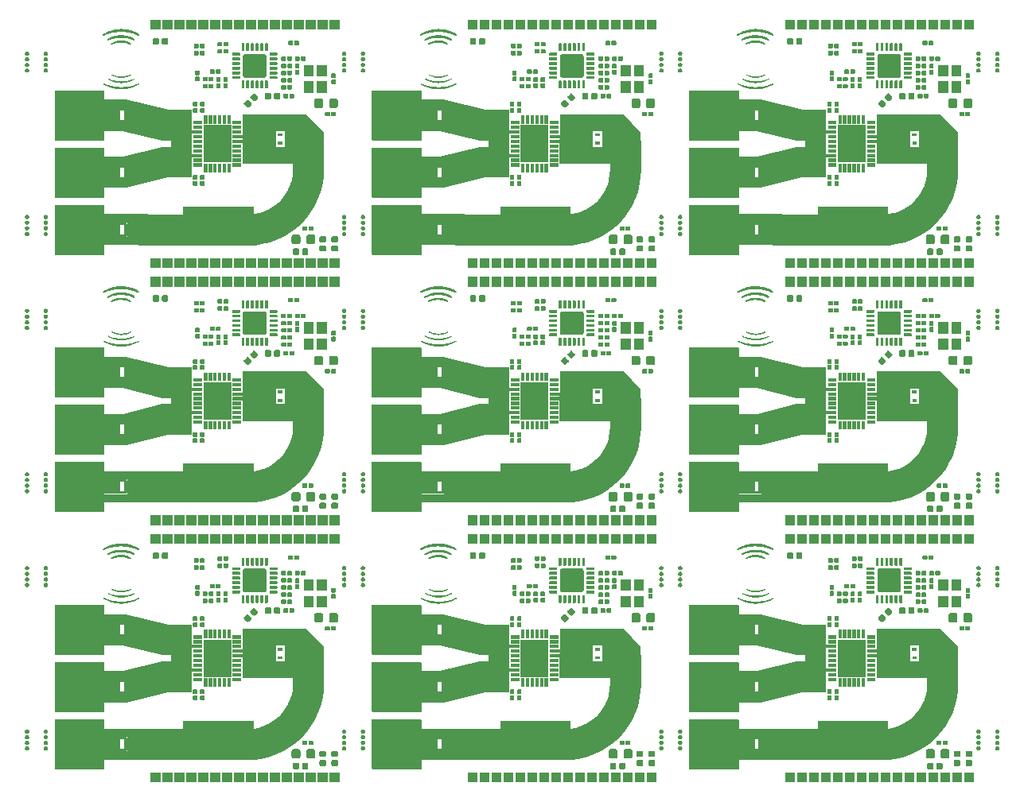
<source format=gts>
G04 #@! TF.GenerationSoftware,KiCad,Pcbnew,(5.1.5)-3*
G04 #@! TF.CreationDate,2020-01-06T20:35:25-07:00*
G04 #@! TF.ProjectId,rf_panel,72665f70-616e-4656-9c2e-6b696361645f,A*
G04 #@! TF.SameCoordinates,PX5c3d87cPY8384138*
G04 #@! TF.FileFunction,Soldermask,Top*
G04 #@! TF.FilePolarity,Negative*
%FSLAX46Y46*%
G04 Gerber Fmt 4.6, Leading zero omitted, Abs format (unit mm)*
G04 Created by KiCad (PCBNEW (5.1.5)-3) date 2020-01-06 20:35:25*
%MOMM*%
%LPD*%
G04 APERTURE LIST*
%ADD10C,3.257400*%
%ADD11C,3.317400*%
%ADD12C,0.100000*%
%ADD13C,0.127000*%
%ADD14C,0.101600*%
G04 APERTURE END LIST*
D10*
X93476740Y8058540D02*
X93476740Y8058540D01*
X59726740Y8058540D02*
X59726740Y8058540D01*
X25976740Y8058540D02*
X25976740Y8058540D01*
X93476740Y35458540D02*
X93476740Y35458540D01*
X59726740Y35458540D02*
X59726740Y35458540D01*
X25976740Y35458540D02*
X25976740Y35458540D01*
X93476740Y62858540D02*
X93476740Y62858540D01*
X59726740Y62858540D02*
X59726740Y62858540D01*
D11*
X93476740Y8058540D02*
X92813180Y8058540D01*
X59726740Y8058540D02*
X59063180Y8058540D01*
X25976740Y8058540D02*
X25313180Y8058540D01*
X93476740Y35458540D02*
X92813180Y35458540D01*
X59726740Y35458540D02*
X59063180Y35458540D01*
X25976740Y35458540D02*
X25313180Y35458540D01*
X93476740Y62858540D02*
X92813180Y62858540D01*
X59726740Y62858540D02*
X59063180Y62858540D01*
D12*
G36*
X96456432Y15060540D02*
G01*
X92936235Y15060540D01*
X92961060Y20344540D01*
X96456432Y20344540D01*
X96456432Y15060540D01*
G37*
G36*
X62706432Y15060540D02*
G01*
X59186235Y15060540D01*
X59211060Y20344540D01*
X62706432Y20344540D01*
X62706432Y15060540D01*
G37*
G36*
X28956432Y15060540D02*
G01*
X25436235Y15060540D01*
X25461060Y20344540D01*
X28956432Y20344540D01*
X28956432Y15060540D01*
G37*
G36*
X96456432Y42460540D02*
G01*
X92936235Y42460540D01*
X92961060Y47744540D01*
X96456432Y47744540D01*
X96456432Y42460540D01*
G37*
G36*
X62706432Y42460540D02*
G01*
X59186235Y42460540D01*
X59211060Y47744540D01*
X62706432Y47744540D01*
X62706432Y42460540D01*
G37*
G36*
X28956432Y42460540D02*
G01*
X25436235Y42460540D01*
X25461060Y47744540D01*
X28956432Y47744540D01*
X28956432Y42460540D01*
G37*
G36*
X96456432Y69860540D02*
G01*
X92936235Y69860540D01*
X92961060Y75144540D01*
X96456432Y75144540D01*
X96456432Y69860540D01*
G37*
G36*
X62706432Y69860540D02*
G01*
X59186235Y69860540D01*
X59211060Y75144540D01*
X62706432Y75144540D01*
X62706432Y69860540D01*
G37*
D11*
X94107224Y8089514D02*
X93476740Y8058540D01*
X60357224Y8089514D02*
X59726740Y8058540D01*
X26607224Y8089514D02*
X25976740Y8058540D01*
X94107224Y35489514D02*
X93476740Y35458540D01*
X60357224Y35489514D02*
X59726740Y35458540D01*
X26607224Y35489514D02*
X25976740Y35458540D01*
X94107224Y62889514D02*
X93476740Y62858540D01*
X60357224Y62889514D02*
X59726740Y62858540D01*
D12*
G36*
X80538359Y21909240D02*
G01*
X85031398Y20794540D01*
X87518980Y20794540D01*
X87518980Y17518340D01*
X84403220Y17518340D01*
X80160391Y18578925D01*
X78138359Y18578925D01*
X78138359Y20800540D01*
X79917140Y20800540D01*
X79917140Y19700540D01*
X80367140Y19700540D01*
X80367140Y20800540D01*
X79917140Y20800540D01*
X78138359Y20800540D01*
X78138359Y21909240D01*
X80538359Y21909240D01*
G37*
G36*
X46788359Y21909240D02*
G01*
X51281398Y20794540D01*
X53768980Y20794540D01*
X53768980Y17518340D01*
X50653220Y17518340D01*
X46410391Y18578925D01*
X44388359Y18578925D01*
X44388359Y20800540D01*
X46167140Y20800540D01*
X46167140Y19700540D01*
X46617140Y19700540D01*
X46617140Y20800540D01*
X46167140Y20800540D01*
X44388359Y20800540D01*
X44388359Y21909240D01*
X46788359Y21909240D01*
G37*
G36*
X13038359Y21909240D02*
G01*
X17531398Y20794540D01*
X20018980Y20794540D01*
X20018980Y17518340D01*
X16903220Y17518340D01*
X12660391Y18578925D01*
X10638359Y18578925D01*
X10638359Y20800540D01*
X12417140Y20800540D01*
X12417140Y19700540D01*
X12867140Y19700540D01*
X12867140Y20800540D01*
X12417140Y20800540D01*
X10638359Y20800540D01*
X10638359Y21909240D01*
X13038359Y21909240D01*
G37*
G36*
X80538359Y49309240D02*
G01*
X85031398Y48194540D01*
X87518980Y48194540D01*
X87518980Y44918340D01*
X84403220Y44918340D01*
X80160391Y45978925D01*
X78138359Y45978925D01*
X78138359Y48200540D01*
X79917140Y48200540D01*
X79917140Y47100540D01*
X80367140Y47100540D01*
X80367140Y48200540D01*
X79917140Y48200540D01*
X78138359Y48200540D01*
X78138359Y49309240D01*
X80538359Y49309240D01*
G37*
G36*
X46788359Y49309240D02*
G01*
X51281398Y48194540D01*
X53768980Y48194540D01*
X53768980Y44918340D01*
X50653220Y44918340D01*
X46410391Y45978925D01*
X44388359Y45978925D01*
X44388359Y48200540D01*
X46167140Y48200540D01*
X46167140Y47100540D01*
X46617140Y47100540D01*
X46617140Y48200540D01*
X46167140Y48200540D01*
X44388359Y48200540D01*
X44388359Y49309240D01*
X46788359Y49309240D01*
G37*
G36*
X13038359Y49309240D02*
G01*
X17531398Y48194540D01*
X20018980Y48194540D01*
X20018980Y44918340D01*
X16903220Y44918340D01*
X12660391Y45978925D01*
X10638359Y45978925D01*
X10638359Y48200540D01*
X12417140Y48200540D01*
X12417140Y47100540D01*
X12867140Y47100540D01*
X12867140Y48200540D01*
X12417140Y48200540D01*
X10638359Y48200540D01*
X10638359Y49309240D01*
X13038359Y49309240D01*
G37*
G36*
X80538359Y76709240D02*
G01*
X85031398Y75594540D01*
X87518980Y75594540D01*
X87518980Y72318340D01*
X84403220Y72318340D01*
X80160391Y73378925D01*
X78138359Y73378925D01*
X78138359Y75600540D01*
X79917140Y75600540D01*
X79917140Y74500540D01*
X80367140Y74500540D01*
X80367140Y75600540D01*
X79917140Y75600540D01*
X78138359Y75600540D01*
X78138359Y76709240D01*
X80538359Y76709240D01*
G37*
G36*
X46788359Y76709240D02*
G01*
X51281398Y75594540D01*
X53768980Y75594540D01*
X53768980Y72318340D01*
X50653220Y72318340D01*
X46410391Y73378925D01*
X44388359Y73378925D01*
X44388359Y75600540D01*
X46167140Y75600540D01*
X46167140Y74500540D01*
X46617140Y74500540D01*
X46617140Y75600540D01*
X46167140Y75600540D01*
X44388359Y75600540D01*
X44388359Y76709240D01*
X46788359Y76709240D01*
G37*
G36*
X100937832Y17699888D02*
G01*
X100940372Y17269358D01*
X99200680Y17266818D01*
X99200680Y18738540D01*
X99909132Y18741288D01*
X100937832Y17699888D01*
G37*
G36*
X67187832Y17699888D02*
G01*
X67190372Y17269358D01*
X65450680Y17266818D01*
X65450680Y18738540D01*
X66159132Y18741288D01*
X67187832Y17699888D01*
G37*
G36*
X33437832Y17699888D02*
G01*
X33440372Y17269358D01*
X31700680Y17266818D01*
X31700680Y18738540D01*
X32409132Y18741288D01*
X33437832Y17699888D01*
G37*
G36*
X100937832Y45099888D02*
G01*
X100940372Y44669358D01*
X99200680Y44666818D01*
X99200680Y46138540D01*
X99909132Y46141288D01*
X100937832Y45099888D01*
G37*
G36*
X67187832Y45099888D02*
G01*
X67190372Y44669358D01*
X65450680Y44666818D01*
X65450680Y46138540D01*
X66159132Y46141288D01*
X67187832Y45099888D01*
G37*
G36*
X33437832Y45099888D02*
G01*
X33440372Y44669358D01*
X31700680Y44666818D01*
X31700680Y46138540D01*
X32409132Y46141288D01*
X33437832Y45099888D01*
G37*
G36*
X100937832Y72499888D02*
G01*
X100940372Y72069358D01*
X99200680Y72066818D01*
X99200680Y73538540D01*
X99909132Y73541288D01*
X100937832Y72499888D01*
G37*
G36*
X67187832Y72499888D02*
G01*
X67190372Y72069358D01*
X65450680Y72066818D01*
X65450680Y73538540D01*
X66159132Y73541288D01*
X67187832Y72499888D01*
G37*
D11*
X99909132Y14490932D02*
X99909132Y17268088D01*
X66159132Y14490932D02*
X66159132Y17268088D01*
X32409132Y14490932D02*
X32409132Y17268088D01*
X99909132Y41890932D02*
X99909132Y44668088D01*
X66159132Y41890932D02*
X66159132Y44668088D01*
X32409132Y41890932D02*
X32409132Y44668088D01*
X99909132Y69290932D02*
X99909132Y72068088D01*
X66159132Y69290932D02*
X66159132Y72068088D01*
X93476740Y8058540D02*
X82071432Y8058540D01*
X59726740Y8058540D02*
X48321432Y8058540D01*
X25976740Y8058540D02*
X14571432Y8058540D01*
X93476740Y35458540D02*
X82071432Y35458540D01*
X59726740Y35458540D02*
X48321432Y35458540D01*
X25976740Y35458540D02*
X14571432Y35458540D01*
X93476740Y62858540D02*
X82071432Y62858540D01*
X59726740Y62858540D02*
X48321432Y62858540D01*
D12*
G36*
X101567832Y18399088D02*
G01*
X101567832Y15060540D01*
X96279432Y15060540D01*
X96279432Y16590540D01*
X97668432Y16590540D01*
X97668432Y18820887D01*
X96437832Y18820887D01*
X96456432Y20344540D01*
X99732432Y20344540D01*
X101567832Y18399088D01*
G37*
G36*
X67817832Y18399088D02*
G01*
X67817832Y15060540D01*
X62529432Y15060540D01*
X62529432Y16590540D01*
X63918432Y16590540D01*
X63918432Y18820887D01*
X62687832Y18820887D01*
X62706432Y20344540D01*
X65982432Y20344540D01*
X67817832Y18399088D01*
G37*
G36*
X34067832Y18399088D02*
G01*
X34067832Y15060540D01*
X28779432Y15060540D01*
X28779432Y16590540D01*
X30168432Y16590540D01*
X30168432Y18820887D01*
X28937832Y18820887D01*
X28956432Y20344540D01*
X32232432Y20344540D01*
X34067832Y18399088D01*
G37*
G36*
X101567832Y45799088D02*
G01*
X101567832Y42460540D01*
X96279432Y42460540D01*
X96279432Y43990540D01*
X97668432Y43990540D01*
X97668432Y46220887D01*
X96437832Y46220887D01*
X96456432Y47744540D01*
X99732432Y47744540D01*
X101567832Y45799088D01*
G37*
G36*
X67817832Y45799088D02*
G01*
X67817832Y42460540D01*
X62529432Y42460540D01*
X62529432Y43990540D01*
X63918432Y43990540D01*
X63918432Y46220887D01*
X62687832Y46220887D01*
X62706432Y47744540D01*
X65982432Y47744540D01*
X67817832Y45799088D01*
G37*
G36*
X34067832Y45799088D02*
G01*
X34067832Y42460540D01*
X28779432Y42460540D01*
X28779432Y43990540D01*
X30168432Y43990540D01*
X30168432Y46220887D01*
X28937832Y46220887D01*
X28956432Y47744540D01*
X32232432Y47744540D01*
X34067832Y45799088D01*
G37*
G36*
X101567832Y73199088D02*
G01*
X101567832Y69860540D01*
X96279432Y69860540D01*
X96279432Y71390540D01*
X97668432Y71390540D01*
X97668432Y73620887D01*
X96437832Y73620887D01*
X96456432Y75144540D01*
X99732432Y75144540D01*
X101567832Y73199088D01*
G37*
G36*
X67817832Y73199088D02*
G01*
X67817832Y69860540D01*
X62529432Y69860540D01*
X62529432Y71390540D01*
X63918432Y71390540D01*
X63918432Y73620887D01*
X62687832Y73620887D01*
X62706432Y75144540D01*
X65982432Y75144540D01*
X67817832Y73199088D01*
G37*
G36*
X80219392Y15826144D02*
G01*
X84403220Y16882940D01*
X85335980Y16882940D01*
X85335980Y17753440D01*
X87518980Y17753440D01*
X87518980Y13608031D01*
X84996963Y13608031D01*
X80595840Y12495840D01*
X78150359Y12495840D01*
X78150359Y14704539D01*
X79917141Y14704539D01*
X79917141Y13604539D01*
X80367141Y13604539D01*
X80367141Y14704539D01*
X79917141Y14704539D01*
X78150359Y14704539D01*
X78150359Y15826144D01*
X80219392Y15826144D01*
G37*
G36*
X46469392Y15826144D02*
G01*
X50653220Y16882940D01*
X51585980Y16882940D01*
X51585980Y17753440D01*
X53768980Y17753440D01*
X53768980Y13608031D01*
X51246963Y13608031D01*
X46845840Y12495840D01*
X44400359Y12495840D01*
X44400359Y14704539D01*
X46167141Y14704539D01*
X46167141Y13604539D01*
X46617141Y13604539D01*
X46617141Y14704539D01*
X46167141Y14704539D01*
X44400359Y14704539D01*
X44400359Y15826144D01*
X46469392Y15826144D01*
G37*
G36*
X12719392Y15826144D02*
G01*
X16903220Y16882940D01*
X17835980Y16882940D01*
X17835980Y17753440D01*
X20018980Y17753440D01*
X20018980Y13608031D01*
X17496963Y13608031D01*
X13095840Y12495840D01*
X10650359Y12495840D01*
X10650359Y14704539D01*
X12417141Y14704539D01*
X12417141Y13604539D01*
X12867141Y13604539D01*
X12867141Y14704539D01*
X12417141Y14704539D01*
X10650359Y14704539D01*
X10650359Y15826144D01*
X12719392Y15826144D01*
G37*
G36*
X80219392Y43226144D02*
G01*
X84403220Y44282940D01*
X85335980Y44282940D01*
X85335980Y45153440D01*
X87518980Y45153440D01*
X87518980Y41008031D01*
X84996963Y41008031D01*
X80595840Y39895840D01*
X78150359Y39895840D01*
X78150359Y42104539D01*
X79917141Y42104539D01*
X79917141Y41004539D01*
X80367141Y41004539D01*
X80367141Y42104539D01*
X79917141Y42104539D01*
X78150359Y42104539D01*
X78150359Y43226144D01*
X80219392Y43226144D01*
G37*
G36*
X46469392Y43226144D02*
G01*
X50653220Y44282940D01*
X51585980Y44282940D01*
X51585980Y45153440D01*
X53768980Y45153440D01*
X53768980Y41008031D01*
X51246963Y41008031D01*
X46845840Y39895840D01*
X44400359Y39895840D01*
X44400359Y42104539D01*
X46167141Y42104539D01*
X46167141Y41004539D01*
X46617141Y41004539D01*
X46617141Y42104539D01*
X46167141Y42104539D01*
X44400359Y42104539D01*
X44400359Y43226144D01*
X46469392Y43226144D01*
G37*
G36*
X12719392Y43226144D02*
G01*
X16903220Y44282940D01*
X17835980Y44282940D01*
X17835980Y45153440D01*
X20018980Y45153440D01*
X20018980Y41008031D01*
X17496963Y41008031D01*
X13095840Y39895840D01*
X10650359Y39895840D01*
X10650359Y42104539D01*
X12417141Y42104539D01*
X12417141Y41004539D01*
X12867141Y41004539D01*
X12867141Y42104539D01*
X12417141Y42104539D01*
X10650359Y42104539D01*
X10650359Y43226144D01*
X12719392Y43226144D01*
G37*
G36*
X80219392Y70626144D02*
G01*
X84403220Y71682940D01*
X85335980Y71682940D01*
X85335980Y72553440D01*
X87518980Y72553440D01*
X87518980Y68408031D01*
X84996963Y68408031D01*
X80595840Y67295840D01*
X78150359Y67295840D01*
X78150359Y69504539D01*
X79917141Y69504539D01*
X79917141Y68404539D01*
X80367141Y68404539D01*
X80367141Y69504539D01*
X79917141Y69504539D01*
X78150359Y69504539D01*
X78150359Y70626144D01*
X80219392Y70626144D01*
G37*
G36*
X46469392Y70626144D02*
G01*
X50653220Y71682940D01*
X51585980Y71682940D01*
X51585980Y72553440D01*
X53768980Y72553440D01*
X53768980Y68408031D01*
X51246963Y68408031D01*
X46845840Y67295840D01*
X44400359Y67295840D01*
X44400359Y69504539D01*
X46167141Y69504539D01*
X46167141Y68404539D01*
X46617141Y68404539D01*
X46617141Y69504539D01*
X46167141Y69504539D01*
X44400359Y69504539D01*
X44400359Y70626144D01*
X46469392Y70626144D01*
G37*
G36*
X82834140Y6399785D02*
G01*
X78149626Y6399785D01*
X78152140Y7295240D01*
X82834140Y7295240D01*
X82834140Y6399785D01*
G37*
G36*
X49084140Y6399785D02*
G01*
X44399626Y6399785D01*
X44402140Y7295240D01*
X49084140Y7295240D01*
X49084140Y6399785D01*
G37*
G36*
X15334140Y6399785D02*
G01*
X10649626Y6399785D01*
X10652140Y7295240D01*
X15334140Y7295240D01*
X15334140Y6399785D01*
G37*
G36*
X82834140Y33799785D02*
G01*
X78149626Y33799785D01*
X78152140Y34695240D01*
X82834140Y34695240D01*
X82834140Y33799785D01*
G37*
G36*
X49084140Y33799785D02*
G01*
X44399626Y33799785D01*
X44402140Y34695240D01*
X49084140Y34695240D01*
X49084140Y33799785D01*
G37*
G36*
X15334140Y33799785D02*
G01*
X10649626Y33799785D01*
X10652140Y34695240D01*
X15334140Y34695240D01*
X15334140Y33799785D01*
G37*
G36*
X82834140Y61199785D02*
G01*
X78149626Y61199785D01*
X78152140Y62095240D01*
X82834140Y62095240D01*
X82834140Y61199785D01*
G37*
G36*
X49084140Y61199785D02*
G01*
X44399626Y61199785D01*
X44402140Y62095240D01*
X49084140Y62095240D01*
X49084140Y61199785D01*
G37*
G36*
X82834140Y8820540D02*
G01*
X78152140Y8820540D01*
X78152140Y9717240D01*
X82859180Y9717240D01*
X82834140Y8820540D01*
G37*
G36*
X49084140Y8820540D02*
G01*
X44402140Y8820540D01*
X44402140Y9717240D01*
X49109180Y9717240D01*
X49084140Y8820540D01*
G37*
G36*
X15334140Y8820540D02*
G01*
X10652140Y8820540D01*
X10652140Y9717240D01*
X15359180Y9717240D01*
X15334140Y8820540D01*
G37*
G36*
X82834140Y36220540D02*
G01*
X78152140Y36220540D01*
X78152140Y37117240D01*
X82859180Y37117240D01*
X82834140Y36220540D01*
G37*
G36*
X49084140Y36220540D02*
G01*
X44402140Y36220540D01*
X44402140Y37117240D01*
X49109180Y37117240D01*
X49084140Y36220540D01*
G37*
G36*
X15334140Y36220540D02*
G01*
X10652140Y36220540D01*
X10652140Y37117240D01*
X15359180Y37117240D01*
X15334140Y36220540D01*
G37*
G36*
X82834140Y63620540D02*
G01*
X78152140Y63620540D01*
X78152140Y64517240D01*
X82859180Y64517240D01*
X82834140Y63620540D01*
G37*
G36*
X49084140Y63620540D02*
G01*
X44402140Y63620540D01*
X44402140Y64517240D01*
X49109180Y64517240D01*
X49084140Y63620540D01*
G37*
D11*
X95343964Y8335517D02*
X94731637Y8182137D01*
X61593964Y8335517D02*
X60981637Y8182137D01*
X27843964Y8335517D02*
X27231637Y8182137D01*
X95343964Y35735517D02*
X94731637Y35582137D01*
X61593964Y35735517D02*
X60981637Y35582137D01*
X27843964Y35735517D02*
X27231637Y35582137D01*
X95343964Y63135517D02*
X94731637Y62982137D01*
X61593964Y63135517D02*
X60981637Y62982137D01*
X96508948Y8818069D02*
X95938309Y8548177D01*
X62758948Y8818069D02*
X62188309Y8548177D01*
X29008948Y8818069D02*
X28438309Y8548177D01*
X96508948Y36218069D02*
X95938309Y35948177D01*
X62758948Y36218069D02*
X62188309Y35948177D01*
X29008948Y36218069D02*
X28438309Y35948177D01*
X96508948Y63618069D02*
X95938309Y63348177D01*
X62758948Y63618069D02*
X62188309Y63348177D01*
X99149603Y11458724D02*
X98825078Y10917287D01*
X65399603Y11458724D02*
X65075078Y10917287D01*
X31649603Y11458724D02*
X31325078Y10917287D01*
X99149603Y38858724D02*
X98825078Y38317287D01*
X65399603Y38858724D02*
X65075078Y38317287D01*
X31649603Y38858724D02*
X31325078Y38317287D01*
X99149603Y66258724D02*
X98825078Y65717287D01*
X65399603Y66258724D02*
X65075078Y65717287D01*
X97557406Y9518626D02*
X97050385Y9142594D01*
X63807406Y9518626D02*
X63300385Y9142594D01*
X30057406Y9518626D02*
X29550385Y9142594D01*
X97557406Y36918626D02*
X97050385Y36542594D01*
X63807406Y36918626D02*
X63300385Y36542594D01*
X30057406Y36918626D02*
X29550385Y36542594D01*
X97557406Y64318626D02*
X97050385Y63942594D01*
X63807406Y64318626D02*
X63300385Y63942594D01*
X98449046Y10410266D02*
X98025128Y9942544D01*
X64699046Y10410266D02*
X64275128Y9942544D01*
X30949046Y10410266D02*
X30525128Y9942544D01*
X98449046Y37810266D02*
X98025128Y37342544D01*
X64699046Y37810266D02*
X64275128Y37342544D01*
X30949046Y37810266D02*
X30525128Y37342544D01*
X98449046Y65210266D02*
X98025128Y64742544D01*
X64699046Y65210266D02*
X64275128Y64742544D01*
X99878158Y13860448D02*
X99785535Y13236035D01*
X66128158Y13860448D02*
X66035535Y13236035D01*
X32378158Y13860448D02*
X32285535Y13236035D01*
X99878158Y41260448D02*
X99785535Y40636035D01*
X66128158Y41260448D02*
X66035535Y40636035D01*
X32378158Y41260448D02*
X32285535Y40636035D01*
X99878158Y68660448D02*
X99785535Y68036035D01*
X66128158Y68660448D02*
X66035535Y68036035D01*
X99785535Y13236035D02*
X99632155Y12623708D01*
X66035535Y13236035D02*
X65882155Y12623708D01*
X32285535Y13236035D02*
X32132155Y12623708D01*
X99785535Y40636035D02*
X99632155Y40023708D01*
X66035535Y40636035D02*
X65882155Y40023708D01*
X32285535Y40636035D02*
X32132155Y40023708D01*
X99785535Y68036035D02*
X99632155Y67423708D01*
X66035535Y68036035D02*
X65882155Y67423708D01*
X99909132Y17268088D02*
X99909132Y14490932D01*
X66159132Y17268088D02*
X66159132Y14490932D01*
X32409132Y17268088D02*
X32409132Y14490932D01*
X99909132Y44668088D02*
X99909132Y41890932D01*
X66159132Y44668088D02*
X66159132Y41890932D01*
X32409132Y44668088D02*
X32409132Y41890932D01*
X99909132Y72068088D02*
X99909132Y69290932D01*
X66159132Y72068088D02*
X66159132Y69290932D01*
X97050385Y9142594D02*
X96508948Y8818069D01*
X63300385Y9142594D02*
X62758948Y8818069D01*
X29550385Y9142594D02*
X29008948Y8818069D01*
X97050385Y36542594D02*
X96508948Y36218069D01*
X63300385Y36542594D02*
X62758948Y36218069D01*
X29550385Y36542594D02*
X29008948Y36218069D01*
X97050385Y63942594D02*
X96508948Y63618069D01*
X63300385Y63942594D02*
X62758948Y63618069D01*
X95938309Y8548177D02*
X95343964Y8335517D01*
X62188309Y8548177D02*
X61593964Y8335517D01*
X28438309Y8548177D02*
X27843964Y8335517D01*
X95938309Y35948177D02*
X95343964Y35735517D01*
X62188309Y35948177D02*
X61593964Y35735517D01*
X28438309Y35948177D02*
X27843964Y35735517D01*
X95938309Y63348177D02*
X95343964Y63135517D01*
X62188309Y63348177D02*
X61593964Y63135517D01*
X98825078Y10917287D02*
X98449046Y10410266D01*
X65075078Y10917287D02*
X64699046Y10410266D01*
X31325078Y10917287D02*
X30949046Y10410266D01*
X98825078Y38317287D02*
X98449046Y37810266D01*
X65075078Y38317287D02*
X64699046Y37810266D01*
X31325078Y38317287D02*
X30949046Y37810266D01*
X98825078Y65717287D02*
X98449046Y65210266D01*
X65075078Y65717287D02*
X64699046Y65210266D01*
X99909132Y14490932D02*
X99878158Y13860448D01*
X66159132Y14490932D02*
X66128158Y13860448D01*
X32409132Y14490932D02*
X32378158Y13860448D01*
X99909132Y41890932D02*
X99878158Y41260448D01*
X66159132Y41890932D02*
X66128158Y41260448D01*
X32409132Y41890932D02*
X32378158Y41260448D01*
X99909132Y69290932D02*
X99878158Y68660448D01*
X66159132Y69290932D02*
X66128158Y68660448D01*
X98025128Y9942544D02*
X97557406Y9518626D01*
X64275128Y9942544D02*
X63807406Y9518626D01*
X30525128Y9942544D02*
X30057406Y9518626D01*
X98025128Y37342544D02*
X97557406Y36918626D01*
X64275128Y37342544D02*
X63807406Y36918626D01*
X30525128Y37342544D02*
X30057406Y36918626D01*
X98025128Y64742544D02*
X97557406Y64318626D01*
X64275128Y64742544D02*
X63807406Y64318626D01*
X99632155Y12623708D02*
X99419495Y12029363D01*
X65882155Y12623708D02*
X65669495Y12029363D01*
X32132155Y12623708D02*
X31919495Y12029363D01*
X99632155Y40023708D02*
X99419495Y39429363D01*
X65882155Y40023708D02*
X65669495Y39429363D01*
X32132155Y40023708D02*
X31919495Y39429363D01*
X99632155Y67423708D02*
X99419495Y66829363D01*
X65882155Y67423708D02*
X65669495Y66829363D01*
X94731637Y8182137D02*
X94107224Y8089514D01*
X60981637Y8182137D02*
X60357224Y8089514D01*
X27231637Y8182137D02*
X26607224Y8089514D01*
X94731637Y35582137D02*
X94107224Y35489514D01*
X60981637Y35582137D02*
X60357224Y35489514D01*
X27231637Y35582137D02*
X26607224Y35489514D01*
X94731637Y62982137D02*
X94107224Y62889514D01*
X60981637Y62982137D02*
X60357224Y62889514D01*
X99419495Y12029363D02*
X99149603Y11458724D01*
X65669495Y12029363D02*
X65399603Y11458724D01*
X31919495Y12029363D02*
X31649603Y11458724D01*
X99419495Y39429363D02*
X99149603Y38858724D01*
X65669495Y39429363D02*
X65399603Y38858724D01*
X31919495Y39429363D02*
X31649603Y38858724D01*
X99419495Y66829363D02*
X99149603Y66258724D01*
X65669495Y66829363D02*
X65399603Y66258724D01*
D12*
G36*
X94111961Y9082999D02*
G01*
X92876407Y6440544D01*
X86633407Y6440544D01*
X86629961Y10533179D01*
X94111961Y10533179D01*
X94111961Y9082999D01*
G37*
G36*
X60361961Y9082999D02*
G01*
X59126407Y6440544D01*
X52883407Y6440544D01*
X52879961Y10533179D01*
X60361961Y10533179D01*
X60361961Y9082999D01*
G37*
G36*
X26611961Y9082999D02*
G01*
X25376407Y6440544D01*
X19133407Y6440544D01*
X19129961Y10533179D01*
X26611961Y10533179D01*
X26611961Y9082999D01*
G37*
G36*
X94111961Y36482999D02*
G01*
X92876407Y33840544D01*
X86633407Y33840544D01*
X86629961Y37933179D01*
X94111961Y37933179D01*
X94111961Y36482999D01*
G37*
G36*
X60361961Y36482999D02*
G01*
X59126407Y33840544D01*
X52883407Y33840544D01*
X52879961Y37933179D01*
X60361961Y37933179D01*
X60361961Y36482999D01*
G37*
G36*
X26611961Y36482999D02*
G01*
X25376407Y33840544D01*
X19133407Y33840544D01*
X19129961Y37933179D01*
X26611961Y37933179D01*
X26611961Y36482999D01*
G37*
G36*
X94111961Y63882999D02*
G01*
X92876407Y61240544D01*
X86633407Y61240544D01*
X86629961Y65333179D01*
X94111961Y65333179D01*
X94111961Y63882999D01*
G37*
G36*
X60361961Y63882999D02*
G01*
X59126407Y61240544D01*
X52883407Y61240544D01*
X52879961Y65333179D01*
X60361961Y65333179D01*
X60361961Y63882999D01*
G37*
D11*
X30949046Y65210266D02*
X30525128Y64742544D01*
X31919495Y66829363D02*
X31649603Y66258724D01*
X27231637Y62982137D02*
X26607224Y62889514D01*
X30057406Y64318626D02*
X29550385Y63942594D01*
X32409132Y69290932D02*
X32378158Y68660448D01*
X31325078Y65717287D02*
X30949046Y65210266D01*
X32285535Y68036035D02*
X32132155Y67423708D01*
X29550385Y63942594D02*
X29008948Y63618069D01*
X32409132Y72068088D02*
X32409132Y69290932D01*
X32378158Y68660448D02*
X32285535Y68036035D01*
X32132155Y67423708D02*
X31919495Y66829363D01*
X30525128Y64742544D02*
X30057406Y64318626D01*
X31649603Y66258724D02*
X31325078Y65717287D01*
X29008948Y63618069D02*
X28438309Y63348177D01*
X28438309Y63348177D02*
X27843964Y63135517D01*
X27843964Y63135517D02*
X27231637Y62982137D01*
D12*
G36*
X15334140Y63620540D02*
G01*
X10652140Y63620540D01*
X10652140Y64517240D01*
X15359180Y64517240D01*
X15334140Y63620540D01*
G37*
G36*
X15334140Y61199785D02*
G01*
X10649626Y61199785D01*
X10652140Y62095240D01*
X15334140Y62095240D01*
X15334140Y61199785D01*
G37*
G36*
X12719392Y70626144D02*
G01*
X16903220Y71682940D01*
X17835980Y71682940D01*
X17835980Y72553440D01*
X20018980Y72553440D01*
X20018980Y68408031D01*
X17496963Y68408031D01*
X13095840Y67295840D01*
X10650359Y67295840D01*
X10650359Y69504539D01*
X12417141Y69504539D01*
X12417141Y68404539D01*
X12867141Y68404539D01*
X12867141Y69504539D01*
X12417141Y69504539D01*
X10650359Y69504539D01*
X10650359Y70626144D01*
X12719392Y70626144D01*
G37*
G36*
X34067832Y73199088D02*
G01*
X34067832Y69860540D01*
X28779432Y69860540D01*
X28779432Y71390540D01*
X30168432Y71390540D01*
X30168432Y73620887D01*
X28937832Y73620887D01*
X28956432Y75144540D01*
X32232432Y75144540D01*
X34067832Y73199088D01*
G37*
G36*
X26611961Y63882999D02*
G01*
X25376407Y61240544D01*
X19133407Y61240544D01*
X19129961Y65333179D01*
X26611961Y65333179D01*
X26611961Y63882999D01*
G37*
D11*
X25976740Y62858540D02*
X14571432Y62858540D01*
X25976740Y62858540D02*
X25313180Y62858540D01*
D10*
X25976740Y62858540D02*
X25976740Y62858540D01*
D11*
X26607224Y62889514D02*
X25976740Y62858540D01*
X32409132Y69290932D02*
X32409132Y72068088D01*
D12*
G36*
X28956432Y69860540D02*
G01*
X25436235Y69860540D01*
X25461060Y75144540D01*
X28956432Y75144540D01*
X28956432Y69860540D01*
G37*
G36*
X13038359Y76709240D02*
G01*
X17531398Y75594540D01*
X20018980Y75594540D01*
X20018980Y72318340D01*
X16903220Y72318340D01*
X12660391Y73378925D01*
X10638359Y73378925D01*
X10638359Y75600540D01*
X12417140Y75600540D01*
X12417140Y74500540D01*
X12867140Y74500540D01*
X12867140Y75600540D01*
X12417140Y75600540D01*
X10638359Y75600540D01*
X10638359Y76709240D01*
X13038359Y76709240D01*
G37*
G36*
X33437832Y72499888D02*
G01*
X33440372Y72069358D01*
X31700680Y72066818D01*
X31700680Y73538540D01*
X32409132Y73541288D01*
X33437832Y72499888D01*
G37*
G36*
X78167140Y17650540D02*
G01*
X72967140Y17650540D01*
X72967140Y22850540D01*
X78157140Y22840540D01*
X78167140Y17650540D01*
G37*
X78167140Y17650540D02*
X72967140Y17650540D01*
X72967140Y22850540D01*
X78157140Y22840540D01*
X78167140Y17650540D01*
G36*
X77938440Y19488540D02*
G01*
X80618140Y19488540D01*
X80618140Y21012540D01*
X79885140Y21012540D01*
X79885140Y20758540D01*
X80342340Y20758540D01*
X80342340Y19742540D01*
X79935940Y19742540D01*
X79935940Y20758540D01*
X79885140Y20758540D01*
X79885140Y21012540D01*
X77938440Y21012540D01*
X77938440Y19488540D01*
G37*
G36*
X44417140Y17650540D02*
G01*
X39217140Y17650540D01*
X39217140Y22850540D01*
X44407140Y22840540D01*
X44417140Y17650540D01*
G37*
X44417140Y17650540D02*
X39217140Y17650540D01*
X39217140Y22850540D01*
X44407140Y22840540D01*
X44417140Y17650540D01*
G36*
X44188440Y19488540D02*
G01*
X46868140Y19488540D01*
X46868140Y21012540D01*
X46135140Y21012540D01*
X46135140Y20758540D01*
X46592340Y20758540D01*
X46592340Y19742540D01*
X46185940Y19742540D01*
X46185940Y20758540D01*
X46135140Y20758540D01*
X46135140Y21012540D01*
X44188440Y21012540D01*
X44188440Y19488540D01*
G37*
G36*
X10667140Y17650540D02*
G01*
X5467140Y17650540D01*
X5467140Y22850540D01*
X10657140Y22840540D01*
X10667140Y17650540D01*
G37*
X10667140Y17650540D02*
X5467140Y17650540D01*
X5467140Y22850540D01*
X10657140Y22840540D01*
X10667140Y17650540D01*
G36*
X10438440Y19488540D02*
G01*
X13118140Y19488540D01*
X13118140Y21012540D01*
X12385140Y21012540D01*
X12385140Y20758540D01*
X12842340Y20758540D01*
X12842340Y19742540D01*
X12435940Y19742540D01*
X12435940Y20758540D01*
X12385140Y20758540D01*
X12385140Y21012540D01*
X10438440Y21012540D01*
X10438440Y19488540D01*
G37*
G36*
X78167140Y45050540D02*
G01*
X72967140Y45050540D01*
X72967140Y50250540D01*
X78157140Y50240540D01*
X78167140Y45050540D01*
G37*
X78167140Y45050540D02*
X72967140Y45050540D01*
X72967140Y50250540D01*
X78157140Y50240540D01*
X78167140Y45050540D01*
G36*
X77938440Y46888540D02*
G01*
X80618140Y46888540D01*
X80618140Y48412540D01*
X79885140Y48412540D01*
X79885140Y48158540D01*
X80342340Y48158540D01*
X80342340Y47142540D01*
X79935940Y47142540D01*
X79935940Y48158540D01*
X79885140Y48158540D01*
X79885140Y48412540D01*
X77938440Y48412540D01*
X77938440Y46888540D01*
G37*
G36*
X44417140Y45050540D02*
G01*
X39217140Y45050540D01*
X39217140Y50250540D01*
X44407140Y50240540D01*
X44417140Y45050540D01*
G37*
X44417140Y45050540D02*
X39217140Y45050540D01*
X39217140Y50250540D01*
X44407140Y50240540D01*
X44417140Y45050540D01*
G36*
X44188440Y46888540D02*
G01*
X46868140Y46888540D01*
X46868140Y48412540D01*
X46135140Y48412540D01*
X46135140Y48158540D01*
X46592340Y48158540D01*
X46592340Y47142540D01*
X46185940Y47142540D01*
X46185940Y48158540D01*
X46135140Y48158540D01*
X46135140Y48412540D01*
X44188440Y48412540D01*
X44188440Y46888540D01*
G37*
G36*
X10667140Y45050540D02*
G01*
X5467140Y45050540D01*
X5467140Y50250540D01*
X10657140Y50240540D01*
X10667140Y45050540D01*
G37*
X10667140Y45050540D02*
X5467140Y45050540D01*
X5467140Y50250540D01*
X10657140Y50240540D01*
X10667140Y45050540D01*
G36*
X10438440Y46888540D02*
G01*
X13118140Y46888540D01*
X13118140Y48412540D01*
X12385140Y48412540D01*
X12385140Y48158540D01*
X12842340Y48158540D01*
X12842340Y47142540D01*
X12435940Y47142540D01*
X12435940Y48158540D01*
X12385140Y48158540D01*
X12385140Y48412540D01*
X10438440Y48412540D01*
X10438440Y46888540D01*
G37*
G36*
X78167140Y72450540D02*
G01*
X72967140Y72450540D01*
X72967140Y77650540D01*
X78157140Y77640540D01*
X78167140Y72450540D01*
G37*
X78167140Y72450540D02*
X72967140Y72450540D01*
X72967140Y77650540D01*
X78157140Y77640540D01*
X78167140Y72450540D01*
G36*
X77938440Y74288540D02*
G01*
X80618140Y74288540D01*
X80618140Y75812540D01*
X79885140Y75812540D01*
X79885140Y75558540D01*
X80342340Y75558540D01*
X80342340Y74542540D01*
X79935940Y74542540D01*
X79935940Y75558540D01*
X79885140Y75558540D01*
X79885140Y75812540D01*
X77938440Y75812540D01*
X77938440Y74288540D01*
G37*
G36*
X44417140Y72450540D02*
G01*
X39217140Y72450540D01*
X39217140Y77650540D01*
X44407140Y77640540D01*
X44417140Y72450540D01*
G37*
X44417140Y72450540D02*
X39217140Y72450540D01*
X39217140Y77650540D01*
X44407140Y77640540D01*
X44417140Y72450540D01*
G36*
X44188440Y74288540D02*
G01*
X46868140Y74288540D01*
X46868140Y75812540D01*
X46135140Y75812540D01*
X46135140Y75558540D01*
X46592340Y75558540D01*
X46592340Y74542540D01*
X46185940Y74542540D01*
X46185940Y75558540D01*
X46135140Y75558540D01*
X46135140Y75812540D01*
X44188440Y75812540D01*
X44188440Y74288540D01*
G37*
G36*
X78167140Y11554540D02*
G01*
X72967140Y11554540D01*
X72967140Y16754540D01*
X78157140Y16744540D01*
X78167140Y11554540D01*
G37*
X78167140Y11554540D02*
X72967140Y11554540D01*
X72967140Y16754540D01*
X78157140Y16744540D01*
X78167140Y11554540D01*
G36*
X77938440Y13392540D02*
G01*
X80618140Y13392540D01*
X80618140Y14916540D01*
X79885140Y14916540D01*
X79885140Y14662540D01*
X80342340Y14662540D01*
X80342340Y13646540D01*
X79935940Y13646540D01*
X79935940Y14662540D01*
X79885140Y14662540D01*
X79885140Y14916540D01*
X77938440Y14916540D01*
X77938440Y13392540D01*
G37*
G36*
X44417140Y11554540D02*
G01*
X39217140Y11554540D01*
X39217140Y16754540D01*
X44407140Y16744540D01*
X44417140Y11554540D01*
G37*
X44417140Y11554540D02*
X39217140Y11554540D01*
X39217140Y16754540D01*
X44407140Y16744540D01*
X44417140Y11554540D01*
G36*
X44188440Y13392540D02*
G01*
X46868140Y13392540D01*
X46868140Y14916540D01*
X46135140Y14916540D01*
X46135140Y14662540D01*
X46592340Y14662540D01*
X46592340Y13646540D01*
X46185940Y13646540D01*
X46185940Y14662540D01*
X46135140Y14662540D01*
X46135140Y14916540D01*
X44188440Y14916540D01*
X44188440Y13392540D01*
G37*
G36*
X10667140Y11554540D02*
G01*
X5467140Y11554540D01*
X5467140Y16754540D01*
X10657140Y16744540D01*
X10667140Y11554540D01*
G37*
X10667140Y11554540D02*
X5467140Y11554540D01*
X5467140Y16754540D01*
X10657140Y16744540D01*
X10667140Y11554540D01*
G36*
X10438440Y13392540D02*
G01*
X13118140Y13392540D01*
X13118140Y14916540D01*
X12385140Y14916540D01*
X12385140Y14662540D01*
X12842340Y14662540D01*
X12842340Y13646540D01*
X12435940Y13646540D01*
X12435940Y14662540D01*
X12385140Y14662540D01*
X12385140Y14916540D01*
X10438440Y14916540D01*
X10438440Y13392540D01*
G37*
G36*
X78167140Y38954540D02*
G01*
X72967140Y38954540D01*
X72967140Y44154540D01*
X78157140Y44144540D01*
X78167140Y38954540D01*
G37*
X78167140Y38954540D02*
X72967140Y38954540D01*
X72967140Y44154540D01*
X78157140Y44144540D01*
X78167140Y38954540D01*
G36*
X77938440Y40792540D02*
G01*
X80618140Y40792540D01*
X80618140Y42316540D01*
X79885140Y42316540D01*
X79885140Y42062540D01*
X80342340Y42062540D01*
X80342340Y41046540D01*
X79935940Y41046540D01*
X79935940Y42062540D01*
X79885140Y42062540D01*
X79885140Y42316540D01*
X77938440Y42316540D01*
X77938440Y40792540D01*
G37*
G36*
X44417140Y38954540D02*
G01*
X39217140Y38954540D01*
X39217140Y44154540D01*
X44407140Y44144540D01*
X44417140Y38954540D01*
G37*
X44417140Y38954540D02*
X39217140Y38954540D01*
X39217140Y44154540D01*
X44407140Y44144540D01*
X44417140Y38954540D01*
G36*
X44188440Y40792540D02*
G01*
X46868140Y40792540D01*
X46868140Y42316540D01*
X46135140Y42316540D01*
X46135140Y42062540D01*
X46592340Y42062540D01*
X46592340Y41046540D01*
X46185940Y41046540D01*
X46185940Y42062540D01*
X46135140Y42062540D01*
X46135140Y42316540D01*
X44188440Y42316540D01*
X44188440Y40792540D01*
G37*
G36*
X10667140Y38954540D02*
G01*
X5467140Y38954540D01*
X5467140Y44154540D01*
X10657140Y44144540D01*
X10667140Y38954540D01*
G37*
X10667140Y38954540D02*
X5467140Y38954540D01*
X5467140Y44154540D01*
X10657140Y44144540D01*
X10667140Y38954540D01*
G36*
X10438440Y40792540D02*
G01*
X13118140Y40792540D01*
X13118140Y42316540D01*
X12385140Y42316540D01*
X12385140Y42062540D01*
X12842340Y42062540D01*
X12842340Y41046540D01*
X12435940Y41046540D01*
X12435940Y42062540D01*
X12385140Y42062540D01*
X12385140Y42316540D01*
X10438440Y42316540D01*
X10438440Y40792540D01*
G37*
G36*
X78167140Y66354540D02*
G01*
X72967140Y66354540D01*
X72967140Y71554540D01*
X78157140Y71544540D01*
X78167140Y66354540D01*
G37*
X78167140Y66354540D02*
X72967140Y66354540D01*
X72967140Y71554540D01*
X78157140Y71544540D01*
X78167140Y66354540D01*
G36*
X77938440Y68192540D02*
G01*
X80618140Y68192540D01*
X80618140Y69716540D01*
X79885140Y69716540D01*
X79885140Y69462540D01*
X80342340Y69462540D01*
X80342340Y68446540D01*
X79935940Y68446540D01*
X79935940Y69462540D01*
X79885140Y69462540D01*
X79885140Y69716540D01*
X77938440Y69716540D01*
X77938440Y68192540D01*
G37*
G36*
X44417140Y66354540D02*
G01*
X39217140Y66354540D01*
X39217140Y71554540D01*
X44407140Y71544540D01*
X44417140Y66354540D01*
G37*
X44417140Y66354540D02*
X39217140Y66354540D01*
X39217140Y71554540D01*
X44407140Y71544540D01*
X44417140Y66354540D01*
G36*
X44188440Y68192540D02*
G01*
X46868140Y68192540D01*
X46868140Y69716540D01*
X46135140Y69716540D01*
X46135140Y69462540D01*
X46592340Y69462540D01*
X46592340Y68446540D01*
X46185940Y68446540D01*
X46185940Y69462540D01*
X46135140Y69462540D01*
X46135140Y69716540D01*
X44188440Y69716540D01*
X44188440Y68192540D01*
G37*
G36*
X97037595Y17100240D02*
G01*
X97189995Y17100240D01*
X97189995Y17252640D01*
X97189995Y17405040D01*
X96696519Y17405040D01*
X96696519Y17100240D01*
X97037595Y17100240D01*
G37*
G36*
X99467380Y16630340D02*
G01*
X98908580Y16092282D01*
X97493800Y16092282D01*
X96981360Y15574335D01*
X95203360Y15573064D01*
X95203360Y18545499D01*
X96475539Y18545500D01*
X96475539Y16869100D01*
X97426215Y16869100D01*
X97426215Y18545500D01*
X96590276Y18545500D01*
X95203360Y18545500D01*
X95203360Y19846615D01*
X96935000Y19846615D01*
X97489360Y19327398D01*
X98908580Y19322740D01*
X99467380Y18763940D01*
X99467380Y16630340D01*
G37*
G36*
X97034420Y18014640D02*
G01*
X97186820Y18014640D01*
X97186820Y18167040D01*
X97186820Y18319440D01*
X96693344Y18319440D01*
X96693344Y18014640D01*
X97034420Y18014640D01*
G37*
G36*
X63287595Y17100240D02*
G01*
X63439995Y17100240D01*
X63439995Y17252640D01*
X63439995Y17405040D01*
X62946519Y17405040D01*
X62946519Y17100240D01*
X63287595Y17100240D01*
G37*
G36*
X65717380Y16630340D02*
G01*
X65158580Y16092282D01*
X63743800Y16092282D01*
X63231360Y15574335D01*
X61453360Y15573064D01*
X61453360Y18545499D01*
X62725539Y18545500D01*
X62725539Y16869100D01*
X63676215Y16869100D01*
X63676215Y18545500D01*
X62840276Y18545500D01*
X61453360Y18545500D01*
X61453360Y19846615D01*
X63185000Y19846615D01*
X63739360Y19327398D01*
X65158580Y19322740D01*
X65717380Y18763940D01*
X65717380Y16630340D01*
G37*
G36*
X63284420Y18014640D02*
G01*
X63436820Y18014640D01*
X63436820Y18167040D01*
X63436820Y18319440D01*
X62943344Y18319440D01*
X62943344Y18014640D01*
X63284420Y18014640D01*
G37*
G36*
X29537595Y17100240D02*
G01*
X29689995Y17100240D01*
X29689995Y17252640D01*
X29689995Y17405040D01*
X29196519Y17405040D01*
X29196519Y17100240D01*
X29537595Y17100240D01*
G37*
G36*
X31967380Y16630340D02*
G01*
X31408580Y16092282D01*
X29993800Y16092282D01*
X29481360Y15574335D01*
X27703360Y15573064D01*
X27703360Y18545499D01*
X28975539Y18545500D01*
X28975539Y16869100D01*
X29926215Y16869100D01*
X29926215Y18545500D01*
X29090276Y18545500D01*
X27703360Y18545500D01*
X27703360Y19846615D01*
X29435000Y19846615D01*
X29989360Y19327398D01*
X31408580Y19322740D01*
X31967380Y18763940D01*
X31967380Y16630340D01*
G37*
G36*
X29534420Y18014640D02*
G01*
X29686820Y18014640D01*
X29686820Y18167040D01*
X29686820Y18319440D01*
X29193344Y18319440D01*
X29193344Y18014640D01*
X29534420Y18014640D01*
G37*
G36*
X97037595Y44500240D02*
G01*
X97189995Y44500240D01*
X97189995Y44652640D01*
X97189995Y44805040D01*
X96696519Y44805040D01*
X96696519Y44500240D01*
X97037595Y44500240D01*
G37*
G36*
X99467380Y44030340D02*
G01*
X98908580Y43492282D01*
X97493800Y43492282D01*
X96981360Y42974335D01*
X95203360Y42973064D01*
X95203360Y45945499D01*
X96475539Y45945500D01*
X96475539Y44269100D01*
X97426215Y44269100D01*
X97426215Y45945500D01*
X96590276Y45945500D01*
X95203360Y45945500D01*
X95203360Y47246615D01*
X96935000Y47246615D01*
X97489360Y46727398D01*
X98908580Y46722740D01*
X99467380Y46163940D01*
X99467380Y44030340D01*
G37*
G36*
X97034420Y45414640D02*
G01*
X97186820Y45414640D01*
X97186820Y45567040D01*
X97186820Y45719440D01*
X96693344Y45719440D01*
X96693344Y45414640D01*
X97034420Y45414640D01*
G37*
G36*
X63287595Y44500240D02*
G01*
X63439995Y44500240D01*
X63439995Y44652640D01*
X63439995Y44805040D01*
X62946519Y44805040D01*
X62946519Y44500240D01*
X63287595Y44500240D01*
G37*
G36*
X65717380Y44030340D02*
G01*
X65158580Y43492282D01*
X63743800Y43492282D01*
X63231360Y42974335D01*
X61453360Y42973064D01*
X61453360Y45945499D01*
X62725539Y45945500D01*
X62725539Y44269100D01*
X63676215Y44269100D01*
X63676215Y45945500D01*
X62840276Y45945500D01*
X61453360Y45945500D01*
X61453360Y47246615D01*
X63185000Y47246615D01*
X63739360Y46727398D01*
X65158580Y46722740D01*
X65717380Y46163940D01*
X65717380Y44030340D01*
G37*
G36*
X63284420Y45414640D02*
G01*
X63436820Y45414640D01*
X63436820Y45567040D01*
X63436820Y45719440D01*
X62943344Y45719440D01*
X62943344Y45414640D01*
X63284420Y45414640D01*
G37*
G36*
X29537595Y44500240D02*
G01*
X29689995Y44500240D01*
X29689995Y44652640D01*
X29689995Y44805040D01*
X29196519Y44805040D01*
X29196519Y44500240D01*
X29537595Y44500240D01*
G37*
G36*
X31967380Y44030340D02*
G01*
X31408580Y43492282D01*
X29993800Y43492282D01*
X29481360Y42974335D01*
X27703360Y42973064D01*
X27703360Y45945499D01*
X28975539Y45945500D01*
X28975539Y44269100D01*
X29926215Y44269100D01*
X29926215Y45945500D01*
X29090276Y45945500D01*
X27703360Y45945500D01*
X27703360Y47246615D01*
X29435000Y47246615D01*
X29989360Y46727398D01*
X31408580Y46722740D01*
X31967380Y46163940D01*
X31967380Y44030340D01*
G37*
G36*
X29534420Y45414640D02*
G01*
X29686820Y45414640D01*
X29686820Y45567040D01*
X29686820Y45719440D01*
X29193344Y45719440D01*
X29193344Y45414640D01*
X29534420Y45414640D01*
G37*
G36*
X97037595Y71900240D02*
G01*
X97189995Y71900240D01*
X97189995Y72052640D01*
X97189995Y72205040D01*
X96696519Y72205040D01*
X96696519Y71900240D01*
X97037595Y71900240D01*
G37*
G36*
X99467380Y71430340D02*
G01*
X98908580Y70892282D01*
X97493800Y70892282D01*
X96981360Y70374335D01*
X95203360Y70373064D01*
X95203360Y73345499D01*
X96475539Y73345500D01*
X96475539Y71669100D01*
X97426215Y71669100D01*
X97426215Y73345500D01*
X96590276Y73345500D01*
X95203360Y73345500D01*
X95203360Y74646615D01*
X96935000Y74646615D01*
X97489360Y74127398D01*
X98908580Y74122740D01*
X99467380Y73563940D01*
X99467380Y71430340D01*
G37*
G36*
X97034420Y72814640D02*
G01*
X97186820Y72814640D01*
X97186820Y72967040D01*
X97186820Y73119440D01*
X96693344Y73119440D01*
X96693344Y72814640D01*
X97034420Y72814640D01*
G37*
G36*
X63287595Y71900240D02*
G01*
X63439995Y71900240D01*
X63439995Y72052640D01*
X63439995Y72205040D01*
X62946519Y72205040D01*
X62946519Y71900240D01*
X63287595Y71900240D01*
G37*
G36*
X65717380Y71430340D02*
G01*
X65158580Y70892282D01*
X63743800Y70892282D01*
X63231360Y70374335D01*
X61453360Y70373064D01*
X61453360Y73345499D01*
X62725539Y73345500D01*
X62725539Y71669100D01*
X63676215Y71669100D01*
X63676215Y73345500D01*
X62840276Y73345500D01*
X61453360Y73345500D01*
X61453360Y74646615D01*
X63185000Y74646615D01*
X63739360Y74127398D01*
X65158580Y74122740D01*
X65717380Y73563940D01*
X65717380Y71430340D01*
G37*
G36*
X63284420Y72814640D02*
G01*
X63436820Y72814640D01*
X63436820Y72967040D01*
X63436820Y73119440D01*
X62943344Y73119440D01*
X62943344Y72814640D01*
X63284420Y72814640D01*
G37*
G36*
X78167140Y5458540D02*
G01*
X72967140Y5458540D01*
X72967140Y10658540D01*
X78157140Y10648540D01*
X78167140Y5458540D01*
G37*
X78167140Y5458540D02*
X72967140Y5458540D01*
X72967140Y10658540D01*
X78157140Y10648540D01*
X78167140Y5458540D01*
G36*
X77938440Y7296540D02*
G01*
X80618140Y7296540D01*
X80618140Y8820540D01*
X79885140Y8820540D01*
X79885140Y8566540D01*
X80342340Y8566540D01*
X80342340Y7550540D01*
X79935940Y7550540D01*
X79935940Y8566540D01*
X79885140Y8566540D01*
X79885140Y8820540D01*
X77938440Y8820540D01*
X77938440Y7296540D01*
G37*
G36*
X44417140Y5458540D02*
G01*
X39217140Y5458540D01*
X39217140Y10658540D01*
X44407140Y10648540D01*
X44417140Y5458540D01*
G37*
X44417140Y5458540D02*
X39217140Y5458540D01*
X39217140Y10658540D01*
X44407140Y10648540D01*
X44417140Y5458540D01*
G36*
X44188440Y7296540D02*
G01*
X46868140Y7296540D01*
X46868140Y8820540D01*
X46135140Y8820540D01*
X46135140Y8566540D01*
X46592340Y8566540D01*
X46592340Y7550540D01*
X46185940Y7550540D01*
X46185940Y8566540D01*
X46135140Y8566540D01*
X46135140Y8820540D01*
X44188440Y8820540D01*
X44188440Y7296540D01*
G37*
G36*
X10667140Y5458540D02*
G01*
X5467140Y5458540D01*
X5467140Y10658540D01*
X10657140Y10648540D01*
X10667140Y5458540D01*
G37*
X10667140Y5458540D02*
X5467140Y5458540D01*
X5467140Y10658540D01*
X10657140Y10648540D01*
X10667140Y5458540D01*
G36*
X10438440Y7296540D02*
G01*
X13118140Y7296540D01*
X13118140Y8820540D01*
X12385140Y8820540D01*
X12385140Y8566540D01*
X12842340Y8566540D01*
X12842340Y7550540D01*
X12435940Y7550540D01*
X12435940Y8566540D01*
X12385140Y8566540D01*
X12385140Y8820540D01*
X10438440Y8820540D01*
X10438440Y7296540D01*
G37*
G36*
X78167140Y32858540D02*
G01*
X72967140Y32858540D01*
X72967140Y38058540D01*
X78157140Y38048540D01*
X78167140Y32858540D01*
G37*
X78167140Y32858540D02*
X72967140Y32858540D01*
X72967140Y38058540D01*
X78157140Y38048540D01*
X78167140Y32858540D01*
G36*
X77938440Y34696540D02*
G01*
X80618140Y34696540D01*
X80618140Y36220540D01*
X79885140Y36220540D01*
X79885140Y35966540D01*
X80342340Y35966540D01*
X80342340Y34950540D01*
X79935940Y34950540D01*
X79935940Y35966540D01*
X79885140Y35966540D01*
X79885140Y36220540D01*
X77938440Y36220540D01*
X77938440Y34696540D01*
G37*
G36*
X44417140Y32858540D02*
G01*
X39217140Y32858540D01*
X39217140Y38058540D01*
X44407140Y38048540D01*
X44417140Y32858540D01*
G37*
X44417140Y32858540D02*
X39217140Y32858540D01*
X39217140Y38058540D01*
X44407140Y38048540D01*
X44417140Y32858540D01*
G36*
X44188440Y34696540D02*
G01*
X46868140Y34696540D01*
X46868140Y36220540D01*
X46135140Y36220540D01*
X46135140Y35966540D01*
X46592340Y35966540D01*
X46592340Y34950540D01*
X46185940Y34950540D01*
X46185940Y35966540D01*
X46135140Y35966540D01*
X46135140Y36220540D01*
X44188440Y36220540D01*
X44188440Y34696540D01*
G37*
G36*
X10667140Y32858540D02*
G01*
X5467140Y32858540D01*
X5467140Y38058540D01*
X10657140Y38048540D01*
X10667140Y32858540D01*
G37*
X10667140Y32858540D02*
X5467140Y32858540D01*
X5467140Y38058540D01*
X10657140Y38048540D01*
X10667140Y32858540D01*
G36*
X10438440Y34696540D02*
G01*
X13118140Y34696540D01*
X13118140Y36220540D01*
X12385140Y36220540D01*
X12385140Y35966540D01*
X12842340Y35966540D01*
X12842340Y34950540D01*
X12435940Y34950540D01*
X12435940Y35966540D01*
X12385140Y35966540D01*
X12385140Y36220540D01*
X10438440Y36220540D01*
X10438440Y34696540D01*
G37*
G36*
X78167140Y60258540D02*
G01*
X72967140Y60258540D01*
X72967140Y65458540D01*
X78157140Y65448540D01*
X78167140Y60258540D01*
G37*
X78167140Y60258540D02*
X72967140Y60258540D01*
X72967140Y65458540D01*
X78157140Y65448540D01*
X78167140Y60258540D01*
G36*
X77938440Y62096540D02*
G01*
X80618140Y62096540D01*
X80618140Y63620540D01*
X79885140Y63620540D01*
X79885140Y63366540D01*
X80342340Y63366540D01*
X80342340Y62350540D01*
X79935940Y62350540D01*
X79935940Y63366540D01*
X79885140Y63366540D01*
X79885140Y63620540D01*
X77938440Y63620540D01*
X77938440Y62096540D01*
G37*
G36*
X44417140Y60258540D02*
G01*
X39217140Y60258540D01*
X39217140Y65458540D01*
X44407140Y65448540D01*
X44417140Y60258540D01*
G37*
X44417140Y60258540D02*
X39217140Y60258540D01*
X39217140Y65458540D01*
X44407140Y65448540D01*
X44417140Y60258540D01*
G36*
X44188440Y62096540D02*
G01*
X46868140Y62096540D01*
X46868140Y63620540D01*
X46135140Y63620540D01*
X46135140Y63366540D01*
X46592340Y63366540D01*
X46592340Y62350540D01*
X46185940Y62350540D01*
X46185940Y63366540D01*
X46135140Y63366540D01*
X46135140Y63620540D01*
X44188440Y63620540D01*
X44188440Y62096540D01*
G37*
D13*
G36*
X80052648Y29343159D02*
G01*
X80162597Y29339699D01*
X80272621Y29332889D01*
X80382652Y29322713D01*
X80435473Y29316626D01*
X80545038Y29301487D01*
X80654007Y29283028D01*
X80762303Y29261275D01*
X80869848Y29236254D01*
X80976562Y29207992D01*
X81082369Y29176516D01*
X81187190Y29141852D01*
X81290946Y29104026D01*
X81393560Y29063065D01*
X81494953Y29018996D01*
X81595047Y28971845D01*
X81693763Y28921639D01*
X81791025Y28868403D01*
X81838019Y28841285D01*
X81845794Y28836582D01*
X81852562Y28832230D01*
X81857755Y28828612D01*
X81860803Y28826115D01*
X81861302Y28825501D01*
X81862800Y28819514D01*
X81861450Y28813639D01*
X81857689Y28808811D01*
X81852153Y28806008D01*
X81849707Y28806176D01*
X81845258Y28807503D01*
X81838586Y28810075D01*
X81829472Y28813980D01*
X81817697Y28819308D01*
X81809735Y28823002D01*
X81708115Y28868644D01*
X81605030Y28911294D01*
X81500464Y28950956D01*
X81394399Y28987635D01*
X81286818Y29021333D01*
X81177703Y29052056D01*
X81067038Y29079808D01*
X80954804Y29104593D01*
X80840986Y29126415D01*
X80725565Y29145278D01*
X80608524Y29161186D01*
X80489846Y29174144D01*
X80369515Y29184156D01*
X80297466Y29188697D01*
X80276944Y29189826D01*
X80258131Y29190825D01*
X80240679Y29191702D01*
X80224239Y29192465D01*
X80208465Y29193122D01*
X80193008Y29193681D01*
X80177519Y29194149D01*
X80161652Y29194534D01*
X80145057Y29194844D01*
X80127387Y29195086D01*
X80108293Y29195270D01*
X80087428Y29195401D01*
X80064443Y29195489D01*
X80038991Y29195541D01*
X80010723Y29195565D01*
X79990973Y29195569D01*
X79959905Y29195558D01*
X79931873Y29195520D01*
X79906530Y29195446D01*
X79883525Y29195329D01*
X79862510Y29195161D01*
X79843133Y29194934D01*
X79825047Y29194642D01*
X79807902Y29194275D01*
X79791349Y29193827D01*
X79775037Y29193290D01*
X79758618Y29192655D01*
X79741742Y29191917D01*
X79724061Y29191065D01*
X79705223Y29190094D01*
X79684881Y29188996D01*
X79680246Y29188740D01*
X79565887Y29181109D01*
X79453648Y29170945D01*
X79343352Y29158207D01*
X79234822Y29142852D01*
X79127881Y29124835D01*
X79022351Y29104115D01*
X78918057Y29080648D01*
X78814820Y29054391D01*
X78712464Y29025301D01*
X78610812Y28993334D01*
X78509687Y28958449D01*
X78408911Y28920601D01*
X78308307Y28879748D01*
X78207700Y28835847D01*
X78182826Y28824528D01*
X78171698Y28819458D01*
X78161529Y28814891D01*
X78152739Y28811010D01*
X78145745Y28807998D01*
X78140968Y28806038D01*
X78138826Y28805313D01*
X78138799Y28805312D01*
X78135791Y28806144D01*
X78133386Y28807306D01*
X78128173Y28811878D01*
X78125862Y28817605D01*
X78126662Y28823849D01*
X78127448Y28825559D01*
X78129352Y28827287D01*
X78133760Y28830401D01*
X78140231Y28834615D01*
X78148323Y28839645D01*
X78157593Y28845208D01*
X78162585Y28848132D01*
X78259745Y28902630D01*
X78358185Y28954027D01*
X78457838Y29002307D01*
X78558638Y29047457D01*
X78660516Y29089463D01*
X78763407Y29128312D01*
X78867243Y29163988D01*
X78971957Y29196480D01*
X79077482Y29225772D01*
X79183751Y29251851D01*
X79290697Y29274704D01*
X79398254Y29294315D01*
X79506353Y29310673D01*
X79614928Y29323762D01*
X79723912Y29333568D01*
X79833238Y29340080D01*
X79942839Y29343281D01*
X80052648Y29343159D01*
G37*
X80052648Y29343159D02*
X80162597Y29339699D01*
X80272621Y29332889D01*
X80382652Y29322713D01*
X80435473Y29316626D01*
X80545038Y29301487D01*
X80654007Y29283028D01*
X80762303Y29261275D01*
X80869848Y29236254D01*
X80976562Y29207992D01*
X81082369Y29176516D01*
X81187190Y29141852D01*
X81290946Y29104026D01*
X81393560Y29063065D01*
X81494953Y29018996D01*
X81595047Y28971845D01*
X81693763Y28921639D01*
X81791025Y28868403D01*
X81838019Y28841285D01*
X81845794Y28836582D01*
X81852562Y28832230D01*
X81857755Y28828612D01*
X81860803Y28826115D01*
X81861302Y28825501D01*
X81862800Y28819514D01*
X81861450Y28813639D01*
X81857689Y28808811D01*
X81852153Y28806008D01*
X81849707Y28806176D01*
X81845258Y28807503D01*
X81838586Y28810075D01*
X81829472Y28813980D01*
X81817697Y28819308D01*
X81809735Y28823002D01*
X81708115Y28868644D01*
X81605030Y28911294D01*
X81500464Y28950956D01*
X81394399Y28987635D01*
X81286818Y29021333D01*
X81177703Y29052056D01*
X81067038Y29079808D01*
X80954804Y29104593D01*
X80840986Y29126415D01*
X80725565Y29145278D01*
X80608524Y29161186D01*
X80489846Y29174144D01*
X80369515Y29184156D01*
X80297466Y29188697D01*
X80276944Y29189826D01*
X80258131Y29190825D01*
X80240679Y29191702D01*
X80224239Y29192465D01*
X80208465Y29193122D01*
X80193008Y29193681D01*
X80177519Y29194149D01*
X80161652Y29194534D01*
X80145057Y29194844D01*
X80127387Y29195086D01*
X80108293Y29195270D01*
X80087428Y29195401D01*
X80064443Y29195489D01*
X80038991Y29195541D01*
X80010723Y29195565D01*
X79990973Y29195569D01*
X79959905Y29195558D01*
X79931873Y29195520D01*
X79906530Y29195446D01*
X79883525Y29195329D01*
X79862510Y29195161D01*
X79843133Y29194934D01*
X79825047Y29194642D01*
X79807902Y29194275D01*
X79791349Y29193827D01*
X79775037Y29193290D01*
X79758618Y29192655D01*
X79741742Y29191917D01*
X79724061Y29191065D01*
X79705223Y29190094D01*
X79684881Y29188996D01*
X79680246Y29188740D01*
X79565887Y29181109D01*
X79453648Y29170945D01*
X79343352Y29158207D01*
X79234822Y29142852D01*
X79127881Y29124835D01*
X79022351Y29104115D01*
X78918057Y29080648D01*
X78814820Y29054391D01*
X78712464Y29025301D01*
X78610812Y28993334D01*
X78509687Y28958449D01*
X78408911Y28920601D01*
X78308307Y28879748D01*
X78207700Y28835847D01*
X78182826Y28824528D01*
X78171698Y28819458D01*
X78161529Y28814891D01*
X78152739Y28811010D01*
X78145745Y28807998D01*
X78140968Y28806038D01*
X78138826Y28805313D01*
X78138799Y28805312D01*
X78135791Y28806144D01*
X78133386Y28807306D01*
X78128173Y28811878D01*
X78125862Y28817605D01*
X78126662Y28823849D01*
X78127448Y28825559D01*
X78129352Y28827287D01*
X78133760Y28830401D01*
X78140231Y28834615D01*
X78148323Y28839645D01*
X78157593Y28845208D01*
X78162585Y28848132D01*
X78259745Y28902630D01*
X78358185Y28954027D01*
X78457838Y29002307D01*
X78558638Y29047457D01*
X78660516Y29089463D01*
X78763407Y29128312D01*
X78867243Y29163988D01*
X78971957Y29196480D01*
X79077482Y29225772D01*
X79183751Y29251851D01*
X79290697Y29274704D01*
X79398254Y29294315D01*
X79506353Y29310673D01*
X79614928Y29323762D01*
X79723912Y29333568D01*
X79833238Y29340080D01*
X79942839Y29343281D01*
X80052648Y29343159D01*
G36*
X80024627Y28684105D02*
G01*
X80048584Y28684008D01*
X80070078Y28683830D01*
X80089570Y28683553D01*
X80107522Y28683158D01*
X80124396Y28682626D01*
X80140654Y28681937D01*
X80156757Y28681073D01*
X80173166Y28680015D01*
X80190345Y28678743D01*
X80208753Y28677240D01*
X80228853Y28675485D01*
X80245820Y28673947D01*
X80339873Y28663623D01*
X80433535Y28649957D01*
X80526701Y28632980D01*
X80619269Y28612725D01*
X80711134Y28589224D01*
X80802195Y28562508D01*
X80892347Y28532610D01*
X80981487Y28499562D01*
X81069513Y28463395D01*
X81156322Y28424141D01*
X81241809Y28381834D01*
X81315160Y28342493D01*
X81330102Y28334158D01*
X81342336Y28327261D01*
X81352132Y28321629D01*
X81359758Y28317084D01*
X81365484Y28313452D01*
X81369578Y28310556D01*
X81372310Y28308222D01*
X81373949Y28306272D01*
X81374764Y28304533D01*
X81374976Y28303461D01*
X81374269Y28298463D01*
X81371538Y28294355D01*
X81367610Y28292260D01*
X81366670Y28292180D01*
X81364220Y28292871D01*
X81359268Y28294788D01*
X81352365Y28297699D01*
X81344065Y28301372D01*
X81336029Y28305056D01*
X81251565Y28342577D01*
X81165115Y28377390D01*
X81076750Y28409475D01*
X80986539Y28438815D01*
X80894554Y28465393D01*
X80800865Y28489189D01*
X80705543Y28510186D01*
X80608657Y28528366D01*
X80510279Y28543710D01*
X80410479Y28556201D01*
X80322866Y28564707D01*
X80290273Y28567345D01*
X80259183Y28569623D01*
X80229068Y28571561D01*
X80199398Y28573180D01*
X80169645Y28574499D01*
X80139278Y28575540D01*
X80107769Y28576322D01*
X80074588Y28576865D01*
X80039206Y28577189D01*
X80001093Y28577315D01*
X79991820Y28577318D01*
X79944443Y28577150D01*
X79899916Y28576649D01*
X79857714Y28575788D01*
X79817314Y28574545D01*
X79778193Y28572895D01*
X79739826Y28570813D01*
X79701691Y28568275D01*
X79663264Y28565256D01*
X79624021Y28561733D01*
X79593886Y28558759D01*
X79493129Y28546825D01*
X79393583Y28531731D01*
X79295218Y28513471D01*
X79198002Y28492034D01*
X79101905Y28467414D01*
X79006896Y28439601D01*
X78912944Y28408587D01*
X78820018Y28374365D01*
X78728088Y28336924D01*
X78654220Y28304182D01*
X78645402Y28300203D01*
X78637511Y28296781D01*
X78631120Y28294154D01*
X78626800Y28292558D01*
X78625273Y28292180D01*
X78621983Y28293360D01*
X78619635Y28295277D01*
X78617228Y28300003D01*
X78617268Y28305201D01*
X78619739Y28309460D01*
X78619796Y28309511D01*
X78622109Y28311101D01*
X78626895Y28314062D01*
X78633673Y28318109D01*
X78641963Y28322957D01*
X78651286Y28328320D01*
X78654582Y28330197D01*
X78739002Y28376199D01*
X78824842Y28419145D01*
X78912023Y28459005D01*
X79000467Y28495747D01*
X79090094Y28529341D01*
X79180827Y28559756D01*
X79272587Y28586960D01*
X79365294Y28610923D01*
X79377323Y28613778D01*
X79470545Y28633975D01*
X79564051Y28650838D01*
X79657738Y28664351D01*
X79751508Y28674499D01*
X79784386Y28677258D01*
X79802331Y28678630D01*
X79818477Y28679810D01*
X79833264Y28680811D01*
X79847131Y28681649D01*
X79860517Y28682336D01*
X79873862Y28682888D01*
X79887604Y28683318D01*
X79902184Y28683641D01*
X79918041Y28683870D01*
X79935614Y28684020D01*
X79955342Y28684106D01*
X79977665Y28684140D01*
X79997746Y28684141D01*
X80024627Y28684105D01*
G37*
X80024627Y28684105D02*
X80048584Y28684008D01*
X80070078Y28683830D01*
X80089570Y28683553D01*
X80107522Y28683158D01*
X80124396Y28682626D01*
X80140654Y28681937D01*
X80156757Y28681073D01*
X80173166Y28680015D01*
X80190345Y28678743D01*
X80208753Y28677240D01*
X80228853Y28675485D01*
X80245820Y28673947D01*
X80339873Y28663623D01*
X80433535Y28649957D01*
X80526701Y28632980D01*
X80619269Y28612725D01*
X80711134Y28589224D01*
X80802195Y28562508D01*
X80892347Y28532610D01*
X80981487Y28499562D01*
X81069513Y28463395D01*
X81156322Y28424141D01*
X81241809Y28381834D01*
X81315160Y28342493D01*
X81330102Y28334158D01*
X81342336Y28327261D01*
X81352132Y28321629D01*
X81359758Y28317084D01*
X81365484Y28313452D01*
X81369578Y28310556D01*
X81372310Y28308222D01*
X81373949Y28306272D01*
X81374764Y28304533D01*
X81374976Y28303461D01*
X81374269Y28298463D01*
X81371538Y28294355D01*
X81367610Y28292260D01*
X81366670Y28292180D01*
X81364220Y28292871D01*
X81359268Y28294788D01*
X81352365Y28297699D01*
X81344065Y28301372D01*
X81336029Y28305056D01*
X81251565Y28342577D01*
X81165115Y28377390D01*
X81076750Y28409475D01*
X80986539Y28438815D01*
X80894554Y28465393D01*
X80800865Y28489189D01*
X80705543Y28510186D01*
X80608657Y28528366D01*
X80510279Y28543710D01*
X80410479Y28556201D01*
X80322866Y28564707D01*
X80290273Y28567345D01*
X80259183Y28569623D01*
X80229068Y28571561D01*
X80199398Y28573180D01*
X80169645Y28574499D01*
X80139278Y28575540D01*
X80107769Y28576322D01*
X80074588Y28576865D01*
X80039206Y28577189D01*
X80001093Y28577315D01*
X79991820Y28577318D01*
X79944443Y28577150D01*
X79899916Y28576649D01*
X79857714Y28575788D01*
X79817314Y28574545D01*
X79778193Y28572895D01*
X79739826Y28570813D01*
X79701691Y28568275D01*
X79663264Y28565256D01*
X79624021Y28561733D01*
X79593886Y28558759D01*
X79493129Y28546825D01*
X79393583Y28531731D01*
X79295218Y28513471D01*
X79198002Y28492034D01*
X79101905Y28467414D01*
X79006896Y28439601D01*
X78912944Y28408587D01*
X78820018Y28374365D01*
X78728088Y28336924D01*
X78654220Y28304182D01*
X78645402Y28300203D01*
X78637511Y28296781D01*
X78631120Y28294154D01*
X78626800Y28292558D01*
X78625273Y28292180D01*
X78621983Y28293360D01*
X78619635Y28295277D01*
X78617228Y28300003D01*
X78617268Y28305201D01*
X78619739Y28309460D01*
X78619796Y28309511D01*
X78622109Y28311101D01*
X78626895Y28314062D01*
X78633673Y28318109D01*
X78641963Y28322957D01*
X78651286Y28328320D01*
X78654582Y28330197D01*
X78739002Y28376199D01*
X78824842Y28419145D01*
X78912023Y28459005D01*
X79000467Y28495747D01*
X79090094Y28529341D01*
X79180827Y28559756D01*
X79272587Y28586960D01*
X79365294Y28610923D01*
X79377323Y28613778D01*
X79470545Y28633975D01*
X79564051Y28650838D01*
X79657738Y28664351D01*
X79751508Y28674499D01*
X79784386Y28677258D01*
X79802331Y28678630D01*
X79818477Y28679810D01*
X79833264Y28680811D01*
X79847131Y28681649D01*
X79860517Y28682336D01*
X79873862Y28682888D01*
X79887604Y28683318D01*
X79902184Y28683641D01*
X79918041Y28683870D01*
X79935614Y28684020D01*
X79955342Y28684106D01*
X79977665Y28684140D01*
X79997746Y28684141D01*
X80024627Y28684105D01*
G36*
X80018653Y28123651D02*
G01*
X80039183Y28123566D01*
X80057269Y28123407D01*
X80073379Y28123155D01*
X80087985Y28122792D01*
X80101558Y28122299D01*
X80114567Y28121660D01*
X80127484Y28120856D01*
X80140778Y28119868D01*
X80154921Y28118680D01*
X80170383Y28117272D01*
X80175546Y28116786D01*
X80256701Y28107405D01*
X80337154Y28094713D01*
X80416853Y28078725D01*
X80495747Y28059453D01*
X80573783Y28036912D01*
X80650911Y28011114D01*
X80727077Y27982074D01*
X80782673Y27958557D01*
X80796177Y27952478D01*
X80811067Y27945557D01*
X80826987Y27937978D01*
X80843579Y27929922D01*
X80860486Y27921572D01*
X80877353Y27913111D01*
X80893822Y27904721D01*
X80909536Y27896584D01*
X80924138Y27888883D01*
X80937272Y27881801D01*
X80948581Y27875520D01*
X80957708Y27870222D01*
X80964296Y27866090D01*
X80966455Y27864572D01*
X80969626Y27861419D01*
X80970092Y27858293D01*
X80969890Y27857531D01*
X80967903Y27854201D01*
X80966192Y27852941D01*
X80963871Y27853288D01*
X80959046Y27854867D01*
X80952274Y27857464D01*
X80944115Y27860868D01*
X80937167Y27863939D01*
X80865449Y27894596D01*
X80791720Y27922599D01*
X80716117Y27947911D01*
X80638778Y27970497D01*
X80559838Y27990322D01*
X80479434Y28007351D01*
X80397702Y28021547D01*
X80314779Y28032875D01*
X80266140Y28038123D01*
X80232304Y28041247D01*
X80199911Y28043861D01*
X80168283Y28045995D01*
X80136748Y28047680D01*
X80104629Y28048947D01*
X80071252Y28049826D01*
X80035942Y28050348D01*
X79998023Y28050544D01*
X79992666Y28050548D01*
X79936197Y28050158D01*
X79882524Y28048954D01*
X79831149Y28046898D01*
X79781571Y28043951D01*
X79733291Y28040075D01*
X79685809Y28035233D01*
X79638627Y28029387D01*
X79591243Y28022498D01*
X79562560Y28017857D01*
X79491231Y28004717D01*
X79421450Y27989438D01*
X79352765Y27971882D01*
X79284725Y27951910D01*
X79216878Y27929386D01*
X79148773Y27904169D01*
X79079958Y27876123D01*
X79034615Y27856302D01*
X79028997Y27853786D01*
X79025648Y27852476D01*
X79023712Y27852267D01*
X79022337Y27853051D01*
X79020814Y27854575D01*
X79018943Y27856685D01*
X79018077Y27858621D01*
X79018497Y27860636D01*
X79020484Y27862982D01*
X79024319Y27865909D01*
X79030282Y27869670D01*
X79038655Y27874516D01*
X79049717Y27880700D01*
X79050326Y27881038D01*
X79121848Y27918778D01*
X79194798Y27953468D01*
X79269065Y27985072D01*
X79344537Y28013552D01*
X79421104Y28038874D01*
X79498655Y28061000D01*
X79577079Y28079895D01*
X79656265Y28095521D01*
X79736102Y28107843D01*
X79746286Y28109170D01*
X79770391Y28112172D01*
X79792469Y28114746D01*
X79813049Y28116922D01*
X79832655Y28118730D01*
X79851813Y28120202D01*
X79871051Y28121367D01*
X79890893Y28122257D01*
X79911867Y28122902D01*
X79934498Y28123332D01*
X79959312Y28123580D01*
X79986836Y28123674D01*
X79995206Y28123677D01*
X80018653Y28123651D01*
G37*
X80018653Y28123651D02*
X80039183Y28123566D01*
X80057269Y28123407D01*
X80073379Y28123155D01*
X80087985Y28122792D01*
X80101558Y28122299D01*
X80114567Y28121660D01*
X80127484Y28120856D01*
X80140778Y28119868D01*
X80154921Y28118680D01*
X80170383Y28117272D01*
X80175546Y28116786D01*
X80256701Y28107405D01*
X80337154Y28094713D01*
X80416853Y28078725D01*
X80495747Y28059453D01*
X80573783Y28036912D01*
X80650911Y28011114D01*
X80727077Y27982074D01*
X80782673Y27958557D01*
X80796177Y27952478D01*
X80811067Y27945557D01*
X80826987Y27937978D01*
X80843579Y27929922D01*
X80860486Y27921572D01*
X80877353Y27913111D01*
X80893822Y27904721D01*
X80909536Y27896584D01*
X80924138Y27888883D01*
X80937272Y27881801D01*
X80948581Y27875520D01*
X80957708Y27870222D01*
X80964296Y27866090D01*
X80966455Y27864572D01*
X80969626Y27861419D01*
X80970092Y27858293D01*
X80969890Y27857531D01*
X80967903Y27854201D01*
X80966192Y27852941D01*
X80963871Y27853288D01*
X80959046Y27854867D01*
X80952274Y27857464D01*
X80944115Y27860868D01*
X80937167Y27863939D01*
X80865449Y27894596D01*
X80791720Y27922599D01*
X80716117Y27947911D01*
X80638778Y27970497D01*
X80559838Y27990322D01*
X80479434Y28007351D01*
X80397702Y28021547D01*
X80314779Y28032875D01*
X80266140Y28038123D01*
X80232304Y28041247D01*
X80199911Y28043861D01*
X80168283Y28045995D01*
X80136748Y28047680D01*
X80104629Y28048947D01*
X80071252Y28049826D01*
X80035942Y28050348D01*
X79998023Y28050544D01*
X79992666Y28050548D01*
X79936197Y28050158D01*
X79882524Y28048954D01*
X79831149Y28046898D01*
X79781571Y28043951D01*
X79733291Y28040075D01*
X79685809Y28035233D01*
X79638627Y28029387D01*
X79591243Y28022498D01*
X79562560Y28017857D01*
X79491231Y28004717D01*
X79421450Y27989438D01*
X79352765Y27971882D01*
X79284725Y27951910D01*
X79216878Y27929386D01*
X79148773Y27904169D01*
X79079958Y27876123D01*
X79034615Y27856302D01*
X79028997Y27853786D01*
X79025648Y27852476D01*
X79023712Y27852267D01*
X79022337Y27853051D01*
X79020814Y27854575D01*
X79018943Y27856685D01*
X79018077Y27858621D01*
X79018497Y27860636D01*
X79020484Y27862982D01*
X79024319Y27865909D01*
X79030282Y27869670D01*
X79038655Y27874516D01*
X79049717Y27880700D01*
X79050326Y27881038D01*
X79121848Y27918778D01*
X79194798Y27953468D01*
X79269065Y27985072D01*
X79344537Y28013552D01*
X79421104Y28038874D01*
X79498655Y28061000D01*
X79577079Y28079895D01*
X79656265Y28095521D01*
X79736102Y28107843D01*
X79746286Y28109170D01*
X79770391Y28112172D01*
X79792469Y28114746D01*
X79813049Y28116922D01*
X79832655Y28118730D01*
X79851813Y28120202D01*
X79871051Y28121367D01*
X79890893Y28122257D01*
X79911867Y28122902D01*
X79934498Y28123332D01*
X79959312Y28123580D01*
X79986836Y28123674D01*
X79995206Y28123677D01*
X80018653Y28123651D01*
D14*
G36*
X80966250Y24586118D02*
G01*
X80969814Y24583169D01*
X80971633Y24578633D01*
X80971413Y24575314D01*
X80969489Y24573233D01*
X80964789Y24569859D01*
X80957600Y24565342D01*
X80948208Y24559833D01*
X80936901Y24553479D01*
X80923966Y24546433D01*
X80909691Y24538843D01*
X80894362Y24530860D01*
X80878267Y24522634D01*
X80861693Y24514314D01*
X80844928Y24506050D01*
X80828258Y24497993D01*
X80811970Y24490292D01*
X80796352Y24483097D01*
X80785146Y24478077D01*
X80714942Y24448693D01*
X80643534Y24421996D01*
X80571175Y24398041D01*
X80498117Y24376888D01*
X80424614Y24358593D01*
X80350917Y24343213D01*
X80277281Y24330807D01*
X80203957Y24321432D01*
X80131199Y24315145D01*
X80059260Y24312004D01*
X80054473Y24311907D01*
X80041979Y24311663D01*
X80030162Y24311412D01*
X80019580Y24311168D01*
X80010791Y24310944D01*
X80004352Y24310753D01*
X80001133Y24310627D01*
X79997270Y24310553D01*
X79990539Y24310563D01*
X79981455Y24310649D01*
X79970537Y24310806D01*
X79958300Y24311027D01*
X79945262Y24311305D01*
X79942713Y24311364D01*
X79863187Y24314928D01*
X79783784Y24321843D01*
X79704645Y24332073D01*
X79625910Y24345585D01*
X79547719Y24362341D01*
X79470212Y24382307D01*
X79393531Y24405448D01*
X79317814Y24431728D01*
X79243204Y24461111D01*
X79169840Y24493563D01*
X79116366Y24519566D01*
X79100232Y24527799D01*
X79084729Y24535855D01*
X79070147Y24543574D01*
X79056774Y24550795D01*
X79044900Y24557359D01*
X79034814Y24563104D01*
X79026804Y24567870D01*
X79021161Y24571497D01*
X79018172Y24573825D01*
X79017834Y24574250D01*
X79017034Y24578748D01*
X79018862Y24583156D01*
X79021615Y24585514D01*
X79023255Y24585838D01*
X79025998Y24585426D01*
X79030204Y24584151D01*
X79036233Y24581880D01*
X79044446Y24578485D01*
X79055204Y24573835D01*
X79060871Y24571343D01*
X79134498Y24540511D01*
X79209072Y24512619D01*
X79284732Y24487633D01*
X79361615Y24465522D01*
X79439860Y24446250D01*
X79519603Y24429786D01*
X79600983Y24416095D01*
X79684138Y24405146D01*
X79769206Y24396904D01*
X79793700Y24395055D01*
X79845507Y24391964D01*
X79899715Y24389826D01*
X79955470Y24388640D01*
X80011924Y24388407D01*
X80068225Y24389127D01*
X80123522Y24390799D01*
X80176965Y24393423D01*
X80201793Y24395028D01*
X80285571Y24402297D01*
X80367455Y24412265D01*
X80447665Y24424983D01*
X80526424Y24440507D01*
X80603953Y24458890D01*
X80680475Y24480187D01*
X80756211Y24504450D01*
X80831384Y24531735D01*
X80906215Y24562095D01*
X80928615Y24571804D01*
X80939665Y24576566D01*
X80949313Y24580532D01*
X80957167Y24583552D01*
X80962834Y24585478D01*
X80965923Y24586160D01*
X80966250Y24586118D01*
G37*
X80966250Y24586118D02*
X80969814Y24583169D01*
X80971633Y24578633D01*
X80971413Y24575314D01*
X80969489Y24573233D01*
X80964789Y24569859D01*
X80957600Y24565342D01*
X80948208Y24559833D01*
X80936901Y24553479D01*
X80923966Y24546433D01*
X80909691Y24538843D01*
X80894362Y24530860D01*
X80878267Y24522634D01*
X80861693Y24514314D01*
X80844928Y24506050D01*
X80828258Y24497993D01*
X80811970Y24490292D01*
X80796352Y24483097D01*
X80785146Y24478077D01*
X80714942Y24448693D01*
X80643534Y24421996D01*
X80571175Y24398041D01*
X80498117Y24376888D01*
X80424614Y24358593D01*
X80350917Y24343213D01*
X80277281Y24330807D01*
X80203957Y24321432D01*
X80131199Y24315145D01*
X80059260Y24312004D01*
X80054473Y24311907D01*
X80041979Y24311663D01*
X80030162Y24311412D01*
X80019580Y24311168D01*
X80010791Y24310944D01*
X80004352Y24310753D01*
X80001133Y24310627D01*
X79997270Y24310553D01*
X79990539Y24310563D01*
X79981455Y24310649D01*
X79970537Y24310806D01*
X79958300Y24311027D01*
X79945262Y24311305D01*
X79942713Y24311364D01*
X79863187Y24314928D01*
X79783784Y24321843D01*
X79704645Y24332073D01*
X79625910Y24345585D01*
X79547719Y24362341D01*
X79470212Y24382307D01*
X79393531Y24405448D01*
X79317814Y24431728D01*
X79243204Y24461111D01*
X79169840Y24493563D01*
X79116366Y24519566D01*
X79100232Y24527799D01*
X79084729Y24535855D01*
X79070147Y24543574D01*
X79056774Y24550795D01*
X79044900Y24557359D01*
X79034814Y24563104D01*
X79026804Y24567870D01*
X79021161Y24571497D01*
X79018172Y24573825D01*
X79017834Y24574250D01*
X79017034Y24578748D01*
X79018862Y24583156D01*
X79021615Y24585514D01*
X79023255Y24585838D01*
X79025998Y24585426D01*
X79030204Y24584151D01*
X79036233Y24581880D01*
X79044446Y24578485D01*
X79055204Y24573835D01*
X79060871Y24571343D01*
X79134498Y24540511D01*
X79209072Y24512619D01*
X79284732Y24487633D01*
X79361615Y24465522D01*
X79439860Y24446250D01*
X79519603Y24429786D01*
X79600983Y24416095D01*
X79684138Y24405146D01*
X79769206Y24396904D01*
X79793700Y24395055D01*
X79845507Y24391964D01*
X79899715Y24389826D01*
X79955470Y24388640D01*
X80011924Y24388407D01*
X80068225Y24389127D01*
X80123522Y24390799D01*
X80176965Y24393423D01*
X80201793Y24395028D01*
X80285571Y24402297D01*
X80367455Y24412265D01*
X80447665Y24424983D01*
X80526424Y24440507D01*
X80603953Y24458890D01*
X80680475Y24480187D01*
X80756211Y24504450D01*
X80831384Y24531735D01*
X80906215Y24562095D01*
X80928615Y24571804D01*
X80939665Y24576566D01*
X80949313Y24580532D01*
X80957167Y24583552D01*
X80962834Y24585478D01*
X80965923Y24586160D01*
X80966250Y24586118D01*
G36*
X78624666Y24144527D02*
G01*
X78629539Y24142630D01*
X78636474Y24139726D01*
X78644968Y24136028D01*
X78654516Y24131749D01*
X78656939Y24130645D01*
X78742353Y24093221D01*
X78828417Y24058750D01*
X78915322Y24027179D01*
X79003256Y23998456D01*
X79092409Y23972527D01*
X79182970Y23949341D01*
X79275130Y23928843D01*
X79369076Y23910981D01*
X79464999Y23895702D01*
X79528693Y23887106D01*
X79608291Y23878146D01*
X79690291Y23870927D01*
X79774187Y23865456D01*
X79859473Y23861737D01*
X79945643Y23859775D01*
X80032190Y23859578D01*
X80118610Y23861150D01*
X80204395Y23864496D01*
X80289040Y23869622D01*
X80372039Y23876534D01*
X80384673Y23877761D01*
X80483788Y23889115D01*
X80581338Y23903419D01*
X80677495Y23920722D01*
X80772437Y23941070D01*
X80866338Y23964509D01*
X80959374Y23991087D01*
X81051719Y24020850D01*
X81143550Y24053845D01*
X81235041Y24090120D01*
X81323981Y24128642D01*
X81336898Y24134413D01*
X81347114Y24138799D01*
X81354981Y24141875D01*
X81360854Y24143717D01*
X81365086Y24144402D01*
X81368029Y24144007D01*
X81370038Y24142606D01*
X81371466Y24140278D01*
X81371991Y24139005D01*
X81372739Y24136816D01*
X81373038Y24134826D01*
X81372645Y24132857D01*
X81371319Y24130732D01*
X81368816Y24128272D01*
X81364895Y24125301D01*
X81359314Y24121640D01*
X81351830Y24117114D01*
X81342201Y24111543D01*
X81330185Y24104751D01*
X81315540Y24096560D01*
X81309361Y24093114D01*
X81227693Y24049482D01*
X81144097Y24008552D01*
X81058787Y23970399D01*
X80971975Y23935101D01*
X80883875Y23902735D01*
X80794699Y23873378D01*
X80704661Y23847106D01*
X80613975Y23823997D01*
X80522852Y23804128D01*
X80492200Y23798197D01*
X80416704Y23785128D01*
X80341363Y23774205D01*
X80266642Y23765477D01*
X80193008Y23758993D01*
X80120929Y23754802D01*
X80062940Y23753105D01*
X80049342Y23752885D01*
X80036416Y23752659D01*
X80024664Y23752438D01*
X80014590Y23752231D01*
X80006697Y23752048D01*
X80001490Y23751900D01*
X80000286Y23751853D01*
X79996363Y23751784D01*
X79989531Y23751782D01*
X79980267Y23751843D01*
X79969048Y23751963D01*
X79956351Y23752135D01*
X79942654Y23752356D01*
X79933400Y23752525D01*
X79845460Y23755724D01*
X79757019Y23762004D01*
X79667785Y23771387D01*
X79612513Y23778691D01*
X79517711Y23793877D01*
X79423753Y23812341D01*
X79330676Y23834070D01*
X79238520Y23859053D01*
X79147321Y23887277D01*
X79057120Y23918730D01*
X78967954Y23953401D01*
X78879862Y23991277D01*
X78792881Y24032346D01*
X78771773Y24042879D01*
X78756648Y24050578D01*
X78740861Y24058742D01*
X78724735Y24067194D01*
X78708592Y24075759D01*
X78692754Y24084258D01*
X78677544Y24092517D01*
X78663283Y24100358D01*
X78650294Y24107606D01*
X78638898Y24114083D01*
X78629419Y24119614D01*
X78622179Y24124021D01*
X78617499Y24127128D01*
X78616410Y24127973D01*
X78613940Y24131943D01*
X78613807Y24136730D01*
X78615635Y24141244D01*
X78619047Y24144394D01*
X78622359Y24145207D01*
X78624666Y24144527D01*
G37*
X78624666Y24144527D02*
X78629539Y24142630D01*
X78636474Y24139726D01*
X78644968Y24136028D01*
X78654516Y24131749D01*
X78656939Y24130645D01*
X78742353Y24093221D01*
X78828417Y24058750D01*
X78915322Y24027179D01*
X79003256Y23998456D01*
X79092409Y23972527D01*
X79182970Y23949341D01*
X79275130Y23928843D01*
X79369076Y23910981D01*
X79464999Y23895702D01*
X79528693Y23887106D01*
X79608291Y23878146D01*
X79690291Y23870927D01*
X79774187Y23865456D01*
X79859473Y23861737D01*
X79945643Y23859775D01*
X80032190Y23859578D01*
X80118610Y23861150D01*
X80204395Y23864496D01*
X80289040Y23869622D01*
X80372039Y23876534D01*
X80384673Y23877761D01*
X80483788Y23889115D01*
X80581338Y23903419D01*
X80677495Y23920722D01*
X80772437Y23941070D01*
X80866338Y23964509D01*
X80959374Y23991087D01*
X81051719Y24020850D01*
X81143550Y24053845D01*
X81235041Y24090120D01*
X81323981Y24128642D01*
X81336898Y24134413D01*
X81347114Y24138799D01*
X81354981Y24141875D01*
X81360854Y24143717D01*
X81365086Y24144402D01*
X81368029Y24144007D01*
X81370038Y24142606D01*
X81371466Y24140278D01*
X81371991Y24139005D01*
X81372739Y24136816D01*
X81373038Y24134826D01*
X81372645Y24132857D01*
X81371319Y24130732D01*
X81368816Y24128272D01*
X81364895Y24125301D01*
X81359314Y24121640D01*
X81351830Y24117114D01*
X81342201Y24111543D01*
X81330185Y24104751D01*
X81315540Y24096560D01*
X81309361Y24093114D01*
X81227693Y24049482D01*
X81144097Y24008552D01*
X81058787Y23970399D01*
X80971975Y23935101D01*
X80883875Y23902735D01*
X80794699Y23873378D01*
X80704661Y23847106D01*
X80613975Y23823997D01*
X80522852Y23804128D01*
X80492200Y23798197D01*
X80416704Y23785128D01*
X80341363Y23774205D01*
X80266642Y23765477D01*
X80193008Y23758993D01*
X80120929Y23754802D01*
X80062940Y23753105D01*
X80049342Y23752885D01*
X80036416Y23752659D01*
X80024664Y23752438D01*
X80014590Y23752231D01*
X80006697Y23752048D01*
X80001490Y23751900D01*
X80000286Y23751853D01*
X79996363Y23751784D01*
X79989531Y23751782D01*
X79980267Y23751843D01*
X79969048Y23751963D01*
X79956351Y23752135D01*
X79942654Y23752356D01*
X79933400Y23752525D01*
X79845460Y23755724D01*
X79757019Y23762004D01*
X79667785Y23771387D01*
X79612513Y23778691D01*
X79517711Y23793877D01*
X79423753Y23812341D01*
X79330676Y23834070D01*
X79238520Y23859053D01*
X79147321Y23887277D01*
X79057120Y23918730D01*
X78967954Y23953401D01*
X78879862Y23991277D01*
X78792881Y24032346D01*
X78771773Y24042879D01*
X78756648Y24050578D01*
X78740861Y24058742D01*
X78724735Y24067194D01*
X78708592Y24075759D01*
X78692754Y24084258D01*
X78677544Y24092517D01*
X78663283Y24100358D01*
X78650294Y24107606D01*
X78638898Y24114083D01*
X78629419Y24119614D01*
X78622179Y24124021D01*
X78617499Y24127128D01*
X78616410Y24127973D01*
X78613940Y24131943D01*
X78613807Y24136730D01*
X78615635Y24141244D01*
X78619047Y24144394D01*
X78622359Y24145207D01*
X78624666Y24144527D01*
G36*
X78140407Y23631430D02*
G01*
X78145546Y23629480D01*
X78152741Y23626486D01*
X78161493Y23622659D01*
X78171303Y23618210D01*
X78175576Y23616225D01*
X78274614Y23571620D01*
X78374763Y23529912D01*
X78476095Y23491082D01*
X78578684Y23455113D01*
X78682603Y23421989D01*
X78787923Y23391693D01*
X78894717Y23364207D01*
X79003058Y23339514D01*
X79113018Y23317598D01*
X79224671Y23298440D01*
X79338089Y23282025D01*
X79453343Y23268334D01*
X79570508Y23257351D01*
X79689655Y23249058D01*
X79746286Y23246089D01*
X79798178Y23243987D01*
X79852765Y23242419D01*
X79909397Y23241383D01*
X79967426Y23240877D01*
X80026202Y23240902D01*
X80085075Y23241455D01*
X80143396Y23242536D01*
X80200516Y23244143D01*
X80255786Y23246276D01*
X80270373Y23246945D01*
X80385884Y23253757D01*
X80499306Y23263139D01*
X80610795Y23275130D01*
X80720510Y23289767D01*
X80828609Y23307088D01*
X80935249Y23327131D01*
X81040588Y23349933D01*
X81144784Y23375531D01*
X81247995Y23403965D01*
X81350378Y23435270D01*
X81452092Y23469485D01*
X81553294Y23506648D01*
X81654142Y23546796D01*
X81754794Y23589966D01*
X81807559Y23613830D01*
X81820270Y23619637D01*
X81830297Y23624105D01*
X81838005Y23627374D01*
X81843756Y23629584D01*
X81847914Y23630874D01*
X81850842Y23631385D01*
X81852854Y23631267D01*
X81858478Y23628587D01*
X81861878Y23624039D01*
X81862861Y23618467D01*
X81861232Y23612716D01*
X81858055Y23608677D01*
X81855366Y23606735D01*
X81850052Y23603355D01*
X81842453Y23598730D01*
X81832907Y23593058D01*
X81821757Y23586534D01*
X81809341Y23579352D01*
X81796001Y23571710D01*
X81782076Y23563802D01*
X81767906Y23555824D01*
X81753832Y23547971D01*
X81740193Y23540440D01*
X81727330Y23533426D01*
X81724946Y23532137D01*
X81626145Y23480742D01*
X81526058Y23432457D01*
X81424752Y23387302D01*
X81322292Y23345296D01*
X81218745Y23306456D01*
X81114178Y23270802D01*
X81008656Y23238353D01*
X80902246Y23209127D01*
X80795014Y23183143D01*
X80687028Y23160420D01*
X80578352Y23140976D01*
X80469054Y23124831D01*
X80359199Y23112002D01*
X80248855Y23102509D01*
X80189093Y23098776D01*
X80157776Y23097279D01*
X80124171Y23096038D01*
X80088958Y23095061D01*
X80052815Y23094355D01*
X80016423Y23093927D01*
X79980460Y23093784D01*
X79945606Y23093933D01*
X79912539Y23094382D01*
X79881940Y23095137D01*
X79872440Y23095457D01*
X79760561Y23101151D01*
X79649571Y23110107D01*
X79539414Y23122336D01*
X79430036Y23137847D01*
X79321381Y23156650D01*
X79213395Y23178755D01*
X79106023Y23204173D01*
X78999210Y23232912D01*
X78892902Y23264982D01*
X78847126Y23279867D01*
X78743369Y23316119D01*
X78640500Y23355620D01*
X78538629Y23398321D01*
X78437862Y23444174D01*
X78338308Y23493134D01*
X78240075Y23545151D01*
X78228213Y23551690D01*
X78213634Y23559812D01*
X78199225Y23567935D01*
X78185312Y23575869D01*
X78172223Y23583419D01*
X78160287Y23590395D01*
X78149831Y23596604D01*
X78141181Y23601854D01*
X78134667Y23605953D01*
X78130615Y23608707D01*
X78129576Y23609559D01*
X78126330Y23614909D01*
X78126056Y23620913D01*
X78128736Y23626636D01*
X78129923Y23627971D01*
X78133833Y23630840D01*
X78137639Y23632122D01*
X78137822Y23632127D01*
X78140407Y23631430D01*
G37*
X78140407Y23631430D02*
X78145546Y23629480D01*
X78152741Y23626486D01*
X78161493Y23622659D01*
X78171303Y23618210D01*
X78175576Y23616225D01*
X78274614Y23571620D01*
X78374763Y23529912D01*
X78476095Y23491082D01*
X78578684Y23455113D01*
X78682603Y23421989D01*
X78787923Y23391693D01*
X78894717Y23364207D01*
X79003058Y23339514D01*
X79113018Y23317598D01*
X79224671Y23298440D01*
X79338089Y23282025D01*
X79453343Y23268334D01*
X79570508Y23257351D01*
X79689655Y23249058D01*
X79746286Y23246089D01*
X79798178Y23243987D01*
X79852765Y23242419D01*
X79909397Y23241383D01*
X79967426Y23240877D01*
X80026202Y23240902D01*
X80085075Y23241455D01*
X80143396Y23242536D01*
X80200516Y23244143D01*
X80255786Y23246276D01*
X80270373Y23246945D01*
X80385884Y23253757D01*
X80499306Y23263139D01*
X80610795Y23275130D01*
X80720510Y23289767D01*
X80828609Y23307088D01*
X80935249Y23327131D01*
X81040588Y23349933D01*
X81144784Y23375531D01*
X81247995Y23403965D01*
X81350378Y23435270D01*
X81452092Y23469485D01*
X81553294Y23506648D01*
X81654142Y23546796D01*
X81754794Y23589966D01*
X81807559Y23613830D01*
X81820270Y23619637D01*
X81830297Y23624105D01*
X81838005Y23627374D01*
X81843756Y23629584D01*
X81847914Y23630874D01*
X81850842Y23631385D01*
X81852854Y23631267D01*
X81858478Y23628587D01*
X81861878Y23624039D01*
X81862861Y23618467D01*
X81861232Y23612716D01*
X81858055Y23608677D01*
X81855366Y23606735D01*
X81850052Y23603355D01*
X81842453Y23598730D01*
X81832907Y23593058D01*
X81821757Y23586534D01*
X81809341Y23579352D01*
X81796001Y23571710D01*
X81782076Y23563802D01*
X81767906Y23555824D01*
X81753832Y23547971D01*
X81740193Y23540440D01*
X81727330Y23533426D01*
X81724946Y23532137D01*
X81626145Y23480742D01*
X81526058Y23432457D01*
X81424752Y23387302D01*
X81322292Y23345296D01*
X81218745Y23306456D01*
X81114178Y23270802D01*
X81008656Y23238353D01*
X80902246Y23209127D01*
X80795014Y23183143D01*
X80687028Y23160420D01*
X80578352Y23140976D01*
X80469054Y23124831D01*
X80359199Y23112002D01*
X80248855Y23102509D01*
X80189093Y23098776D01*
X80157776Y23097279D01*
X80124171Y23096038D01*
X80088958Y23095061D01*
X80052815Y23094355D01*
X80016423Y23093927D01*
X79980460Y23093784D01*
X79945606Y23093933D01*
X79912539Y23094382D01*
X79881940Y23095137D01*
X79872440Y23095457D01*
X79760561Y23101151D01*
X79649571Y23110107D01*
X79539414Y23122336D01*
X79430036Y23137847D01*
X79321381Y23156650D01*
X79213395Y23178755D01*
X79106023Y23204173D01*
X78999210Y23232912D01*
X78892902Y23264982D01*
X78847126Y23279867D01*
X78743369Y23316119D01*
X78640500Y23355620D01*
X78538629Y23398321D01*
X78437862Y23444174D01*
X78338308Y23493134D01*
X78240075Y23545151D01*
X78228213Y23551690D01*
X78213634Y23559812D01*
X78199225Y23567935D01*
X78185312Y23575869D01*
X78172223Y23583419D01*
X78160287Y23590395D01*
X78149831Y23596604D01*
X78141181Y23601854D01*
X78134667Y23605953D01*
X78130615Y23608707D01*
X78129576Y23609559D01*
X78126330Y23614909D01*
X78126056Y23620913D01*
X78128736Y23626636D01*
X78129923Y23627971D01*
X78133833Y23630840D01*
X78137639Y23632122D01*
X78137822Y23632127D01*
X78140407Y23631430D01*
D13*
G36*
X46302648Y29343159D02*
G01*
X46412597Y29339699D01*
X46522621Y29332889D01*
X46632652Y29322713D01*
X46685473Y29316626D01*
X46795038Y29301487D01*
X46904007Y29283028D01*
X47012303Y29261275D01*
X47119848Y29236254D01*
X47226562Y29207992D01*
X47332369Y29176516D01*
X47437190Y29141852D01*
X47540946Y29104026D01*
X47643560Y29063065D01*
X47744953Y29018996D01*
X47845047Y28971845D01*
X47943763Y28921639D01*
X48041025Y28868403D01*
X48088019Y28841285D01*
X48095794Y28836582D01*
X48102562Y28832230D01*
X48107755Y28828612D01*
X48110803Y28826115D01*
X48111302Y28825501D01*
X48112800Y28819514D01*
X48111450Y28813639D01*
X48107689Y28808811D01*
X48102153Y28806008D01*
X48099707Y28806176D01*
X48095258Y28807503D01*
X48088586Y28810075D01*
X48079472Y28813980D01*
X48067697Y28819308D01*
X48059735Y28823002D01*
X47958115Y28868644D01*
X47855030Y28911294D01*
X47750464Y28950956D01*
X47644399Y28987635D01*
X47536818Y29021333D01*
X47427703Y29052056D01*
X47317038Y29079808D01*
X47204804Y29104593D01*
X47090986Y29126415D01*
X46975565Y29145278D01*
X46858524Y29161186D01*
X46739846Y29174144D01*
X46619515Y29184156D01*
X46547466Y29188697D01*
X46526944Y29189826D01*
X46508131Y29190825D01*
X46490679Y29191702D01*
X46474239Y29192465D01*
X46458465Y29193122D01*
X46443008Y29193681D01*
X46427519Y29194149D01*
X46411652Y29194534D01*
X46395057Y29194844D01*
X46377387Y29195086D01*
X46358293Y29195270D01*
X46337428Y29195401D01*
X46314443Y29195489D01*
X46288991Y29195541D01*
X46260723Y29195565D01*
X46240973Y29195569D01*
X46209905Y29195558D01*
X46181873Y29195520D01*
X46156530Y29195446D01*
X46133525Y29195329D01*
X46112510Y29195161D01*
X46093133Y29194934D01*
X46075047Y29194642D01*
X46057902Y29194275D01*
X46041349Y29193827D01*
X46025037Y29193290D01*
X46008618Y29192655D01*
X45991742Y29191917D01*
X45974061Y29191065D01*
X45955223Y29190094D01*
X45934881Y29188996D01*
X45930246Y29188740D01*
X45815887Y29181109D01*
X45703648Y29170945D01*
X45593352Y29158207D01*
X45484822Y29142852D01*
X45377881Y29124835D01*
X45272351Y29104115D01*
X45168057Y29080648D01*
X45064820Y29054391D01*
X44962464Y29025301D01*
X44860812Y28993334D01*
X44759687Y28958449D01*
X44658911Y28920601D01*
X44558307Y28879748D01*
X44457700Y28835847D01*
X44432826Y28824528D01*
X44421698Y28819458D01*
X44411529Y28814891D01*
X44402739Y28811010D01*
X44395745Y28807998D01*
X44390968Y28806038D01*
X44388826Y28805313D01*
X44388799Y28805312D01*
X44385791Y28806144D01*
X44383386Y28807306D01*
X44378173Y28811878D01*
X44375862Y28817605D01*
X44376662Y28823849D01*
X44377448Y28825559D01*
X44379352Y28827287D01*
X44383760Y28830401D01*
X44390231Y28834615D01*
X44398323Y28839645D01*
X44407593Y28845208D01*
X44412585Y28848132D01*
X44509745Y28902630D01*
X44608185Y28954027D01*
X44707838Y29002307D01*
X44808638Y29047457D01*
X44910516Y29089463D01*
X45013407Y29128312D01*
X45117243Y29163988D01*
X45221957Y29196480D01*
X45327482Y29225772D01*
X45433751Y29251851D01*
X45540697Y29274704D01*
X45648254Y29294315D01*
X45756353Y29310673D01*
X45864928Y29323762D01*
X45973912Y29333568D01*
X46083238Y29340080D01*
X46192839Y29343281D01*
X46302648Y29343159D01*
G37*
X46302648Y29343159D02*
X46412597Y29339699D01*
X46522621Y29332889D01*
X46632652Y29322713D01*
X46685473Y29316626D01*
X46795038Y29301487D01*
X46904007Y29283028D01*
X47012303Y29261275D01*
X47119848Y29236254D01*
X47226562Y29207992D01*
X47332369Y29176516D01*
X47437190Y29141852D01*
X47540946Y29104026D01*
X47643560Y29063065D01*
X47744953Y29018996D01*
X47845047Y28971845D01*
X47943763Y28921639D01*
X48041025Y28868403D01*
X48088019Y28841285D01*
X48095794Y28836582D01*
X48102562Y28832230D01*
X48107755Y28828612D01*
X48110803Y28826115D01*
X48111302Y28825501D01*
X48112800Y28819514D01*
X48111450Y28813639D01*
X48107689Y28808811D01*
X48102153Y28806008D01*
X48099707Y28806176D01*
X48095258Y28807503D01*
X48088586Y28810075D01*
X48079472Y28813980D01*
X48067697Y28819308D01*
X48059735Y28823002D01*
X47958115Y28868644D01*
X47855030Y28911294D01*
X47750464Y28950956D01*
X47644399Y28987635D01*
X47536818Y29021333D01*
X47427703Y29052056D01*
X47317038Y29079808D01*
X47204804Y29104593D01*
X47090986Y29126415D01*
X46975565Y29145278D01*
X46858524Y29161186D01*
X46739846Y29174144D01*
X46619515Y29184156D01*
X46547466Y29188697D01*
X46526944Y29189826D01*
X46508131Y29190825D01*
X46490679Y29191702D01*
X46474239Y29192465D01*
X46458465Y29193122D01*
X46443008Y29193681D01*
X46427519Y29194149D01*
X46411652Y29194534D01*
X46395057Y29194844D01*
X46377387Y29195086D01*
X46358293Y29195270D01*
X46337428Y29195401D01*
X46314443Y29195489D01*
X46288991Y29195541D01*
X46260723Y29195565D01*
X46240973Y29195569D01*
X46209905Y29195558D01*
X46181873Y29195520D01*
X46156530Y29195446D01*
X46133525Y29195329D01*
X46112510Y29195161D01*
X46093133Y29194934D01*
X46075047Y29194642D01*
X46057902Y29194275D01*
X46041349Y29193827D01*
X46025037Y29193290D01*
X46008618Y29192655D01*
X45991742Y29191917D01*
X45974061Y29191065D01*
X45955223Y29190094D01*
X45934881Y29188996D01*
X45930246Y29188740D01*
X45815887Y29181109D01*
X45703648Y29170945D01*
X45593352Y29158207D01*
X45484822Y29142852D01*
X45377881Y29124835D01*
X45272351Y29104115D01*
X45168057Y29080648D01*
X45064820Y29054391D01*
X44962464Y29025301D01*
X44860812Y28993334D01*
X44759687Y28958449D01*
X44658911Y28920601D01*
X44558307Y28879748D01*
X44457700Y28835847D01*
X44432826Y28824528D01*
X44421698Y28819458D01*
X44411529Y28814891D01*
X44402739Y28811010D01*
X44395745Y28807998D01*
X44390968Y28806038D01*
X44388826Y28805313D01*
X44388799Y28805312D01*
X44385791Y28806144D01*
X44383386Y28807306D01*
X44378173Y28811878D01*
X44375862Y28817605D01*
X44376662Y28823849D01*
X44377448Y28825559D01*
X44379352Y28827287D01*
X44383760Y28830401D01*
X44390231Y28834615D01*
X44398323Y28839645D01*
X44407593Y28845208D01*
X44412585Y28848132D01*
X44509745Y28902630D01*
X44608185Y28954027D01*
X44707838Y29002307D01*
X44808638Y29047457D01*
X44910516Y29089463D01*
X45013407Y29128312D01*
X45117243Y29163988D01*
X45221957Y29196480D01*
X45327482Y29225772D01*
X45433751Y29251851D01*
X45540697Y29274704D01*
X45648254Y29294315D01*
X45756353Y29310673D01*
X45864928Y29323762D01*
X45973912Y29333568D01*
X46083238Y29340080D01*
X46192839Y29343281D01*
X46302648Y29343159D01*
G36*
X46274627Y28684105D02*
G01*
X46298584Y28684008D01*
X46320078Y28683830D01*
X46339570Y28683553D01*
X46357522Y28683158D01*
X46374396Y28682626D01*
X46390654Y28681937D01*
X46406757Y28681073D01*
X46423166Y28680015D01*
X46440345Y28678743D01*
X46458753Y28677240D01*
X46478853Y28675485D01*
X46495820Y28673947D01*
X46589873Y28663623D01*
X46683535Y28649957D01*
X46776701Y28632980D01*
X46869269Y28612725D01*
X46961134Y28589224D01*
X47052195Y28562508D01*
X47142347Y28532610D01*
X47231487Y28499562D01*
X47319513Y28463395D01*
X47406322Y28424141D01*
X47491809Y28381834D01*
X47565160Y28342493D01*
X47580102Y28334158D01*
X47592336Y28327261D01*
X47602132Y28321629D01*
X47609758Y28317084D01*
X47615484Y28313452D01*
X47619578Y28310556D01*
X47622310Y28308222D01*
X47623949Y28306272D01*
X47624764Y28304533D01*
X47624976Y28303461D01*
X47624269Y28298463D01*
X47621538Y28294355D01*
X47617610Y28292260D01*
X47616670Y28292180D01*
X47614220Y28292871D01*
X47609268Y28294788D01*
X47602365Y28297699D01*
X47594065Y28301372D01*
X47586029Y28305056D01*
X47501565Y28342577D01*
X47415115Y28377390D01*
X47326750Y28409475D01*
X47236539Y28438815D01*
X47144554Y28465393D01*
X47050865Y28489189D01*
X46955543Y28510186D01*
X46858657Y28528366D01*
X46760279Y28543710D01*
X46660479Y28556201D01*
X46572866Y28564707D01*
X46540273Y28567345D01*
X46509183Y28569623D01*
X46479068Y28571561D01*
X46449398Y28573180D01*
X46419645Y28574499D01*
X46389278Y28575540D01*
X46357769Y28576322D01*
X46324588Y28576865D01*
X46289206Y28577189D01*
X46251093Y28577315D01*
X46241820Y28577318D01*
X46194443Y28577150D01*
X46149916Y28576649D01*
X46107714Y28575788D01*
X46067314Y28574545D01*
X46028193Y28572895D01*
X45989826Y28570813D01*
X45951691Y28568275D01*
X45913264Y28565256D01*
X45874021Y28561733D01*
X45843886Y28558759D01*
X45743129Y28546825D01*
X45643583Y28531731D01*
X45545218Y28513471D01*
X45448002Y28492034D01*
X45351905Y28467414D01*
X45256896Y28439601D01*
X45162944Y28408587D01*
X45070018Y28374365D01*
X44978088Y28336924D01*
X44904220Y28304182D01*
X44895402Y28300203D01*
X44887511Y28296781D01*
X44881120Y28294154D01*
X44876800Y28292558D01*
X44875273Y28292180D01*
X44871983Y28293360D01*
X44869635Y28295277D01*
X44867228Y28300003D01*
X44867268Y28305201D01*
X44869739Y28309460D01*
X44869796Y28309511D01*
X44872109Y28311101D01*
X44876895Y28314062D01*
X44883673Y28318109D01*
X44891963Y28322957D01*
X44901286Y28328320D01*
X44904582Y28330197D01*
X44989002Y28376199D01*
X45074842Y28419145D01*
X45162023Y28459005D01*
X45250467Y28495747D01*
X45340094Y28529341D01*
X45430827Y28559756D01*
X45522587Y28586960D01*
X45615294Y28610923D01*
X45627323Y28613778D01*
X45720545Y28633975D01*
X45814051Y28650838D01*
X45907738Y28664351D01*
X46001508Y28674499D01*
X46034386Y28677258D01*
X46052331Y28678630D01*
X46068477Y28679810D01*
X46083264Y28680811D01*
X46097131Y28681649D01*
X46110517Y28682336D01*
X46123862Y28682888D01*
X46137604Y28683318D01*
X46152184Y28683641D01*
X46168041Y28683870D01*
X46185614Y28684020D01*
X46205342Y28684106D01*
X46227665Y28684140D01*
X46247746Y28684141D01*
X46274627Y28684105D01*
G37*
X46274627Y28684105D02*
X46298584Y28684008D01*
X46320078Y28683830D01*
X46339570Y28683553D01*
X46357522Y28683158D01*
X46374396Y28682626D01*
X46390654Y28681937D01*
X46406757Y28681073D01*
X46423166Y28680015D01*
X46440345Y28678743D01*
X46458753Y28677240D01*
X46478853Y28675485D01*
X46495820Y28673947D01*
X46589873Y28663623D01*
X46683535Y28649957D01*
X46776701Y28632980D01*
X46869269Y28612725D01*
X46961134Y28589224D01*
X47052195Y28562508D01*
X47142347Y28532610D01*
X47231487Y28499562D01*
X47319513Y28463395D01*
X47406322Y28424141D01*
X47491809Y28381834D01*
X47565160Y28342493D01*
X47580102Y28334158D01*
X47592336Y28327261D01*
X47602132Y28321629D01*
X47609758Y28317084D01*
X47615484Y28313452D01*
X47619578Y28310556D01*
X47622310Y28308222D01*
X47623949Y28306272D01*
X47624764Y28304533D01*
X47624976Y28303461D01*
X47624269Y28298463D01*
X47621538Y28294355D01*
X47617610Y28292260D01*
X47616670Y28292180D01*
X47614220Y28292871D01*
X47609268Y28294788D01*
X47602365Y28297699D01*
X47594065Y28301372D01*
X47586029Y28305056D01*
X47501565Y28342577D01*
X47415115Y28377390D01*
X47326750Y28409475D01*
X47236539Y28438815D01*
X47144554Y28465393D01*
X47050865Y28489189D01*
X46955543Y28510186D01*
X46858657Y28528366D01*
X46760279Y28543710D01*
X46660479Y28556201D01*
X46572866Y28564707D01*
X46540273Y28567345D01*
X46509183Y28569623D01*
X46479068Y28571561D01*
X46449398Y28573180D01*
X46419645Y28574499D01*
X46389278Y28575540D01*
X46357769Y28576322D01*
X46324588Y28576865D01*
X46289206Y28577189D01*
X46251093Y28577315D01*
X46241820Y28577318D01*
X46194443Y28577150D01*
X46149916Y28576649D01*
X46107714Y28575788D01*
X46067314Y28574545D01*
X46028193Y28572895D01*
X45989826Y28570813D01*
X45951691Y28568275D01*
X45913264Y28565256D01*
X45874021Y28561733D01*
X45843886Y28558759D01*
X45743129Y28546825D01*
X45643583Y28531731D01*
X45545218Y28513471D01*
X45448002Y28492034D01*
X45351905Y28467414D01*
X45256896Y28439601D01*
X45162944Y28408587D01*
X45070018Y28374365D01*
X44978088Y28336924D01*
X44904220Y28304182D01*
X44895402Y28300203D01*
X44887511Y28296781D01*
X44881120Y28294154D01*
X44876800Y28292558D01*
X44875273Y28292180D01*
X44871983Y28293360D01*
X44869635Y28295277D01*
X44867228Y28300003D01*
X44867268Y28305201D01*
X44869739Y28309460D01*
X44869796Y28309511D01*
X44872109Y28311101D01*
X44876895Y28314062D01*
X44883673Y28318109D01*
X44891963Y28322957D01*
X44901286Y28328320D01*
X44904582Y28330197D01*
X44989002Y28376199D01*
X45074842Y28419145D01*
X45162023Y28459005D01*
X45250467Y28495747D01*
X45340094Y28529341D01*
X45430827Y28559756D01*
X45522587Y28586960D01*
X45615294Y28610923D01*
X45627323Y28613778D01*
X45720545Y28633975D01*
X45814051Y28650838D01*
X45907738Y28664351D01*
X46001508Y28674499D01*
X46034386Y28677258D01*
X46052331Y28678630D01*
X46068477Y28679810D01*
X46083264Y28680811D01*
X46097131Y28681649D01*
X46110517Y28682336D01*
X46123862Y28682888D01*
X46137604Y28683318D01*
X46152184Y28683641D01*
X46168041Y28683870D01*
X46185614Y28684020D01*
X46205342Y28684106D01*
X46227665Y28684140D01*
X46247746Y28684141D01*
X46274627Y28684105D01*
G36*
X46268653Y28123651D02*
G01*
X46289183Y28123566D01*
X46307269Y28123407D01*
X46323379Y28123155D01*
X46337985Y28122792D01*
X46351558Y28122299D01*
X46364567Y28121660D01*
X46377484Y28120856D01*
X46390778Y28119868D01*
X46404921Y28118680D01*
X46420383Y28117272D01*
X46425546Y28116786D01*
X46506701Y28107405D01*
X46587154Y28094713D01*
X46666853Y28078725D01*
X46745747Y28059453D01*
X46823783Y28036912D01*
X46900911Y28011114D01*
X46977077Y27982074D01*
X47032673Y27958557D01*
X47046177Y27952478D01*
X47061067Y27945557D01*
X47076987Y27937978D01*
X47093579Y27929922D01*
X47110486Y27921572D01*
X47127353Y27913111D01*
X47143822Y27904721D01*
X47159536Y27896584D01*
X47174138Y27888883D01*
X47187272Y27881801D01*
X47198581Y27875520D01*
X47207708Y27870222D01*
X47214296Y27866090D01*
X47216455Y27864572D01*
X47219626Y27861419D01*
X47220092Y27858293D01*
X47219890Y27857531D01*
X47217903Y27854201D01*
X47216192Y27852941D01*
X47213871Y27853288D01*
X47209046Y27854867D01*
X47202274Y27857464D01*
X47194115Y27860868D01*
X47187167Y27863939D01*
X47115449Y27894596D01*
X47041720Y27922599D01*
X46966117Y27947911D01*
X46888778Y27970497D01*
X46809838Y27990322D01*
X46729434Y28007351D01*
X46647702Y28021547D01*
X46564779Y28032875D01*
X46516140Y28038123D01*
X46482304Y28041247D01*
X46449911Y28043861D01*
X46418283Y28045995D01*
X46386748Y28047680D01*
X46354629Y28048947D01*
X46321252Y28049826D01*
X46285942Y28050348D01*
X46248023Y28050544D01*
X46242666Y28050548D01*
X46186197Y28050158D01*
X46132524Y28048954D01*
X46081149Y28046898D01*
X46031571Y28043951D01*
X45983291Y28040075D01*
X45935809Y28035233D01*
X45888627Y28029387D01*
X45841243Y28022498D01*
X45812560Y28017857D01*
X45741231Y28004717D01*
X45671450Y27989438D01*
X45602765Y27971882D01*
X45534725Y27951910D01*
X45466878Y27929386D01*
X45398773Y27904169D01*
X45329958Y27876123D01*
X45284615Y27856302D01*
X45278997Y27853786D01*
X45275648Y27852476D01*
X45273712Y27852267D01*
X45272337Y27853051D01*
X45270814Y27854575D01*
X45268943Y27856685D01*
X45268077Y27858621D01*
X45268497Y27860636D01*
X45270484Y27862982D01*
X45274319Y27865909D01*
X45280282Y27869670D01*
X45288655Y27874516D01*
X45299717Y27880700D01*
X45300326Y27881038D01*
X45371848Y27918778D01*
X45444798Y27953468D01*
X45519065Y27985072D01*
X45594537Y28013552D01*
X45671104Y28038874D01*
X45748655Y28061000D01*
X45827079Y28079895D01*
X45906265Y28095521D01*
X45986102Y28107843D01*
X45996286Y28109170D01*
X46020391Y28112172D01*
X46042469Y28114746D01*
X46063049Y28116922D01*
X46082655Y28118730D01*
X46101813Y28120202D01*
X46121051Y28121367D01*
X46140893Y28122257D01*
X46161867Y28122902D01*
X46184498Y28123332D01*
X46209312Y28123580D01*
X46236836Y28123674D01*
X46245206Y28123677D01*
X46268653Y28123651D01*
G37*
X46268653Y28123651D02*
X46289183Y28123566D01*
X46307269Y28123407D01*
X46323379Y28123155D01*
X46337985Y28122792D01*
X46351558Y28122299D01*
X46364567Y28121660D01*
X46377484Y28120856D01*
X46390778Y28119868D01*
X46404921Y28118680D01*
X46420383Y28117272D01*
X46425546Y28116786D01*
X46506701Y28107405D01*
X46587154Y28094713D01*
X46666853Y28078725D01*
X46745747Y28059453D01*
X46823783Y28036912D01*
X46900911Y28011114D01*
X46977077Y27982074D01*
X47032673Y27958557D01*
X47046177Y27952478D01*
X47061067Y27945557D01*
X47076987Y27937978D01*
X47093579Y27929922D01*
X47110486Y27921572D01*
X47127353Y27913111D01*
X47143822Y27904721D01*
X47159536Y27896584D01*
X47174138Y27888883D01*
X47187272Y27881801D01*
X47198581Y27875520D01*
X47207708Y27870222D01*
X47214296Y27866090D01*
X47216455Y27864572D01*
X47219626Y27861419D01*
X47220092Y27858293D01*
X47219890Y27857531D01*
X47217903Y27854201D01*
X47216192Y27852941D01*
X47213871Y27853288D01*
X47209046Y27854867D01*
X47202274Y27857464D01*
X47194115Y27860868D01*
X47187167Y27863939D01*
X47115449Y27894596D01*
X47041720Y27922599D01*
X46966117Y27947911D01*
X46888778Y27970497D01*
X46809838Y27990322D01*
X46729434Y28007351D01*
X46647702Y28021547D01*
X46564779Y28032875D01*
X46516140Y28038123D01*
X46482304Y28041247D01*
X46449911Y28043861D01*
X46418283Y28045995D01*
X46386748Y28047680D01*
X46354629Y28048947D01*
X46321252Y28049826D01*
X46285942Y28050348D01*
X46248023Y28050544D01*
X46242666Y28050548D01*
X46186197Y28050158D01*
X46132524Y28048954D01*
X46081149Y28046898D01*
X46031571Y28043951D01*
X45983291Y28040075D01*
X45935809Y28035233D01*
X45888627Y28029387D01*
X45841243Y28022498D01*
X45812560Y28017857D01*
X45741231Y28004717D01*
X45671450Y27989438D01*
X45602765Y27971882D01*
X45534725Y27951910D01*
X45466878Y27929386D01*
X45398773Y27904169D01*
X45329958Y27876123D01*
X45284615Y27856302D01*
X45278997Y27853786D01*
X45275648Y27852476D01*
X45273712Y27852267D01*
X45272337Y27853051D01*
X45270814Y27854575D01*
X45268943Y27856685D01*
X45268077Y27858621D01*
X45268497Y27860636D01*
X45270484Y27862982D01*
X45274319Y27865909D01*
X45280282Y27869670D01*
X45288655Y27874516D01*
X45299717Y27880700D01*
X45300326Y27881038D01*
X45371848Y27918778D01*
X45444798Y27953468D01*
X45519065Y27985072D01*
X45594537Y28013552D01*
X45671104Y28038874D01*
X45748655Y28061000D01*
X45827079Y28079895D01*
X45906265Y28095521D01*
X45986102Y28107843D01*
X45996286Y28109170D01*
X46020391Y28112172D01*
X46042469Y28114746D01*
X46063049Y28116922D01*
X46082655Y28118730D01*
X46101813Y28120202D01*
X46121051Y28121367D01*
X46140893Y28122257D01*
X46161867Y28122902D01*
X46184498Y28123332D01*
X46209312Y28123580D01*
X46236836Y28123674D01*
X46245206Y28123677D01*
X46268653Y28123651D01*
D14*
G36*
X47216250Y24586118D02*
G01*
X47219814Y24583169D01*
X47221633Y24578633D01*
X47221413Y24575314D01*
X47219489Y24573233D01*
X47214789Y24569859D01*
X47207600Y24565342D01*
X47198208Y24559833D01*
X47186901Y24553479D01*
X47173966Y24546433D01*
X47159691Y24538843D01*
X47144362Y24530860D01*
X47128267Y24522634D01*
X47111693Y24514314D01*
X47094928Y24506050D01*
X47078258Y24497993D01*
X47061970Y24490292D01*
X47046352Y24483097D01*
X47035146Y24478077D01*
X46964942Y24448693D01*
X46893534Y24421996D01*
X46821175Y24398041D01*
X46748117Y24376888D01*
X46674614Y24358593D01*
X46600917Y24343213D01*
X46527281Y24330807D01*
X46453957Y24321432D01*
X46381199Y24315145D01*
X46309260Y24312004D01*
X46304473Y24311907D01*
X46291979Y24311663D01*
X46280162Y24311412D01*
X46269580Y24311168D01*
X46260791Y24310944D01*
X46254352Y24310753D01*
X46251133Y24310627D01*
X46247270Y24310553D01*
X46240539Y24310563D01*
X46231455Y24310649D01*
X46220537Y24310806D01*
X46208300Y24311027D01*
X46195262Y24311305D01*
X46192713Y24311364D01*
X46113187Y24314928D01*
X46033784Y24321843D01*
X45954645Y24332073D01*
X45875910Y24345585D01*
X45797719Y24362341D01*
X45720212Y24382307D01*
X45643531Y24405448D01*
X45567814Y24431728D01*
X45493204Y24461111D01*
X45419840Y24493563D01*
X45366366Y24519566D01*
X45350232Y24527799D01*
X45334729Y24535855D01*
X45320147Y24543574D01*
X45306774Y24550795D01*
X45294900Y24557359D01*
X45284814Y24563104D01*
X45276804Y24567870D01*
X45271161Y24571497D01*
X45268172Y24573825D01*
X45267834Y24574250D01*
X45267034Y24578748D01*
X45268862Y24583156D01*
X45271615Y24585514D01*
X45273255Y24585838D01*
X45275998Y24585426D01*
X45280204Y24584151D01*
X45286233Y24581880D01*
X45294446Y24578485D01*
X45305204Y24573835D01*
X45310871Y24571343D01*
X45384498Y24540511D01*
X45459072Y24512619D01*
X45534732Y24487633D01*
X45611615Y24465522D01*
X45689860Y24446250D01*
X45769603Y24429786D01*
X45850983Y24416095D01*
X45934138Y24405146D01*
X46019206Y24396904D01*
X46043700Y24395055D01*
X46095507Y24391964D01*
X46149715Y24389826D01*
X46205470Y24388640D01*
X46261924Y24388407D01*
X46318225Y24389127D01*
X46373522Y24390799D01*
X46426965Y24393423D01*
X46451793Y24395028D01*
X46535571Y24402297D01*
X46617455Y24412265D01*
X46697665Y24424983D01*
X46776424Y24440507D01*
X46853953Y24458890D01*
X46930475Y24480187D01*
X47006211Y24504450D01*
X47081384Y24531735D01*
X47156215Y24562095D01*
X47178615Y24571804D01*
X47189665Y24576566D01*
X47199313Y24580532D01*
X47207167Y24583552D01*
X47212834Y24585478D01*
X47215923Y24586160D01*
X47216250Y24586118D01*
G37*
X47216250Y24586118D02*
X47219814Y24583169D01*
X47221633Y24578633D01*
X47221413Y24575314D01*
X47219489Y24573233D01*
X47214789Y24569859D01*
X47207600Y24565342D01*
X47198208Y24559833D01*
X47186901Y24553479D01*
X47173966Y24546433D01*
X47159691Y24538843D01*
X47144362Y24530860D01*
X47128267Y24522634D01*
X47111693Y24514314D01*
X47094928Y24506050D01*
X47078258Y24497993D01*
X47061970Y24490292D01*
X47046352Y24483097D01*
X47035146Y24478077D01*
X46964942Y24448693D01*
X46893534Y24421996D01*
X46821175Y24398041D01*
X46748117Y24376888D01*
X46674614Y24358593D01*
X46600917Y24343213D01*
X46527281Y24330807D01*
X46453957Y24321432D01*
X46381199Y24315145D01*
X46309260Y24312004D01*
X46304473Y24311907D01*
X46291979Y24311663D01*
X46280162Y24311412D01*
X46269580Y24311168D01*
X46260791Y24310944D01*
X46254352Y24310753D01*
X46251133Y24310627D01*
X46247270Y24310553D01*
X46240539Y24310563D01*
X46231455Y24310649D01*
X46220537Y24310806D01*
X46208300Y24311027D01*
X46195262Y24311305D01*
X46192713Y24311364D01*
X46113187Y24314928D01*
X46033784Y24321843D01*
X45954645Y24332073D01*
X45875910Y24345585D01*
X45797719Y24362341D01*
X45720212Y24382307D01*
X45643531Y24405448D01*
X45567814Y24431728D01*
X45493204Y24461111D01*
X45419840Y24493563D01*
X45366366Y24519566D01*
X45350232Y24527799D01*
X45334729Y24535855D01*
X45320147Y24543574D01*
X45306774Y24550795D01*
X45294900Y24557359D01*
X45284814Y24563104D01*
X45276804Y24567870D01*
X45271161Y24571497D01*
X45268172Y24573825D01*
X45267834Y24574250D01*
X45267034Y24578748D01*
X45268862Y24583156D01*
X45271615Y24585514D01*
X45273255Y24585838D01*
X45275998Y24585426D01*
X45280204Y24584151D01*
X45286233Y24581880D01*
X45294446Y24578485D01*
X45305204Y24573835D01*
X45310871Y24571343D01*
X45384498Y24540511D01*
X45459072Y24512619D01*
X45534732Y24487633D01*
X45611615Y24465522D01*
X45689860Y24446250D01*
X45769603Y24429786D01*
X45850983Y24416095D01*
X45934138Y24405146D01*
X46019206Y24396904D01*
X46043700Y24395055D01*
X46095507Y24391964D01*
X46149715Y24389826D01*
X46205470Y24388640D01*
X46261924Y24388407D01*
X46318225Y24389127D01*
X46373522Y24390799D01*
X46426965Y24393423D01*
X46451793Y24395028D01*
X46535571Y24402297D01*
X46617455Y24412265D01*
X46697665Y24424983D01*
X46776424Y24440507D01*
X46853953Y24458890D01*
X46930475Y24480187D01*
X47006211Y24504450D01*
X47081384Y24531735D01*
X47156215Y24562095D01*
X47178615Y24571804D01*
X47189665Y24576566D01*
X47199313Y24580532D01*
X47207167Y24583552D01*
X47212834Y24585478D01*
X47215923Y24586160D01*
X47216250Y24586118D01*
G36*
X44874666Y24144527D02*
G01*
X44879539Y24142630D01*
X44886474Y24139726D01*
X44894968Y24136028D01*
X44904516Y24131749D01*
X44906939Y24130645D01*
X44992353Y24093221D01*
X45078417Y24058750D01*
X45165322Y24027179D01*
X45253256Y23998456D01*
X45342409Y23972527D01*
X45432970Y23949341D01*
X45525130Y23928843D01*
X45619076Y23910981D01*
X45714999Y23895702D01*
X45778693Y23887106D01*
X45858291Y23878146D01*
X45940291Y23870927D01*
X46024187Y23865456D01*
X46109473Y23861737D01*
X46195643Y23859775D01*
X46282190Y23859578D01*
X46368610Y23861150D01*
X46454395Y23864496D01*
X46539040Y23869622D01*
X46622039Y23876534D01*
X46634673Y23877761D01*
X46733788Y23889115D01*
X46831338Y23903419D01*
X46927495Y23920722D01*
X47022437Y23941070D01*
X47116338Y23964509D01*
X47209374Y23991087D01*
X47301719Y24020850D01*
X47393550Y24053845D01*
X47485041Y24090120D01*
X47573981Y24128642D01*
X47586898Y24134413D01*
X47597114Y24138799D01*
X47604981Y24141875D01*
X47610854Y24143717D01*
X47615086Y24144402D01*
X47618029Y24144007D01*
X47620038Y24142606D01*
X47621466Y24140278D01*
X47621991Y24139005D01*
X47622739Y24136816D01*
X47623038Y24134826D01*
X47622645Y24132857D01*
X47621319Y24130732D01*
X47618816Y24128272D01*
X47614895Y24125301D01*
X47609314Y24121640D01*
X47601830Y24117114D01*
X47592201Y24111543D01*
X47580185Y24104751D01*
X47565540Y24096560D01*
X47559361Y24093114D01*
X47477693Y24049482D01*
X47394097Y24008552D01*
X47308787Y23970399D01*
X47221975Y23935101D01*
X47133875Y23902735D01*
X47044699Y23873378D01*
X46954661Y23847106D01*
X46863975Y23823997D01*
X46772852Y23804128D01*
X46742200Y23798197D01*
X46666704Y23785128D01*
X46591363Y23774205D01*
X46516642Y23765477D01*
X46443008Y23758993D01*
X46370929Y23754802D01*
X46312940Y23753105D01*
X46299342Y23752885D01*
X46286416Y23752659D01*
X46274664Y23752438D01*
X46264590Y23752231D01*
X46256697Y23752048D01*
X46251490Y23751900D01*
X46250286Y23751853D01*
X46246363Y23751784D01*
X46239531Y23751782D01*
X46230267Y23751843D01*
X46219048Y23751963D01*
X46206351Y23752135D01*
X46192654Y23752356D01*
X46183400Y23752525D01*
X46095460Y23755724D01*
X46007019Y23762004D01*
X45917785Y23771387D01*
X45862513Y23778691D01*
X45767711Y23793877D01*
X45673753Y23812341D01*
X45580676Y23834070D01*
X45488520Y23859053D01*
X45397321Y23887277D01*
X45307120Y23918730D01*
X45217954Y23953401D01*
X45129862Y23991277D01*
X45042881Y24032346D01*
X45021773Y24042879D01*
X45006648Y24050578D01*
X44990861Y24058742D01*
X44974735Y24067194D01*
X44958592Y24075759D01*
X44942754Y24084258D01*
X44927544Y24092517D01*
X44913283Y24100358D01*
X44900294Y24107606D01*
X44888898Y24114083D01*
X44879419Y24119614D01*
X44872179Y24124021D01*
X44867499Y24127128D01*
X44866410Y24127973D01*
X44863940Y24131943D01*
X44863807Y24136730D01*
X44865635Y24141244D01*
X44869047Y24144394D01*
X44872359Y24145207D01*
X44874666Y24144527D01*
G37*
X44874666Y24144527D02*
X44879539Y24142630D01*
X44886474Y24139726D01*
X44894968Y24136028D01*
X44904516Y24131749D01*
X44906939Y24130645D01*
X44992353Y24093221D01*
X45078417Y24058750D01*
X45165322Y24027179D01*
X45253256Y23998456D01*
X45342409Y23972527D01*
X45432970Y23949341D01*
X45525130Y23928843D01*
X45619076Y23910981D01*
X45714999Y23895702D01*
X45778693Y23887106D01*
X45858291Y23878146D01*
X45940291Y23870927D01*
X46024187Y23865456D01*
X46109473Y23861737D01*
X46195643Y23859775D01*
X46282190Y23859578D01*
X46368610Y23861150D01*
X46454395Y23864496D01*
X46539040Y23869622D01*
X46622039Y23876534D01*
X46634673Y23877761D01*
X46733788Y23889115D01*
X46831338Y23903419D01*
X46927495Y23920722D01*
X47022437Y23941070D01*
X47116338Y23964509D01*
X47209374Y23991087D01*
X47301719Y24020850D01*
X47393550Y24053845D01*
X47485041Y24090120D01*
X47573981Y24128642D01*
X47586898Y24134413D01*
X47597114Y24138799D01*
X47604981Y24141875D01*
X47610854Y24143717D01*
X47615086Y24144402D01*
X47618029Y24144007D01*
X47620038Y24142606D01*
X47621466Y24140278D01*
X47621991Y24139005D01*
X47622739Y24136816D01*
X47623038Y24134826D01*
X47622645Y24132857D01*
X47621319Y24130732D01*
X47618816Y24128272D01*
X47614895Y24125301D01*
X47609314Y24121640D01*
X47601830Y24117114D01*
X47592201Y24111543D01*
X47580185Y24104751D01*
X47565540Y24096560D01*
X47559361Y24093114D01*
X47477693Y24049482D01*
X47394097Y24008552D01*
X47308787Y23970399D01*
X47221975Y23935101D01*
X47133875Y23902735D01*
X47044699Y23873378D01*
X46954661Y23847106D01*
X46863975Y23823997D01*
X46772852Y23804128D01*
X46742200Y23798197D01*
X46666704Y23785128D01*
X46591363Y23774205D01*
X46516642Y23765477D01*
X46443008Y23758993D01*
X46370929Y23754802D01*
X46312940Y23753105D01*
X46299342Y23752885D01*
X46286416Y23752659D01*
X46274664Y23752438D01*
X46264590Y23752231D01*
X46256697Y23752048D01*
X46251490Y23751900D01*
X46250286Y23751853D01*
X46246363Y23751784D01*
X46239531Y23751782D01*
X46230267Y23751843D01*
X46219048Y23751963D01*
X46206351Y23752135D01*
X46192654Y23752356D01*
X46183400Y23752525D01*
X46095460Y23755724D01*
X46007019Y23762004D01*
X45917785Y23771387D01*
X45862513Y23778691D01*
X45767711Y23793877D01*
X45673753Y23812341D01*
X45580676Y23834070D01*
X45488520Y23859053D01*
X45397321Y23887277D01*
X45307120Y23918730D01*
X45217954Y23953401D01*
X45129862Y23991277D01*
X45042881Y24032346D01*
X45021773Y24042879D01*
X45006648Y24050578D01*
X44990861Y24058742D01*
X44974735Y24067194D01*
X44958592Y24075759D01*
X44942754Y24084258D01*
X44927544Y24092517D01*
X44913283Y24100358D01*
X44900294Y24107606D01*
X44888898Y24114083D01*
X44879419Y24119614D01*
X44872179Y24124021D01*
X44867499Y24127128D01*
X44866410Y24127973D01*
X44863940Y24131943D01*
X44863807Y24136730D01*
X44865635Y24141244D01*
X44869047Y24144394D01*
X44872359Y24145207D01*
X44874666Y24144527D01*
G36*
X44390407Y23631430D02*
G01*
X44395546Y23629480D01*
X44402741Y23626486D01*
X44411493Y23622659D01*
X44421303Y23618210D01*
X44425576Y23616225D01*
X44524614Y23571620D01*
X44624763Y23529912D01*
X44726095Y23491082D01*
X44828684Y23455113D01*
X44932603Y23421989D01*
X45037923Y23391693D01*
X45144717Y23364207D01*
X45253058Y23339514D01*
X45363018Y23317598D01*
X45474671Y23298440D01*
X45588089Y23282025D01*
X45703343Y23268334D01*
X45820508Y23257351D01*
X45939655Y23249058D01*
X45996286Y23246089D01*
X46048178Y23243987D01*
X46102765Y23242419D01*
X46159397Y23241383D01*
X46217426Y23240877D01*
X46276202Y23240902D01*
X46335075Y23241455D01*
X46393396Y23242536D01*
X46450516Y23244143D01*
X46505786Y23246276D01*
X46520373Y23246945D01*
X46635884Y23253757D01*
X46749306Y23263139D01*
X46860795Y23275130D01*
X46970510Y23289767D01*
X47078609Y23307088D01*
X47185249Y23327131D01*
X47290588Y23349933D01*
X47394784Y23375531D01*
X47497995Y23403965D01*
X47600378Y23435270D01*
X47702092Y23469485D01*
X47803294Y23506648D01*
X47904142Y23546796D01*
X48004794Y23589966D01*
X48057559Y23613830D01*
X48070270Y23619637D01*
X48080297Y23624105D01*
X48088005Y23627374D01*
X48093756Y23629584D01*
X48097914Y23630874D01*
X48100842Y23631385D01*
X48102854Y23631267D01*
X48108478Y23628587D01*
X48111878Y23624039D01*
X48112861Y23618467D01*
X48111232Y23612716D01*
X48108055Y23608677D01*
X48105366Y23606735D01*
X48100052Y23603355D01*
X48092453Y23598730D01*
X48082907Y23593058D01*
X48071757Y23586534D01*
X48059341Y23579352D01*
X48046001Y23571710D01*
X48032076Y23563802D01*
X48017906Y23555824D01*
X48003832Y23547971D01*
X47990193Y23540440D01*
X47977330Y23533426D01*
X47974946Y23532137D01*
X47876145Y23480742D01*
X47776058Y23432457D01*
X47674752Y23387302D01*
X47572292Y23345296D01*
X47468745Y23306456D01*
X47364178Y23270802D01*
X47258656Y23238353D01*
X47152246Y23209127D01*
X47045014Y23183143D01*
X46937028Y23160420D01*
X46828352Y23140976D01*
X46719054Y23124831D01*
X46609199Y23112002D01*
X46498855Y23102509D01*
X46439093Y23098776D01*
X46407776Y23097279D01*
X46374171Y23096038D01*
X46338958Y23095061D01*
X46302815Y23094355D01*
X46266423Y23093927D01*
X46230460Y23093784D01*
X46195606Y23093933D01*
X46162539Y23094382D01*
X46131940Y23095137D01*
X46122440Y23095457D01*
X46010561Y23101151D01*
X45899571Y23110107D01*
X45789414Y23122336D01*
X45680036Y23137847D01*
X45571381Y23156650D01*
X45463395Y23178755D01*
X45356023Y23204173D01*
X45249210Y23232912D01*
X45142902Y23264982D01*
X45097126Y23279867D01*
X44993369Y23316119D01*
X44890500Y23355620D01*
X44788629Y23398321D01*
X44687862Y23444174D01*
X44588308Y23493134D01*
X44490075Y23545151D01*
X44478213Y23551690D01*
X44463634Y23559812D01*
X44449225Y23567935D01*
X44435312Y23575869D01*
X44422223Y23583419D01*
X44410287Y23590395D01*
X44399831Y23596604D01*
X44391181Y23601854D01*
X44384667Y23605953D01*
X44380615Y23608707D01*
X44379576Y23609559D01*
X44376330Y23614909D01*
X44376056Y23620913D01*
X44378736Y23626636D01*
X44379923Y23627971D01*
X44383833Y23630840D01*
X44387639Y23632122D01*
X44387822Y23632127D01*
X44390407Y23631430D01*
G37*
X44390407Y23631430D02*
X44395546Y23629480D01*
X44402741Y23626486D01*
X44411493Y23622659D01*
X44421303Y23618210D01*
X44425576Y23616225D01*
X44524614Y23571620D01*
X44624763Y23529912D01*
X44726095Y23491082D01*
X44828684Y23455113D01*
X44932603Y23421989D01*
X45037923Y23391693D01*
X45144717Y23364207D01*
X45253058Y23339514D01*
X45363018Y23317598D01*
X45474671Y23298440D01*
X45588089Y23282025D01*
X45703343Y23268334D01*
X45820508Y23257351D01*
X45939655Y23249058D01*
X45996286Y23246089D01*
X46048178Y23243987D01*
X46102765Y23242419D01*
X46159397Y23241383D01*
X46217426Y23240877D01*
X46276202Y23240902D01*
X46335075Y23241455D01*
X46393396Y23242536D01*
X46450516Y23244143D01*
X46505786Y23246276D01*
X46520373Y23246945D01*
X46635884Y23253757D01*
X46749306Y23263139D01*
X46860795Y23275130D01*
X46970510Y23289767D01*
X47078609Y23307088D01*
X47185249Y23327131D01*
X47290588Y23349933D01*
X47394784Y23375531D01*
X47497995Y23403965D01*
X47600378Y23435270D01*
X47702092Y23469485D01*
X47803294Y23506648D01*
X47904142Y23546796D01*
X48004794Y23589966D01*
X48057559Y23613830D01*
X48070270Y23619637D01*
X48080297Y23624105D01*
X48088005Y23627374D01*
X48093756Y23629584D01*
X48097914Y23630874D01*
X48100842Y23631385D01*
X48102854Y23631267D01*
X48108478Y23628587D01*
X48111878Y23624039D01*
X48112861Y23618467D01*
X48111232Y23612716D01*
X48108055Y23608677D01*
X48105366Y23606735D01*
X48100052Y23603355D01*
X48092453Y23598730D01*
X48082907Y23593058D01*
X48071757Y23586534D01*
X48059341Y23579352D01*
X48046001Y23571710D01*
X48032076Y23563802D01*
X48017906Y23555824D01*
X48003832Y23547971D01*
X47990193Y23540440D01*
X47977330Y23533426D01*
X47974946Y23532137D01*
X47876145Y23480742D01*
X47776058Y23432457D01*
X47674752Y23387302D01*
X47572292Y23345296D01*
X47468745Y23306456D01*
X47364178Y23270802D01*
X47258656Y23238353D01*
X47152246Y23209127D01*
X47045014Y23183143D01*
X46937028Y23160420D01*
X46828352Y23140976D01*
X46719054Y23124831D01*
X46609199Y23112002D01*
X46498855Y23102509D01*
X46439093Y23098776D01*
X46407776Y23097279D01*
X46374171Y23096038D01*
X46338958Y23095061D01*
X46302815Y23094355D01*
X46266423Y23093927D01*
X46230460Y23093784D01*
X46195606Y23093933D01*
X46162539Y23094382D01*
X46131940Y23095137D01*
X46122440Y23095457D01*
X46010561Y23101151D01*
X45899571Y23110107D01*
X45789414Y23122336D01*
X45680036Y23137847D01*
X45571381Y23156650D01*
X45463395Y23178755D01*
X45356023Y23204173D01*
X45249210Y23232912D01*
X45142902Y23264982D01*
X45097126Y23279867D01*
X44993369Y23316119D01*
X44890500Y23355620D01*
X44788629Y23398321D01*
X44687862Y23444174D01*
X44588308Y23493134D01*
X44490075Y23545151D01*
X44478213Y23551690D01*
X44463634Y23559812D01*
X44449225Y23567935D01*
X44435312Y23575869D01*
X44422223Y23583419D01*
X44410287Y23590395D01*
X44399831Y23596604D01*
X44391181Y23601854D01*
X44384667Y23605953D01*
X44380615Y23608707D01*
X44379576Y23609559D01*
X44376330Y23614909D01*
X44376056Y23620913D01*
X44378736Y23626636D01*
X44379923Y23627971D01*
X44383833Y23630840D01*
X44387639Y23632122D01*
X44387822Y23632127D01*
X44390407Y23631430D01*
D13*
G36*
X12552648Y29343159D02*
G01*
X12662597Y29339699D01*
X12772621Y29332889D01*
X12882652Y29322713D01*
X12935473Y29316626D01*
X13045038Y29301487D01*
X13154007Y29283028D01*
X13262303Y29261275D01*
X13369848Y29236254D01*
X13476562Y29207992D01*
X13582369Y29176516D01*
X13687190Y29141852D01*
X13790946Y29104026D01*
X13893560Y29063065D01*
X13994953Y29018996D01*
X14095047Y28971845D01*
X14193763Y28921639D01*
X14291025Y28868403D01*
X14338019Y28841285D01*
X14345794Y28836582D01*
X14352562Y28832230D01*
X14357755Y28828612D01*
X14360803Y28826115D01*
X14361302Y28825501D01*
X14362800Y28819514D01*
X14361450Y28813639D01*
X14357689Y28808811D01*
X14352153Y28806008D01*
X14349707Y28806176D01*
X14345258Y28807503D01*
X14338586Y28810075D01*
X14329472Y28813980D01*
X14317697Y28819308D01*
X14309735Y28823002D01*
X14208115Y28868644D01*
X14105030Y28911294D01*
X14000464Y28950956D01*
X13894399Y28987635D01*
X13786818Y29021333D01*
X13677703Y29052056D01*
X13567038Y29079808D01*
X13454804Y29104593D01*
X13340986Y29126415D01*
X13225565Y29145278D01*
X13108524Y29161186D01*
X12989846Y29174144D01*
X12869515Y29184156D01*
X12797466Y29188697D01*
X12776944Y29189826D01*
X12758131Y29190825D01*
X12740679Y29191702D01*
X12724239Y29192465D01*
X12708465Y29193122D01*
X12693008Y29193681D01*
X12677519Y29194149D01*
X12661652Y29194534D01*
X12645057Y29194844D01*
X12627387Y29195086D01*
X12608293Y29195270D01*
X12587428Y29195401D01*
X12564443Y29195489D01*
X12538991Y29195541D01*
X12510723Y29195565D01*
X12490973Y29195569D01*
X12459905Y29195558D01*
X12431873Y29195520D01*
X12406530Y29195446D01*
X12383525Y29195329D01*
X12362510Y29195161D01*
X12343133Y29194934D01*
X12325047Y29194642D01*
X12307902Y29194275D01*
X12291349Y29193827D01*
X12275037Y29193290D01*
X12258618Y29192655D01*
X12241742Y29191917D01*
X12224061Y29191065D01*
X12205223Y29190094D01*
X12184881Y29188996D01*
X12180246Y29188740D01*
X12065887Y29181109D01*
X11953648Y29170945D01*
X11843352Y29158207D01*
X11734822Y29142852D01*
X11627881Y29124835D01*
X11522351Y29104115D01*
X11418057Y29080648D01*
X11314820Y29054391D01*
X11212464Y29025301D01*
X11110812Y28993334D01*
X11009687Y28958449D01*
X10908911Y28920601D01*
X10808307Y28879748D01*
X10707700Y28835847D01*
X10682826Y28824528D01*
X10671698Y28819458D01*
X10661529Y28814891D01*
X10652739Y28811010D01*
X10645745Y28807998D01*
X10640968Y28806038D01*
X10638826Y28805313D01*
X10638799Y28805312D01*
X10635791Y28806144D01*
X10633386Y28807306D01*
X10628173Y28811878D01*
X10625862Y28817605D01*
X10626662Y28823849D01*
X10627448Y28825559D01*
X10629352Y28827287D01*
X10633760Y28830401D01*
X10640231Y28834615D01*
X10648323Y28839645D01*
X10657593Y28845208D01*
X10662585Y28848132D01*
X10759745Y28902630D01*
X10858185Y28954027D01*
X10957838Y29002307D01*
X11058638Y29047457D01*
X11160516Y29089463D01*
X11263407Y29128312D01*
X11367243Y29163988D01*
X11471957Y29196480D01*
X11577482Y29225772D01*
X11683751Y29251851D01*
X11790697Y29274704D01*
X11898254Y29294315D01*
X12006353Y29310673D01*
X12114928Y29323762D01*
X12223912Y29333568D01*
X12333238Y29340080D01*
X12442839Y29343281D01*
X12552648Y29343159D01*
G37*
X12552648Y29343159D02*
X12662597Y29339699D01*
X12772621Y29332889D01*
X12882652Y29322713D01*
X12935473Y29316626D01*
X13045038Y29301487D01*
X13154007Y29283028D01*
X13262303Y29261275D01*
X13369848Y29236254D01*
X13476562Y29207992D01*
X13582369Y29176516D01*
X13687190Y29141852D01*
X13790946Y29104026D01*
X13893560Y29063065D01*
X13994953Y29018996D01*
X14095047Y28971845D01*
X14193763Y28921639D01*
X14291025Y28868403D01*
X14338019Y28841285D01*
X14345794Y28836582D01*
X14352562Y28832230D01*
X14357755Y28828612D01*
X14360803Y28826115D01*
X14361302Y28825501D01*
X14362800Y28819514D01*
X14361450Y28813639D01*
X14357689Y28808811D01*
X14352153Y28806008D01*
X14349707Y28806176D01*
X14345258Y28807503D01*
X14338586Y28810075D01*
X14329472Y28813980D01*
X14317697Y28819308D01*
X14309735Y28823002D01*
X14208115Y28868644D01*
X14105030Y28911294D01*
X14000464Y28950956D01*
X13894399Y28987635D01*
X13786818Y29021333D01*
X13677703Y29052056D01*
X13567038Y29079808D01*
X13454804Y29104593D01*
X13340986Y29126415D01*
X13225565Y29145278D01*
X13108524Y29161186D01*
X12989846Y29174144D01*
X12869515Y29184156D01*
X12797466Y29188697D01*
X12776944Y29189826D01*
X12758131Y29190825D01*
X12740679Y29191702D01*
X12724239Y29192465D01*
X12708465Y29193122D01*
X12693008Y29193681D01*
X12677519Y29194149D01*
X12661652Y29194534D01*
X12645057Y29194844D01*
X12627387Y29195086D01*
X12608293Y29195270D01*
X12587428Y29195401D01*
X12564443Y29195489D01*
X12538991Y29195541D01*
X12510723Y29195565D01*
X12490973Y29195569D01*
X12459905Y29195558D01*
X12431873Y29195520D01*
X12406530Y29195446D01*
X12383525Y29195329D01*
X12362510Y29195161D01*
X12343133Y29194934D01*
X12325047Y29194642D01*
X12307902Y29194275D01*
X12291349Y29193827D01*
X12275037Y29193290D01*
X12258618Y29192655D01*
X12241742Y29191917D01*
X12224061Y29191065D01*
X12205223Y29190094D01*
X12184881Y29188996D01*
X12180246Y29188740D01*
X12065887Y29181109D01*
X11953648Y29170945D01*
X11843352Y29158207D01*
X11734822Y29142852D01*
X11627881Y29124835D01*
X11522351Y29104115D01*
X11418057Y29080648D01*
X11314820Y29054391D01*
X11212464Y29025301D01*
X11110812Y28993334D01*
X11009687Y28958449D01*
X10908911Y28920601D01*
X10808307Y28879748D01*
X10707700Y28835847D01*
X10682826Y28824528D01*
X10671698Y28819458D01*
X10661529Y28814891D01*
X10652739Y28811010D01*
X10645745Y28807998D01*
X10640968Y28806038D01*
X10638826Y28805313D01*
X10638799Y28805312D01*
X10635791Y28806144D01*
X10633386Y28807306D01*
X10628173Y28811878D01*
X10625862Y28817605D01*
X10626662Y28823849D01*
X10627448Y28825559D01*
X10629352Y28827287D01*
X10633760Y28830401D01*
X10640231Y28834615D01*
X10648323Y28839645D01*
X10657593Y28845208D01*
X10662585Y28848132D01*
X10759745Y28902630D01*
X10858185Y28954027D01*
X10957838Y29002307D01*
X11058638Y29047457D01*
X11160516Y29089463D01*
X11263407Y29128312D01*
X11367243Y29163988D01*
X11471957Y29196480D01*
X11577482Y29225772D01*
X11683751Y29251851D01*
X11790697Y29274704D01*
X11898254Y29294315D01*
X12006353Y29310673D01*
X12114928Y29323762D01*
X12223912Y29333568D01*
X12333238Y29340080D01*
X12442839Y29343281D01*
X12552648Y29343159D01*
G36*
X12524627Y28684105D02*
G01*
X12548584Y28684008D01*
X12570078Y28683830D01*
X12589570Y28683553D01*
X12607522Y28683158D01*
X12624396Y28682626D01*
X12640654Y28681937D01*
X12656757Y28681073D01*
X12673166Y28680015D01*
X12690345Y28678743D01*
X12708753Y28677240D01*
X12728853Y28675485D01*
X12745820Y28673947D01*
X12839873Y28663623D01*
X12933535Y28649957D01*
X13026701Y28632980D01*
X13119269Y28612725D01*
X13211134Y28589224D01*
X13302195Y28562508D01*
X13392347Y28532610D01*
X13481487Y28499562D01*
X13569513Y28463395D01*
X13656322Y28424141D01*
X13741809Y28381834D01*
X13815160Y28342493D01*
X13830102Y28334158D01*
X13842336Y28327261D01*
X13852132Y28321629D01*
X13859758Y28317084D01*
X13865484Y28313452D01*
X13869578Y28310556D01*
X13872310Y28308222D01*
X13873949Y28306272D01*
X13874764Y28304533D01*
X13874976Y28303461D01*
X13874269Y28298463D01*
X13871538Y28294355D01*
X13867610Y28292260D01*
X13866670Y28292180D01*
X13864220Y28292871D01*
X13859268Y28294788D01*
X13852365Y28297699D01*
X13844065Y28301372D01*
X13836029Y28305056D01*
X13751565Y28342577D01*
X13665115Y28377390D01*
X13576750Y28409475D01*
X13486539Y28438815D01*
X13394554Y28465393D01*
X13300865Y28489189D01*
X13205543Y28510186D01*
X13108657Y28528366D01*
X13010279Y28543710D01*
X12910479Y28556201D01*
X12822866Y28564707D01*
X12790273Y28567345D01*
X12759183Y28569623D01*
X12729068Y28571561D01*
X12699398Y28573180D01*
X12669645Y28574499D01*
X12639278Y28575540D01*
X12607769Y28576322D01*
X12574588Y28576865D01*
X12539206Y28577189D01*
X12501093Y28577315D01*
X12491820Y28577318D01*
X12444443Y28577150D01*
X12399916Y28576649D01*
X12357714Y28575788D01*
X12317314Y28574545D01*
X12278193Y28572895D01*
X12239826Y28570813D01*
X12201691Y28568275D01*
X12163264Y28565256D01*
X12124021Y28561733D01*
X12093886Y28558759D01*
X11993129Y28546825D01*
X11893583Y28531731D01*
X11795218Y28513471D01*
X11698002Y28492034D01*
X11601905Y28467414D01*
X11506896Y28439601D01*
X11412944Y28408587D01*
X11320018Y28374365D01*
X11228088Y28336924D01*
X11154220Y28304182D01*
X11145402Y28300203D01*
X11137511Y28296781D01*
X11131120Y28294154D01*
X11126800Y28292558D01*
X11125273Y28292180D01*
X11121983Y28293360D01*
X11119635Y28295277D01*
X11117228Y28300003D01*
X11117268Y28305201D01*
X11119739Y28309460D01*
X11119796Y28309511D01*
X11122109Y28311101D01*
X11126895Y28314062D01*
X11133673Y28318109D01*
X11141963Y28322957D01*
X11151286Y28328320D01*
X11154582Y28330197D01*
X11239002Y28376199D01*
X11324842Y28419145D01*
X11412023Y28459005D01*
X11500467Y28495747D01*
X11590094Y28529341D01*
X11680827Y28559756D01*
X11772587Y28586960D01*
X11865294Y28610923D01*
X11877323Y28613778D01*
X11970545Y28633975D01*
X12064051Y28650838D01*
X12157738Y28664351D01*
X12251508Y28674499D01*
X12284386Y28677258D01*
X12302331Y28678630D01*
X12318477Y28679810D01*
X12333264Y28680811D01*
X12347131Y28681649D01*
X12360517Y28682336D01*
X12373862Y28682888D01*
X12387604Y28683318D01*
X12402184Y28683641D01*
X12418041Y28683870D01*
X12435614Y28684020D01*
X12455342Y28684106D01*
X12477665Y28684140D01*
X12497746Y28684141D01*
X12524627Y28684105D01*
G37*
X12524627Y28684105D02*
X12548584Y28684008D01*
X12570078Y28683830D01*
X12589570Y28683553D01*
X12607522Y28683158D01*
X12624396Y28682626D01*
X12640654Y28681937D01*
X12656757Y28681073D01*
X12673166Y28680015D01*
X12690345Y28678743D01*
X12708753Y28677240D01*
X12728853Y28675485D01*
X12745820Y28673947D01*
X12839873Y28663623D01*
X12933535Y28649957D01*
X13026701Y28632980D01*
X13119269Y28612725D01*
X13211134Y28589224D01*
X13302195Y28562508D01*
X13392347Y28532610D01*
X13481487Y28499562D01*
X13569513Y28463395D01*
X13656322Y28424141D01*
X13741809Y28381834D01*
X13815160Y28342493D01*
X13830102Y28334158D01*
X13842336Y28327261D01*
X13852132Y28321629D01*
X13859758Y28317084D01*
X13865484Y28313452D01*
X13869578Y28310556D01*
X13872310Y28308222D01*
X13873949Y28306272D01*
X13874764Y28304533D01*
X13874976Y28303461D01*
X13874269Y28298463D01*
X13871538Y28294355D01*
X13867610Y28292260D01*
X13866670Y28292180D01*
X13864220Y28292871D01*
X13859268Y28294788D01*
X13852365Y28297699D01*
X13844065Y28301372D01*
X13836029Y28305056D01*
X13751565Y28342577D01*
X13665115Y28377390D01*
X13576750Y28409475D01*
X13486539Y28438815D01*
X13394554Y28465393D01*
X13300865Y28489189D01*
X13205543Y28510186D01*
X13108657Y28528366D01*
X13010279Y28543710D01*
X12910479Y28556201D01*
X12822866Y28564707D01*
X12790273Y28567345D01*
X12759183Y28569623D01*
X12729068Y28571561D01*
X12699398Y28573180D01*
X12669645Y28574499D01*
X12639278Y28575540D01*
X12607769Y28576322D01*
X12574588Y28576865D01*
X12539206Y28577189D01*
X12501093Y28577315D01*
X12491820Y28577318D01*
X12444443Y28577150D01*
X12399916Y28576649D01*
X12357714Y28575788D01*
X12317314Y28574545D01*
X12278193Y28572895D01*
X12239826Y28570813D01*
X12201691Y28568275D01*
X12163264Y28565256D01*
X12124021Y28561733D01*
X12093886Y28558759D01*
X11993129Y28546825D01*
X11893583Y28531731D01*
X11795218Y28513471D01*
X11698002Y28492034D01*
X11601905Y28467414D01*
X11506896Y28439601D01*
X11412944Y28408587D01*
X11320018Y28374365D01*
X11228088Y28336924D01*
X11154220Y28304182D01*
X11145402Y28300203D01*
X11137511Y28296781D01*
X11131120Y28294154D01*
X11126800Y28292558D01*
X11125273Y28292180D01*
X11121983Y28293360D01*
X11119635Y28295277D01*
X11117228Y28300003D01*
X11117268Y28305201D01*
X11119739Y28309460D01*
X11119796Y28309511D01*
X11122109Y28311101D01*
X11126895Y28314062D01*
X11133673Y28318109D01*
X11141963Y28322957D01*
X11151286Y28328320D01*
X11154582Y28330197D01*
X11239002Y28376199D01*
X11324842Y28419145D01*
X11412023Y28459005D01*
X11500467Y28495747D01*
X11590094Y28529341D01*
X11680827Y28559756D01*
X11772587Y28586960D01*
X11865294Y28610923D01*
X11877323Y28613778D01*
X11970545Y28633975D01*
X12064051Y28650838D01*
X12157738Y28664351D01*
X12251508Y28674499D01*
X12284386Y28677258D01*
X12302331Y28678630D01*
X12318477Y28679810D01*
X12333264Y28680811D01*
X12347131Y28681649D01*
X12360517Y28682336D01*
X12373862Y28682888D01*
X12387604Y28683318D01*
X12402184Y28683641D01*
X12418041Y28683870D01*
X12435614Y28684020D01*
X12455342Y28684106D01*
X12477665Y28684140D01*
X12497746Y28684141D01*
X12524627Y28684105D01*
G36*
X12518653Y28123651D02*
G01*
X12539183Y28123566D01*
X12557269Y28123407D01*
X12573379Y28123155D01*
X12587985Y28122792D01*
X12601558Y28122299D01*
X12614567Y28121660D01*
X12627484Y28120856D01*
X12640778Y28119868D01*
X12654921Y28118680D01*
X12670383Y28117272D01*
X12675546Y28116786D01*
X12756701Y28107405D01*
X12837154Y28094713D01*
X12916853Y28078725D01*
X12995747Y28059453D01*
X13073783Y28036912D01*
X13150911Y28011114D01*
X13227077Y27982074D01*
X13282673Y27958557D01*
X13296177Y27952478D01*
X13311067Y27945557D01*
X13326987Y27937978D01*
X13343579Y27929922D01*
X13360486Y27921572D01*
X13377353Y27913111D01*
X13393822Y27904721D01*
X13409536Y27896584D01*
X13424138Y27888883D01*
X13437272Y27881801D01*
X13448581Y27875520D01*
X13457708Y27870222D01*
X13464296Y27866090D01*
X13466455Y27864572D01*
X13469626Y27861419D01*
X13470092Y27858293D01*
X13469890Y27857531D01*
X13467903Y27854201D01*
X13466192Y27852941D01*
X13463871Y27853288D01*
X13459046Y27854867D01*
X13452274Y27857464D01*
X13444115Y27860868D01*
X13437167Y27863939D01*
X13365449Y27894596D01*
X13291720Y27922599D01*
X13216117Y27947911D01*
X13138778Y27970497D01*
X13059838Y27990322D01*
X12979434Y28007351D01*
X12897702Y28021547D01*
X12814779Y28032875D01*
X12766140Y28038123D01*
X12732304Y28041247D01*
X12699911Y28043861D01*
X12668283Y28045995D01*
X12636748Y28047680D01*
X12604629Y28048947D01*
X12571252Y28049826D01*
X12535942Y28050348D01*
X12498023Y28050544D01*
X12492666Y28050548D01*
X12436197Y28050158D01*
X12382524Y28048954D01*
X12331149Y28046898D01*
X12281571Y28043951D01*
X12233291Y28040075D01*
X12185809Y28035233D01*
X12138627Y28029387D01*
X12091243Y28022498D01*
X12062560Y28017857D01*
X11991231Y28004717D01*
X11921450Y27989438D01*
X11852765Y27971882D01*
X11784725Y27951910D01*
X11716878Y27929386D01*
X11648773Y27904169D01*
X11579958Y27876123D01*
X11534615Y27856302D01*
X11528997Y27853786D01*
X11525648Y27852476D01*
X11523712Y27852267D01*
X11522337Y27853051D01*
X11520814Y27854575D01*
X11518943Y27856685D01*
X11518077Y27858621D01*
X11518497Y27860636D01*
X11520484Y27862982D01*
X11524319Y27865909D01*
X11530282Y27869670D01*
X11538655Y27874516D01*
X11549717Y27880700D01*
X11550326Y27881038D01*
X11621848Y27918778D01*
X11694798Y27953468D01*
X11769065Y27985072D01*
X11844537Y28013552D01*
X11921104Y28038874D01*
X11998655Y28061000D01*
X12077079Y28079895D01*
X12156265Y28095521D01*
X12236102Y28107843D01*
X12246286Y28109170D01*
X12270391Y28112172D01*
X12292469Y28114746D01*
X12313049Y28116922D01*
X12332655Y28118730D01*
X12351813Y28120202D01*
X12371051Y28121367D01*
X12390893Y28122257D01*
X12411867Y28122902D01*
X12434498Y28123332D01*
X12459312Y28123580D01*
X12486836Y28123674D01*
X12495206Y28123677D01*
X12518653Y28123651D01*
G37*
X12518653Y28123651D02*
X12539183Y28123566D01*
X12557269Y28123407D01*
X12573379Y28123155D01*
X12587985Y28122792D01*
X12601558Y28122299D01*
X12614567Y28121660D01*
X12627484Y28120856D01*
X12640778Y28119868D01*
X12654921Y28118680D01*
X12670383Y28117272D01*
X12675546Y28116786D01*
X12756701Y28107405D01*
X12837154Y28094713D01*
X12916853Y28078725D01*
X12995747Y28059453D01*
X13073783Y28036912D01*
X13150911Y28011114D01*
X13227077Y27982074D01*
X13282673Y27958557D01*
X13296177Y27952478D01*
X13311067Y27945557D01*
X13326987Y27937978D01*
X13343579Y27929922D01*
X13360486Y27921572D01*
X13377353Y27913111D01*
X13393822Y27904721D01*
X13409536Y27896584D01*
X13424138Y27888883D01*
X13437272Y27881801D01*
X13448581Y27875520D01*
X13457708Y27870222D01*
X13464296Y27866090D01*
X13466455Y27864572D01*
X13469626Y27861419D01*
X13470092Y27858293D01*
X13469890Y27857531D01*
X13467903Y27854201D01*
X13466192Y27852941D01*
X13463871Y27853288D01*
X13459046Y27854867D01*
X13452274Y27857464D01*
X13444115Y27860868D01*
X13437167Y27863939D01*
X13365449Y27894596D01*
X13291720Y27922599D01*
X13216117Y27947911D01*
X13138778Y27970497D01*
X13059838Y27990322D01*
X12979434Y28007351D01*
X12897702Y28021547D01*
X12814779Y28032875D01*
X12766140Y28038123D01*
X12732304Y28041247D01*
X12699911Y28043861D01*
X12668283Y28045995D01*
X12636748Y28047680D01*
X12604629Y28048947D01*
X12571252Y28049826D01*
X12535942Y28050348D01*
X12498023Y28050544D01*
X12492666Y28050548D01*
X12436197Y28050158D01*
X12382524Y28048954D01*
X12331149Y28046898D01*
X12281571Y28043951D01*
X12233291Y28040075D01*
X12185809Y28035233D01*
X12138627Y28029387D01*
X12091243Y28022498D01*
X12062560Y28017857D01*
X11991231Y28004717D01*
X11921450Y27989438D01*
X11852765Y27971882D01*
X11784725Y27951910D01*
X11716878Y27929386D01*
X11648773Y27904169D01*
X11579958Y27876123D01*
X11534615Y27856302D01*
X11528997Y27853786D01*
X11525648Y27852476D01*
X11523712Y27852267D01*
X11522337Y27853051D01*
X11520814Y27854575D01*
X11518943Y27856685D01*
X11518077Y27858621D01*
X11518497Y27860636D01*
X11520484Y27862982D01*
X11524319Y27865909D01*
X11530282Y27869670D01*
X11538655Y27874516D01*
X11549717Y27880700D01*
X11550326Y27881038D01*
X11621848Y27918778D01*
X11694798Y27953468D01*
X11769065Y27985072D01*
X11844537Y28013552D01*
X11921104Y28038874D01*
X11998655Y28061000D01*
X12077079Y28079895D01*
X12156265Y28095521D01*
X12236102Y28107843D01*
X12246286Y28109170D01*
X12270391Y28112172D01*
X12292469Y28114746D01*
X12313049Y28116922D01*
X12332655Y28118730D01*
X12351813Y28120202D01*
X12371051Y28121367D01*
X12390893Y28122257D01*
X12411867Y28122902D01*
X12434498Y28123332D01*
X12459312Y28123580D01*
X12486836Y28123674D01*
X12495206Y28123677D01*
X12518653Y28123651D01*
D14*
G36*
X13466250Y24586118D02*
G01*
X13469814Y24583169D01*
X13471633Y24578633D01*
X13471413Y24575314D01*
X13469489Y24573233D01*
X13464789Y24569859D01*
X13457600Y24565342D01*
X13448208Y24559833D01*
X13436901Y24553479D01*
X13423966Y24546433D01*
X13409691Y24538843D01*
X13394362Y24530860D01*
X13378267Y24522634D01*
X13361693Y24514314D01*
X13344928Y24506050D01*
X13328258Y24497993D01*
X13311970Y24490292D01*
X13296352Y24483097D01*
X13285146Y24478077D01*
X13214942Y24448693D01*
X13143534Y24421996D01*
X13071175Y24398041D01*
X12998117Y24376888D01*
X12924614Y24358593D01*
X12850917Y24343213D01*
X12777281Y24330807D01*
X12703957Y24321432D01*
X12631199Y24315145D01*
X12559260Y24312004D01*
X12554473Y24311907D01*
X12541979Y24311663D01*
X12530162Y24311412D01*
X12519580Y24311168D01*
X12510791Y24310944D01*
X12504352Y24310753D01*
X12501133Y24310627D01*
X12497270Y24310553D01*
X12490539Y24310563D01*
X12481455Y24310649D01*
X12470537Y24310806D01*
X12458300Y24311027D01*
X12445262Y24311305D01*
X12442713Y24311364D01*
X12363187Y24314928D01*
X12283784Y24321843D01*
X12204645Y24332073D01*
X12125910Y24345585D01*
X12047719Y24362341D01*
X11970212Y24382307D01*
X11893531Y24405448D01*
X11817814Y24431728D01*
X11743204Y24461111D01*
X11669840Y24493563D01*
X11616366Y24519566D01*
X11600232Y24527799D01*
X11584729Y24535855D01*
X11570147Y24543574D01*
X11556774Y24550795D01*
X11544900Y24557359D01*
X11534814Y24563104D01*
X11526804Y24567870D01*
X11521161Y24571497D01*
X11518172Y24573825D01*
X11517834Y24574250D01*
X11517034Y24578748D01*
X11518862Y24583156D01*
X11521615Y24585514D01*
X11523255Y24585838D01*
X11525998Y24585426D01*
X11530204Y24584151D01*
X11536233Y24581880D01*
X11544446Y24578485D01*
X11555204Y24573835D01*
X11560871Y24571343D01*
X11634498Y24540511D01*
X11709072Y24512619D01*
X11784732Y24487633D01*
X11861615Y24465522D01*
X11939860Y24446250D01*
X12019603Y24429786D01*
X12100983Y24416095D01*
X12184138Y24405146D01*
X12269206Y24396904D01*
X12293700Y24395055D01*
X12345507Y24391964D01*
X12399715Y24389826D01*
X12455470Y24388640D01*
X12511924Y24388407D01*
X12568225Y24389127D01*
X12623522Y24390799D01*
X12676965Y24393423D01*
X12701793Y24395028D01*
X12785571Y24402297D01*
X12867455Y24412265D01*
X12947665Y24424983D01*
X13026424Y24440507D01*
X13103953Y24458890D01*
X13180475Y24480187D01*
X13256211Y24504450D01*
X13331384Y24531735D01*
X13406215Y24562095D01*
X13428615Y24571804D01*
X13439665Y24576566D01*
X13449313Y24580532D01*
X13457167Y24583552D01*
X13462834Y24585478D01*
X13465923Y24586160D01*
X13466250Y24586118D01*
G37*
X13466250Y24586118D02*
X13469814Y24583169D01*
X13471633Y24578633D01*
X13471413Y24575314D01*
X13469489Y24573233D01*
X13464789Y24569859D01*
X13457600Y24565342D01*
X13448208Y24559833D01*
X13436901Y24553479D01*
X13423966Y24546433D01*
X13409691Y24538843D01*
X13394362Y24530860D01*
X13378267Y24522634D01*
X13361693Y24514314D01*
X13344928Y24506050D01*
X13328258Y24497993D01*
X13311970Y24490292D01*
X13296352Y24483097D01*
X13285146Y24478077D01*
X13214942Y24448693D01*
X13143534Y24421996D01*
X13071175Y24398041D01*
X12998117Y24376888D01*
X12924614Y24358593D01*
X12850917Y24343213D01*
X12777281Y24330807D01*
X12703957Y24321432D01*
X12631199Y24315145D01*
X12559260Y24312004D01*
X12554473Y24311907D01*
X12541979Y24311663D01*
X12530162Y24311412D01*
X12519580Y24311168D01*
X12510791Y24310944D01*
X12504352Y24310753D01*
X12501133Y24310627D01*
X12497270Y24310553D01*
X12490539Y24310563D01*
X12481455Y24310649D01*
X12470537Y24310806D01*
X12458300Y24311027D01*
X12445262Y24311305D01*
X12442713Y24311364D01*
X12363187Y24314928D01*
X12283784Y24321843D01*
X12204645Y24332073D01*
X12125910Y24345585D01*
X12047719Y24362341D01*
X11970212Y24382307D01*
X11893531Y24405448D01*
X11817814Y24431728D01*
X11743204Y24461111D01*
X11669840Y24493563D01*
X11616366Y24519566D01*
X11600232Y24527799D01*
X11584729Y24535855D01*
X11570147Y24543574D01*
X11556774Y24550795D01*
X11544900Y24557359D01*
X11534814Y24563104D01*
X11526804Y24567870D01*
X11521161Y24571497D01*
X11518172Y24573825D01*
X11517834Y24574250D01*
X11517034Y24578748D01*
X11518862Y24583156D01*
X11521615Y24585514D01*
X11523255Y24585838D01*
X11525998Y24585426D01*
X11530204Y24584151D01*
X11536233Y24581880D01*
X11544446Y24578485D01*
X11555204Y24573835D01*
X11560871Y24571343D01*
X11634498Y24540511D01*
X11709072Y24512619D01*
X11784732Y24487633D01*
X11861615Y24465522D01*
X11939860Y24446250D01*
X12019603Y24429786D01*
X12100983Y24416095D01*
X12184138Y24405146D01*
X12269206Y24396904D01*
X12293700Y24395055D01*
X12345507Y24391964D01*
X12399715Y24389826D01*
X12455470Y24388640D01*
X12511924Y24388407D01*
X12568225Y24389127D01*
X12623522Y24390799D01*
X12676965Y24393423D01*
X12701793Y24395028D01*
X12785571Y24402297D01*
X12867455Y24412265D01*
X12947665Y24424983D01*
X13026424Y24440507D01*
X13103953Y24458890D01*
X13180475Y24480187D01*
X13256211Y24504450D01*
X13331384Y24531735D01*
X13406215Y24562095D01*
X13428615Y24571804D01*
X13439665Y24576566D01*
X13449313Y24580532D01*
X13457167Y24583552D01*
X13462834Y24585478D01*
X13465923Y24586160D01*
X13466250Y24586118D01*
G36*
X11124666Y24144527D02*
G01*
X11129539Y24142630D01*
X11136474Y24139726D01*
X11144968Y24136028D01*
X11154516Y24131749D01*
X11156939Y24130645D01*
X11242353Y24093221D01*
X11328417Y24058750D01*
X11415322Y24027179D01*
X11503256Y23998456D01*
X11592409Y23972527D01*
X11682970Y23949341D01*
X11775130Y23928843D01*
X11869076Y23910981D01*
X11964999Y23895702D01*
X12028693Y23887106D01*
X12108291Y23878146D01*
X12190291Y23870927D01*
X12274187Y23865456D01*
X12359473Y23861737D01*
X12445643Y23859775D01*
X12532190Y23859578D01*
X12618610Y23861150D01*
X12704395Y23864496D01*
X12789040Y23869622D01*
X12872039Y23876534D01*
X12884673Y23877761D01*
X12983788Y23889115D01*
X13081338Y23903419D01*
X13177495Y23920722D01*
X13272437Y23941070D01*
X13366338Y23964509D01*
X13459374Y23991087D01*
X13551719Y24020850D01*
X13643550Y24053845D01*
X13735041Y24090120D01*
X13823981Y24128642D01*
X13836898Y24134413D01*
X13847114Y24138799D01*
X13854981Y24141875D01*
X13860854Y24143717D01*
X13865086Y24144402D01*
X13868029Y24144007D01*
X13870038Y24142606D01*
X13871466Y24140278D01*
X13871991Y24139005D01*
X13872739Y24136816D01*
X13873038Y24134826D01*
X13872645Y24132857D01*
X13871319Y24130732D01*
X13868816Y24128272D01*
X13864895Y24125301D01*
X13859314Y24121640D01*
X13851830Y24117114D01*
X13842201Y24111543D01*
X13830185Y24104751D01*
X13815540Y24096560D01*
X13809361Y24093114D01*
X13727693Y24049482D01*
X13644097Y24008552D01*
X13558787Y23970399D01*
X13471975Y23935101D01*
X13383875Y23902735D01*
X13294699Y23873378D01*
X13204661Y23847106D01*
X13113975Y23823997D01*
X13022852Y23804128D01*
X12992200Y23798197D01*
X12916704Y23785128D01*
X12841363Y23774205D01*
X12766642Y23765477D01*
X12693008Y23758993D01*
X12620929Y23754802D01*
X12562940Y23753105D01*
X12549342Y23752885D01*
X12536416Y23752659D01*
X12524664Y23752438D01*
X12514590Y23752231D01*
X12506697Y23752048D01*
X12501490Y23751900D01*
X12500286Y23751853D01*
X12496363Y23751784D01*
X12489531Y23751782D01*
X12480267Y23751843D01*
X12469048Y23751963D01*
X12456351Y23752135D01*
X12442654Y23752356D01*
X12433400Y23752525D01*
X12345460Y23755724D01*
X12257019Y23762004D01*
X12167785Y23771387D01*
X12112513Y23778691D01*
X12017711Y23793877D01*
X11923753Y23812341D01*
X11830676Y23834070D01*
X11738520Y23859053D01*
X11647321Y23887277D01*
X11557120Y23918730D01*
X11467954Y23953401D01*
X11379862Y23991277D01*
X11292881Y24032346D01*
X11271773Y24042879D01*
X11256648Y24050578D01*
X11240861Y24058742D01*
X11224735Y24067194D01*
X11208592Y24075759D01*
X11192754Y24084258D01*
X11177544Y24092517D01*
X11163283Y24100358D01*
X11150294Y24107606D01*
X11138898Y24114083D01*
X11129419Y24119614D01*
X11122179Y24124021D01*
X11117499Y24127128D01*
X11116410Y24127973D01*
X11113940Y24131943D01*
X11113807Y24136730D01*
X11115635Y24141244D01*
X11119047Y24144394D01*
X11122359Y24145207D01*
X11124666Y24144527D01*
G37*
X11124666Y24144527D02*
X11129539Y24142630D01*
X11136474Y24139726D01*
X11144968Y24136028D01*
X11154516Y24131749D01*
X11156939Y24130645D01*
X11242353Y24093221D01*
X11328417Y24058750D01*
X11415322Y24027179D01*
X11503256Y23998456D01*
X11592409Y23972527D01*
X11682970Y23949341D01*
X11775130Y23928843D01*
X11869076Y23910981D01*
X11964999Y23895702D01*
X12028693Y23887106D01*
X12108291Y23878146D01*
X12190291Y23870927D01*
X12274187Y23865456D01*
X12359473Y23861737D01*
X12445643Y23859775D01*
X12532190Y23859578D01*
X12618610Y23861150D01*
X12704395Y23864496D01*
X12789040Y23869622D01*
X12872039Y23876534D01*
X12884673Y23877761D01*
X12983788Y23889115D01*
X13081338Y23903419D01*
X13177495Y23920722D01*
X13272437Y23941070D01*
X13366338Y23964509D01*
X13459374Y23991087D01*
X13551719Y24020850D01*
X13643550Y24053845D01*
X13735041Y24090120D01*
X13823981Y24128642D01*
X13836898Y24134413D01*
X13847114Y24138799D01*
X13854981Y24141875D01*
X13860854Y24143717D01*
X13865086Y24144402D01*
X13868029Y24144007D01*
X13870038Y24142606D01*
X13871466Y24140278D01*
X13871991Y24139005D01*
X13872739Y24136816D01*
X13873038Y24134826D01*
X13872645Y24132857D01*
X13871319Y24130732D01*
X13868816Y24128272D01*
X13864895Y24125301D01*
X13859314Y24121640D01*
X13851830Y24117114D01*
X13842201Y24111543D01*
X13830185Y24104751D01*
X13815540Y24096560D01*
X13809361Y24093114D01*
X13727693Y24049482D01*
X13644097Y24008552D01*
X13558787Y23970399D01*
X13471975Y23935101D01*
X13383875Y23902735D01*
X13294699Y23873378D01*
X13204661Y23847106D01*
X13113975Y23823997D01*
X13022852Y23804128D01*
X12992200Y23798197D01*
X12916704Y23785128D01*
X12841363Y23774205D01*
X12766642Y23765477D01*
X12693008Y23758993D01*
X12620929Y23754802D01*
X12562940Y23753105D01*
X12549342Y23752885D01*
X12536416Y23752659D01*
X12524664Y23752438D01*
X12514590Y23752231D01*
X12506697Y23752048D01*
X12501490Y23751900D01*
X12500286Y23751853D01*
X12496363Y23751784D01*
X12489531Y23751782D01*
X12480267Y23751843D01*
X12469048Y23751963D01*
X12456351Y23752135D01*
X12442654Y23752356D01*
X12433400Y23752525D01*
X12345460Y23755724D01*
X12257019Y23762004D01*
X12167785Y23771387D01*
X12112513Y23778691D01*
X12017711Y23793877D01*
X11923753Y23812341D01*
X11830676Y23834070D01*
X11738520Y23859053D01*
X11647321Y23887277D01*
X11557120Y23918730D01*
X11467954Y23953401D01*
X11379862Y23991277D01*
X11292881Y24032346D01*
X11271773Y24042879D01*
X11256648Y24050578D01*
X11240861Y24058742D01*
X11224735Y24067194D01*
X11208592Y24075759D01*
X11192754Y24084258D01*
X11177544Y24092517D01*
X11163283Y24100358D01*
X11150294Y24107606D01*
X11138898Y24114083D01*
X11129419Y24119614D01*
X11122179Y24124021D01*
X11117499Y24127128D01*
X11116410Y24127973D01*
X11113940Y24131943D01*
X11113807Y24136730D01*
X11115635Y24141244D01*
X11119047Y24144394D01*
X11122359Y24145207D01*
X11124666Y24144527D01*
G36*
X10640407Y23631430D02*
G01*
X10645546Y23629480D01*
X10652741Y23626486D01*
X10661493Y23622659D01*
X10671303Y23618210D01*
X10675576Y23616225D01*
X10774614Y23571620D01*
X10874763Y23529912D01*
X10976095Y23491082D01*
X11078684Y23455113D01*
X11182603Y23421989D01*
X11287923Y23391693D01*
X11394717Y23364207D01*
X11503058Y23339514D01*
X11613018Y23317598D01*
X11724671Y23298440D01*
X11838089Y23282025D01*
X11953343Y23268334D01*
X12070508Y23257351D01*
X12189655Y23249058D01*
X12246286Y23246089D01*
X12298178Y23243987D01*
X12352765Y23242419D01*
X12409397Y23241383D01*
X12467426Y23240877D01*
X12526202Y23240902D01*
X12585075Y23241455D01*
X12643396Y23242536D01*
X12700516Y23244143D01*
X12755786Y23246276D01*
X12770373Y23246945D01*
X12885884Y23253757D01*
X12999306Y23263139D01*
X13110795Y23275130D01*
X13220510Y23289767D01*
X13328609Y23307088D01*
X13435249Y23327131D01*
X13540588Y23349933D01*
X13644784Y23375531D01*
X13747995Y23403965D01*
X13850378Y23435270D01*
X13952092Y23469485D01*
X14053294Y23506648D01*
X14154142Y23546796D01*
X14254794Y23589966D01*
X14307559Y23613830D01*
X14320270Y23619637D01*
X14330297Y23624105D01*
X14338005Y23627374D01*
X14343756Y23629584D01*
X14347914Y23630874D01*
X14350842Y23631385D01*
X14352854Y23631267D01*
X14358478Y23628587D01*
X14361878Y23624039D01*
X14362861Y23618467D01*
X14361232Y23612716D01*
X14358055Y23608677D01*
X14355366Y23606735D01*
X14350052Y23603355D01*
X14342453Y23598730D01*
X14332907Y23593058D01*
X14321757Y23586534D01*
X14309341Y23579352D01*
X14296001Y23571710D01*
X14282076Y23563802D01*
X14267906Y23555824D01*
X14253832Y23547971D01*
X14240193Y23540440D01*
X14227330Y23533426D01*
X14224946Y23532137D01*
X14126145Y23480742D01*
X14026058Y23432457D01*
X13924752Y23387302D01*
X13822292Y23345296D01*
X13718745Y23306456D01*
X13614178Y23270802D01*
X13508656Y23238353D01*
X13402246Y23209127D01*
X13295014Y23183143D01*
X13187028Y23160420D01*
X13078352Y23140976D01*
X12969054Y23124831D01*
X12859199Y23112002D01*
X12748855Y23102509D01*
X12689093Y23098776D01*
X12657776Y23097279D01*
X12624171Y23096038D01*
X12588958Y23095061D01*
X12552815Y23094355D01*
X12516423Y23093927D01*
X12480460Y23093784D01*
X12445606Y23093933D01*
X12412539Y23094382D01*
X12381940Y23095137D01*
X12372440Y23095457D01*
X12260561Y23101151D01*
X12149571Y23110107D01*
X12039414Y23122336D01*
X11930036Y23137847D01*
X11821381Y23156650D01*
X11713395Y23178755D01*
X11606023Y23204173D01*
X11499210Y23232912D01*
X11392902Y23264982D01*
X11347126Y23279867D01*
X11243369Y23316119D01*
X11140500Y23355620D01*
X11038629Y23398321D01*
X10937862Y23444174D01*
X10838308Y23493134D01*
X10740075Y23545151D01*
X10728213Y23551690D01*
X10713634Y23559812D01*
X10699225Y23567935D01*
X10685312Y23575869D01*
X10672223Y23583419D01*
X10660287Y23590395D01*
X10649831Y23596604D01*
X10641181Y23601854D01*
X10634667Y23605953D01*
X10630615Y23608707D01*
X10629576Y23609559D01*
X10626330Y23614909D01*
X10626056Y23620913D01*
X10628736Y23626636D01*
X10629923Y23627971D01*
X10633833Y23630840D01*
X10637639Y23632122D01*
X10637822Y23632127D01*
X10640407Y23631430D01*
G37*
X10640407Y23631430D02*
X10645546Y23629480D01*
X10652741Y23626486D01*
X10661493Y23622659D01*
X10671303Y23618210D01*
X10675576Y23616225D01*
X10774614Y23571620D01*
X10874763Y23529912D01*
X10976095Y23491082D01*
X11078684Y23455113D01*
X11182603Y23421989D01*
X11287923Y23391693D01*
X11394717Y23364207D01*
X11503058Y23339514D01*
X11613018Y23317598D01*
X11724671Y23298440D01*
X11838089Y23282025D01*
X11953343Y23268334D01*
X12070508Y23257351D01*
X12189655Y23249058D01*
X12246286Y23246089D01*
X12298178Y23243987D01*
X12352765Y23242419D01*
X12409397Y23241383D01*
X12467426Y23240877D01*
X12526202Y23240902D01*
X12585075Y23241455D01*
X12643396Y23242536D01*
X12700516Y23244143D01*
X12755786Y23246276D01*
X12770373Y23246945D01*
X12885884Y23253757D01*
X12999306Y23263139D01*
X13110795Y23275130D01*
X13220510Y23289767D01*
X13328609Y23307088D01*
X13435249Y23327131D01*
X13540588Y23349933D01*
X13644784Y23375531D01*
X13747995Y23403965D01*
X13850378Y23435270D01*
X13952092Y23469485D01*
X14053294Y23506648D01*
X14154142Y23546796D01*
X14254794Y23589966D01*
X14307559Y23613830D01*
X14320270Y23619637D01*
X14330297Y23624105D01*
X14338005Y23627374D01*
X14343756Y23629584D01*
X14347914Y23630874D01*
X14350842Y23631385D01*
X14352854Y23631267D01*
X14358478Y23628587D01*
X14361878Y23624039D01*
X14362861Y23618467D01*
X14361232Y23612716D01*
X14358055Y23608677D01*
X14355366Y23606735D01*
X14350052Y23603355D01*
X14342453Y23598730D01*
X14332907Y23593058D01*
X14321757Y23586534D01*
X14309341Y23579352D01*
X14296001Y23571710D01*
X14282076Y23563802D01*
X14267906Y23555824D01*
X14253832Y23547971D01*
X14240193Y23540440D01*
X14227330Y23533426D01*
X14224946Y23532137D01*
X14126145Y23480742D01*
X14026058Y23432457D01*
X13924752Y23387302D01*
X13822292Y23345296D01*
X13718745Y23306456D01*
X13614178Y23270802D01*
X13508656Y23238353D01*
X13402246Y23209127D01*
X13295014Y23183143D01*
X13187028Y23160420D01*
X13078352Y23140976D01*
X12969054Y23124831D01*
X12859199Y23112002D01*
X12748855Y23102509D01*
X12689093Y23098776D01*
X12657776Y23097279D01*
X12624171Y23096038D01*
X12588958Y23095061D01*
X12552815Y23094355D01*
X12516423Y23093927D01*
X12480460Y23093784D01*
X12445606Y23093933D01*
X12412539Y23094382D01*
X12381940Y23095137D01*
X12372440Y23095457D01*
X12260561Y23101151D01*
X12149571Y23110107D01*
X12039414Y23122336D01*
X11930036Y23137847D01*
X11821381Y23156650D01*
X11713395Y23178755D01*
X11606023Y23204173D01*
X11499210Y23232912D01*
X11392902Y23264982D01*
X11347126Y23279867D01*
X11243369Y23316119D01*
X11140500Y23355620D01*
X11038629Y23398321D01*
X10937862Y23444174D01*
X10838308Y23493134D01*
X10740075Y23545151D01*
X10728213Y23551690D01*
X10713634Y23559812D01*
X10699225Y23567935D01*
X10685312Y23575869D01*
X10672223Y23583419D01*
X10660287Y23590395D01*
X10649831Y23596604D01*
X10641181Y23601854D01*
X10634667Y23605953D01*
X10630615Y23608707D01*
X10629576Y23609559D01*
X10626330Y23614909D01*
X10626056Y23620913D01*
X10628736Y23626636D01*
X10629923Y23627971D01*
X10633833Y23630840D01*
X10637639Y23632122D01*
X10637822Y23632127D01*
X10640407Y23631430D01*
D13*
G36*
X80052648Y56743159D02*
G01*
X80162597Y56739699D01*
X80272621Y56732889D01*
X80382652Y56722713D01*
X80435473Y56716626D01*
X80545038Y56701487D01*
X80654007Y56683028D01*
X80762303Y56661275D01*
X80869848Y56636254D01*
X80976562Y56607992D01*
X81082369Y56576516D01*
X81187190Y56541852D01*
X81290946Y56504026D01*
X81393560Y56463065D01*
X81494953Y56418996D01*
X81595047Y56371845D01*
X81693763Y56321639D01*
X81791025Y56268403D01*
X81838019Y56241285D01*
X81845794Y56236582D01*
X81852562Y56232230D01*
X81857755Y56228612D01*
X81860803Y56226115D01*
X81861302Y56225501D01*
X81862800Y56219514D01*
X81861450Y56213639D01*
X81857689Y56208811D01*
X81852153Y56206008D01*
X81849707Y56206176D01*
X81845258Y56207503D01*
X81838586Y56210075D01*
X81829472Y56213980D01*
X81817697Y56219308D01*
X81809735Y56223002D01*
X81708115Y56268644D01*
X81605030Y56311294D01*
X81500464Y56350956D01*
X81394399Y56387635D01*
X81286818Y56421333D01*
X81177703Y56452056D01*
X81067038Y56479808D01*
X80954804Y56504593D01*
X80840986Y56526415D01*
X80725565Y56545278D01*
X80608524Y56561186D01*
X80489846Y56574144D01*
X80369515Y56584156D01*
X80297466Y56588697D01*
X80276944Y56589826D01*
X80258131Y56590825D01*
X80240679Y56591702D01*
X80224239Y56592465D01*
X80208465Y56593122D01*
X80193008Y56593681D01*
X80177519Y56594149D01*
X80161652Y56594534D01*
X80145057Y56594844D01*
X80127387Y56595086D01*
X80108293Y56595270D01*
X80087428Y56595401D01*
X80064443Y56595489D01*
X80038991Y56595541D01*
X80010723Y56595565D01*
X79990973Y56595569D01*
X79959905Y56595558D01*
X79931873Y56595520D01*
X79906530Y56595446D01*
X79883525Y56595329D01*
X79862510Y56595161D01*
X79843133Y56594934D01*
X79825047Y56594642D01*
X79807902Y56594275D01*
X79791349Y56593827D01*
X79775037Y56593290D01*
X79758618Y56592655D01*
X79741742Y56591917D01*
X79724061Y56591065D01*
X79705223Y56590094D01*
X79684881Y56588996D01*
X79680246Y56588740D01*
X79565887Y56581109D01*
X79453648Y56570945D01*
X79343352Y56558207D01*
X79234822Y56542852D01*
X79127881Y56524835D01*
X79022351Y56504115D01*
X78918057Y56480648D01*
X78814820Y56454391D01*
X78712464Y56425301D01*
X78610812Y56393334D01*
X78509687Y56358449D01*
X78408911Y56320601D01*
X78308307Y56279748D01*
X78207700Y56235847D01*
X78182826Y56224528D01*
X78171698Y56219458D01*
X78161529Y56214891D01*
X78152739Y56211010D01*
X78145745Y56207998D01*
X78140968Y56206038D01*
X78138826Y56205313D01*
X78138799Y56205312D01*
X78135791Y56206144D01*
X78133386Y56207306D01*
X78128173Y56211878D01*
X78125862Y56217605D01*
X78126662Y56223849D01*
X78127448Y56225559D01*
X78129352Y56227287D01*
X78133760Y56230401D01*
X78140231Y56234615D01*
X78148323Y56239645D01*
X78157593Y56245208D01*
X78162585Y56248132D01*
X78259745Y56302630D01*
X78358185Y56354027D01*
X78457838Y56402307D01*
X78558638Y56447457D01*
X78660516Y56489463D01*
X78763407Y56528312D01*
X78867243Y56563988D01*
X78971957Y56596480D01*
X79077482Y56625772D01*
X79183751Y56651851D01*
X79290697Y56674704D01*
X79398254Y56694315D01*
X79506353Y56710673D01*
X79614928Y56723762D01*
X79723912Y56733568D01*
X79833238Y56740080D01*
X79942839Y56743281D01*
X80052648Y56743159D01*
G37*
X80052648Y56743159D02*
X80162597Y56739699D01*
X80272621Y56732889D01*
X80382652Y56722713D01*
X80435473Y56716626D01*
X80545038Y56701487D01*
X80654007Y56683028D01*
X80762303Y56661275D01*
X80869848Y56636254D01*
X80976562Y56607992D01*
X81082369Y56576516D01*
X81187190Y56541852D01*
X81290946Y56504026D01*
X81393560Y56463065D01*
X81494953Y56418996D01*
X81595047Y56371845D01*
X81693763Y56321639D01*
X81791025Y56268403D01*
X81838019Y56241285D01*
X81845794Y56236582D01*
X81852562Y56232230D01*
X81857755Y56228612D01*
X81860803Y56226115D01*
X81861302Y56225501D01*
X81862800Y56219514D01*
X81861450Y56213639D01*
X81857689Y56208811D01*
X81852153Y56206008D01*
X81849707Y56206176D01*
X81845258Y56207503D01*
X81838586Y56210075D01*
X81829472Y56213980D01*
X81817697Y56219308D01*
X81809735Y56223002D01*
X81708115Y56268644D01*
X81605030Y56311294D01*
X81500464Y56350956D01*
X81394399Y56387635D01*
X81286818Y56421333D01*
X81177703Y56452056D01*
X81067038Y56479808D01*
X80954804Y56504593D01*
X80840986Y56526415D01*
X80725565Y56545278D01*
X80608524Y56561186D01*
X80489846Y56574144D01*
X80369515Y56584156D01*
X80297466Y56588697D01*
X80276944Y56589826D01*
X80258131Y56590825D01*
X80240679Y56591702D01*
X80224239Y56592465D01*
X80208465Y56593122D01*
X80193008Y56593681D01*
X80177519Y56594149D01*
X80161652Y56594534D01*
X80145057Y56594844D01*
X80127387Y56595086D01*
X80108293Y56595270D01*
X80087428Y56595401D01*
X80064443Y56595489D01*
X80038991Y56595541D01*
X80010723Y56595565D01*
X79990973Y56595569D01*
X79959905Y56595558D01*
X79931873Y56595520D01*
X79906530Y56595446D01*
X79883525Y56595329D01*
X79862510Y56595161D01*
X79843133Y56594934D01*
X79825047Y56594642D01*
X79807902Y56594275D01*
X79791349Y56593827D01*
X79775037Y56593290D01*
X79758618Y56592655D01*
X79741742Y56591917D01*
X79724061Y56591065D01*
X79705223Y56590094D01*
X79684881Y56588996D01*
X79680246Y56588740D01*
X79565887Y56581109D01*
X79453648Y56570945D01*
X79343352Y56558207D01*
X79234822Y56542852D01*
X79127881Y56524835D01*
X79022351Y56504115D01*
X78918057Y56480648D01*
X78814820Y56454391D01*
X78712464Y56425301D01*
X78610812Y56393334D01*
X78509687Y56358449D01*
X78408911Y56320601D01*
X78308307Y56279748D01*
X78207700Y56235847D01*
X78182826Y56224528D01*
X78171698Y56219458D01*
X78161529Y56214891D01*
X78152739Y56211010D01*
X78145745Y56207998D01*
X78140968Y56206038D01*
X78138826Y56205313D01*
X78138799Y56205312D01*
X78135791Y56206144D01*
X78133386Y56207306D01*
X78128173Y56211878D01*
X78125862Y56217605D01*
X78126662Y56223849D01*
X78127448Y56225559D01*
X78129352Y56227287D01*
X78133760Y56230401D01*
X78140231Y56234615D01*
X78148323Y56239645D01*
X78157593Y56245208D01*
X78162585Y56248132D01*
X78259745Y56302630D01*
X78358185Y56354027D01*
X78457838Y56402307D01*
X78558638Y56447457D01*
X78660516Y56489463D01*
X78763407Y56528312D01*
X78867243Y56563988D01*
X78971957Y56596480D01*
X79077482Y56625772D01*
X79183751Y56651851D01*
X79290697Y56674704D01*
X79398254Y56694315D01*
X79506353Y56710673D01*
X79614928Y56723762D01*
X79723912Y56733568D01*
X79833238Y56740080D01*
X79942839Y56743281D01*
X80052648Y56743159D01*
G36*
X80024627Y56084105D02*
G01*
X80048584Y56084008D01*
X80070078Y56083830D01*
X80089570Y56083553D01*
X80107522Y56083158D01*
X80124396Y56082626D01*
X80140654Y56081937D01*
X80156757Y56081073D01*
X80173166Y56080015D01*
X80190345Y56078743D01*
X80208753Y56077240D01*
X80228853Y56075485D01*
X80245820Y56073947D01*
X80339873Y56063623D01*
X80433535Y56049957D01*
X80526701Y56032980D01*
X80619269Y56012725D01*
X80711134Y55989224D01*
X80802195Y55962508D01*
X80892347Y55932610D01*
X80981487Y55899562D01*
X81069513Y55863395D01*
X81156322Y55824141D01*
X81241809Y55781834D01*
X81315160Y55742493D01*
X81330102Y55734158D01*
X81342336Y55727261D01*
X81352132Y55721629D01*
X81359758Y55717084D01*
X81365484Y55713452D01*
X81369578Y55710556D01*
X81372310Y55708222D01*
X81373949Y55706272D01*
X81374764Y55704533D01*
X81374976Y55703461D01*
X81374269Y55698463D01*
X81371538Y55694355D01*
X81367610Y55692260D01*
X81366670Y55692180D01*
X81364220Y55692871D01*
X81359268Y55694788D01*
X81352365Y55697699D01*
X81344065Y55701372D01*
X81336029Y55705056D01*
X81251565Y55742577D01*
X81165115Y55777390D01*
X81076750Y55809475D01*
X80986539Y55838815D01*
X80894554Y55865393D01*
X80800865Y55889189D01*
X80705543Y55910186D01*
X80608657Y55928366D01*
X80510279Y55943710D01*
X80410479Y55956201D01*
X80322866Y55964707D01*
X80290273Y55967345D01*
X80259183Y55969623D01*
X80229068Y55971561D01*
X80199398Y55973180D01*
X80169645Y55974499D01*
X80139278Y55975540D01*
X80107769Y55976322D01*
X80074588Y55976865D01*
X80039206Y55977189D01*
X80001093Y55977315D01*
X79991820Y55977318D01*
X79944443Y55977150D01*
X79899916Y55976649D01*
X79857714Y55975788D01*
X79817314Y55974545D01*
X79778193Y55972895D01*
X79739826Y55970813D01*
X79701691Y55968275D01*
X79663264Y55965256D01*
X79624021Y55961733D01*
X79593886Y55958759D01*
X79493129Y55946825D01*
X79393583Y55931731D01*
X79295218Y55913471D01*
X79198002Y55892034D01*
X79101905Y55867414D01*
X79006896Y55839601D01*
X78912944Y55808587D01*
X78820018Y55774365D01*
X78728088Y55736924D01*
X78654220Y55704182D01*
X78645402Y55700203D01*
X78637511Y55696781D01*
X78631120Y55694154D01*
X78626800Y55692558D01*
X78625273Y55692180D01*
X78621983Y55693360D01*
X78619635Y55695277D01*
X78617228Y55700003D01*
X78617268Y55705201D01*
X78619739Y55709460D01*
X78619796Y55709511D01*
X78622109Y55711101D01*
X78626895Y55714062D01*
X78633673Y55718109D01*
X78641963Y55722957D01*
X78651286Y55728320D01*
X78654582Y55730197D01*
X78739002Y55776199D01*
X78824842Y55819145D01*
X78912023Y55859005D01*
X79000467Y55895747D01*
X79090094Y55929341D01*
X79180827Y55959756D01*
X79272587Y55986960D01*
X79365294Y56010923D01*
X79377323Y56013778D01*
X79470545Y56033975D01*
X79564051Y56050838D01*
X79657738Y56064351D01*
X79751508Y56074499D01*
X79784386Y56077258D01*
X79802331Y56078630D01*
X79818477Y56079810D01*
X79833264Y56080811D01*
X79847131Y56081649D01*
X79860517Y56082336D01*
X79873862Y56082888D01*
X79887604Y56083318D01*
X79902184Y56083641D01*
X79918041Y56083870D01*
X79935614Y56084020D01*
X79955342Y56084106D01*
X79977665Y56084140D01*
X79997746Y56084141D01*
X80024627Y56084105D01*
G37*
X80024627Y56084105D02*
X80048584Y56084008D01*
X80070078Y56083830D01*
X80089570Y56083553D01*
X80107522Y56083158D01*
X80124396Y56082626D01*
X80140654Y56081937D01*
X80156757Y56081073D01*
X80173166Y56080015D01*
X80190345Y56078743D01*
X80208753Y56077240D01*
X80228853Y56075485D01*
X80245820Y56073947D01*
X80339873Y56063623D01*
X80433535Y56049957D01*
X80526701Y56032980D01*
X80619269Y56012725D01*
X80711134Y55989224D01*
X80802195Y55962508D01*
X80892347Y55932610D01*
X80981487Y55899562D01*
X81069513Y55863395D01*
X81156322Y55824141D01*
X81241809Y55781834D01*
X81315160Y55742493D01*
X81330102Y55734158D01*
X81342336Y55727261D01*
X81352132Y55721629D01*
X81359758Y55717084D01*
X81365484Y55713452D01*
X81369578Y55710556D01*
X81372310Y55708222D01*
X81373949Y55706272D01*
X81374764Y55704533D01*
X81374976Y55703461D01*
X81374269Y55698463D01*
X81371538Y55694355D01*
X81367610Y55692260D01*
X81366670Y55692180D01*
X81364220Y55692871D01*
X81359268Y55694788D01*
X81352365Y55697699D01*
X81344065Y55701372D01*
X81336029Y55705056D01*
X81251565Y55742577D01*
X81165115Y55777390D01*
X81076750Y55809475D01*
X80986539Y55838815D01*
X80894554Y55865393D01*
X80800865Y55889189D01*
X80705543Y55910186D01*
X80608657Y55928366D01*
X80510279Y55943710D01*
X80410479Y55956201D01*
X80322866Y55964707D01*
X80290273Y55967345D01*
X80259183Y55969623D01*
X80229068Y55971561D01*
X80199398Y55973180D01*
X80169645Y55974499D01*
X80139278Y55975540D01*
X80107769Y55976322D01*
X80074588Y55976865D01*
X80039206Y55977189D01*
X80001093Y55977315D01*
X79991820Y55977318D01*
X79944443Y55977150D01*
X79899916Y55976649D01*
X79857714Y55975788D01*
X79817314Y55974545D01*
X79778193Y55972895D01*
X79739826Y55970813D01*
X79701691Y55968275D01*
X79663264Y55965256D01*
X79624021Y55961733D01*
X79593886Y55958759D01*
X79493129Y55946825D01*
X79393583Y55931731D01*
X79295218Y55913471D01*
X79198002Y55892034D01*
X79101905Y55867414D01*
X79006896Y55839601D01*
X78912944Y55808587D01*
X78820018Y55774365D01*
X78728088Y55736924D01*
X78654220Y55704182D01*
X78645402Y55700203D01*
X78637511Y55696781D01*
X78631120Y55694154D01*
X78626800Y55692558D01*
X78625273Y55692180D01*
X78621983Y55693360D01*
X78619635Y55695277D01*
X78617228Y55700003D01*
X78617268Y55705201D01*
X78619739Y55709460D01*
X78619796Y55709511D01*
X78622109Y55711101D01*
X78626895Y55714062D01*
X78633673Y55718109D01*
X78641963Y55722957D01*
X78651286Y55728320D01*
X78654582Y55730197D01*
X78739002Y55776199D01*
X78824842Y55819145D01*
X78912023Y55859005D01*
X79000467Y55895747D01*
X79090094Y55929341D01*
X79180827Y55959756D01*
X79272587Y55986960D01*
X79365294Y56010923D01*
X79377323Y56013778D01*
X79470545Y56033975D01*
X79564051Y56050838D01*
X79657738Y56064351D01*
X79751508Y56074499D01*
X79784386Y56077258D01*
X79802331Y56078630D01*
X79818477Y56079810D01*
X79833264Y56080811D01*
X79847131Y56081649D01*
X79860517Y56082336D01*
X79873862Y56082888D01*
X79887604Y56083318D01*
X79902184Y56083641D01*
X79918041Y56083870D01*
X79935614Y56084020D01*
X79955342Y56084106D01*
X79977665Y56084140D01*
X79997746Y56084141D01*
X80024627Y56084105D01*
G36*
X80018653Y55523651D02*
G01*
X80039183Y55523566D01*
X80057269Y55523407D01*
X80073379Y55523155D01*
X80087985Y55522792D01*
X80101558Y55522299D01*
X80114567Y55521660D01*
X80127484Y55520856D01*
X80140778Y55519868D01*
X80154921Y55518680D01*
X80170383Y55517272D01*
X80175546Y55516786D01*
X80256701Y55507405D01*
X80337154Y55494713D01*
X80416853Y55478725D01*
X80495747Y55459453D01*
X80573783Y55436912D01*
X80650911Y55411114D01*
X80727077Y55382074D01*
X80782673Y55358557D01*
X80796177Y55352478D01*
X80811067Y55345557D01*
X80826987Y55337978D01*
X80843579Y55329922D01*
X80860486Y55321572D01*
X80877353Y55313111D01*
X80893822Y55304721D01*
X80909536Y55296584D01*
X80924138Y55288883D01*
X80937272Y55281801D01*
X80948581Y55275520D01*
X80957708Y55270222D01*
X80964296Y55266090D01*
X80966455Y55264572D01*
X80969626Y55261419D01*
X80970092Y55258293D01*
X80969890Y55257531D01*
X80967903Y55254201D01*
X80966192Y55252941D01*
X80963871Y55253288D01*
X80959046Y55254867D01*
X80952274Y55257464D01*
X80944115Y55260868D01*
X80937167Y55263939D01*
X80865449Y55294596D01*
X80791720Y55322599D01*
X80716117Y55347911D01*
X80638778Y55370497D01*
X80559838Y55390322D01*
X80479434Y55407351D01*
X80397702Y55421547D01*
X80314779Y55432875D01*
X80266140Y55438123D01*
X80232304Y55441247D01*
X80199911Y55443861D01*
X80168283Y55445995D01*
X80136748Y55447680D01*
X80104629Y55448947D01*
X80071252Y55449826D01*
X80035942Y55450348D01*
X79998023Y55450544D01*
X79992666Y55450548D01*
X79936197Y55450158D01*
X79882524Y55448954D01*
X79831149Y55446898D01*
X79781571Y55443951D01*
X79733291Y55440075D01*
X79685809Y55435233D01*
X79638627Y55429387D01*
X79591243Y55422498D01*
X79562560Y55417857D01*
X79491231Y55404717D01*
X79421450Y55389438D01*
X79352765Y55371882D01*
X79284725Y55351910D01*
X79216878Y55329386D01*
X79148773Y55304169D01*
X79079958Y55276123D01*
X79034615Y55256302D01*
X79028997Y55253786D01*
X79025648Y55252476D01*
X79023712Y55252267D01*
X79022337Y55253051D01*
X79020814Y55254575D01*
X79018943Y55256685D01*
X79018077Y55258621D01*
X79018497Y55260636D01*
X79020484Y55262982D01*
X79024319Y55265909D01*
X79030282Y55269670D01*
X79038655Y55274516D01*
X79049717Y55280700D01*
X79050326Y55281038D01*
X79121848Y55318778D01*
X79194798Y55353468D01*
X79269065Y55385072D01*
X79344537Y55413552D01*
X79421104Y55438874D01*
X79498655Y55461000D01*
X79577079Y55479895D01*
X79656265Y55495521D01*
X79736102Y55507843D01*
X79746286Y55509170D01*
X79770391Y55512172D01*
X79792469Y55514746D01*
X79813049Y55516922D01*
X79832655Y55518730D01*
X79851813Y55520202D01*
X79871051Y55521367D01*
X79890893Y55522257D01*
X79911867Y55522902D01*
X79934498Y55523332D01*
X79959312Y55523580D01*
X79986836Y55523674D01*
X79995206Y55523677D01*
X80018653Y55523651D01*
G37*
X80018653Y55523651D02*
X80039183Y55523566D01*
X80057269Y55523407D01*
X80073379Y55523155D01*
X80087985Y55522792D01*
X80101558Y55522299D01*
X80114567Y55521660D01*
X80127484Y55520856D01*
X80140778Y55519868D01*
X80154921Y55518680D01*
X80170383Y55517272D01*
X80175546Y55516786D01*
X80256701Y55507405D01*
X80337154Y55494713D01*
X80416853Y55478725D01*
X80495747Y55459453D01*
X80573783Y55436912D01*
X80650911Y55411114D01*
X80727077Y55382074D01*
X80782673Y55358557D01*
X80796177Y55352478D01*
X80811067Y55345557D01*
X80826987Y55337978D01*
X80843579Y55329922D01*
X80860486Y55321572D01*
X80877353Y55313111D01*
X80893822Y55304721D01*
X80909536Y55296584D01*
X80924138Y55288883D01*
X80937272Y55281801D01*
X80948581Y55275520D01*
X80957708Y55270222D01*
X80964296Y55266090D01*
X80966455Y55264572D01*
X80969626Y55261419D01*
X80970092Y55258293D01*
X80969890Y55257531D01*
X80967903Y55254201D01*
X80966192Y55252941D01*
X80963871Y55253288D01*
X80959046Y55254867D01*
X80952274Y55257464D01*
X80944115Y55260868D01*
X80937167Y55263939D01*
X80865449Y55294596D01*
X80791720Y55322599D01*
X80716117Y55347911D01*
X80638778Y55370497D01*
X80559838Y55390322D01*
X80479434Y55407351D01*
X80397702Y55421547D01*
X80314779Y55432875D01*
X80266140Y55438123D01*
X80232304Y55441247D01*
X80199911Y55443861D01*
X80168283Y55445995D01*
X80136748Y55447680D01*
X80104629Y55448947D01*
X80071252Y55449826D01*
X80035942Y55450348D01*
X79998023Y55450544D01*
X79992666Y55450548D01*
X79936197Y55450158D01*
X79882524Y55448954D01*
X79831149Y55446898D01*
X79781571Y55443951D01*
X79733291Y55440075D01*
X79685809Y55435233D01*
X79638627Y55429387D01*
X79591243Y55422498D01*
X79562560Y55417857D01*
X79491231Y55404717D01*
X79421450Y55389438D01*
X79352765Y55371882D01*
X79284725Y55351910D01*
X79216878Y55329386D01*
X79148773Y55304169D01*
X79079958Y55276123D01*
X79034615Y55256302D01*
X79028997Y55253786D01*
X79025648Y55252476D01*
X79023712Y55252267D01*
X79022337Y55253051D01*
X79020814Y55254575D01*
X79018943Y55256685D01*
X79018077Y55258621D01*
X79018497Y55260636D01*
X79020484Y55262982D01*
X79024319Y55265909D01*
X79030282Y55269670D01*
X79038655Y55274516D01*
X79049717Y55280700D01*
X79050326Y55281038D01*
X79121848Y55318778D01*
X79194798Y55353468D01*
X79269065Y55385072D01*
X79344537Y55413552D01*
X79421104Y55438874D01*
X79498655Y55461000D01*
X79577079Y55479895D01*
X79656265Y55495521D01*
X79736102Y55507843D01*
X79746286Y55509170D01*
X79770391Y55512172D01*
X79792469Y55514746D01*
X79813049Y55516922D01*
X79832655Y55518730D01*
X79851813Y55520202D01*
X79871051Y55521367D01*
X79890893Y55522257D01*
X79911867Y55522902D01*
X79934498Y55523332D01*
X79959312Y55523580D01*
X79986836Y55523674D01*
X79995206Y55523677D01*
X80018653Y55523651D01*
D14*
G36*
X80966250Y51986118D02*
G01*
X80969814Y51983169D01*
X80971633Y51978633D01*
X80971413Y51975314D01*
X80969489Y51973233D01*
X80964789Y51969859D01*
X80957600Y51965342D01*
X80948208Y51959833D01*
X80936901Y51953479D01*
X80923966Y51946433D01*
X80909691Y51938843D01*
X80894362Y51930860D01*
X80878267Y51922634D01*
X80861693Y51914314D01*
X80844928Y51906050D01*
X80828258Y51897993D01*
X80811970Y51890292D01*
X80796352Y51883097D01*
X80785146Y51878077D01*
X80714942Y51848693D01*
X80643534Y51821996D01*
X80571175Y51798041D01*
X80498117Y51776888D01*
X80424614Y51758593D01*
X80350917Y51743213D01*
X80277281Y51730807D01*
X80203957Y51721432D01*
X80131199Y51715145D01*
X80059260Y51712004D01*
X80054473Y51711907D01*
X80041979Y51711663D01*
X80030162Y51711412D01*
X80019580Y51711168D01*
X80010791Y51710944D01*
X80004352Y51710753D01*
X80001133Y51710627D01*
X79997270Y51710553D01*
X79990539Y51710563D01*
X79981455Y51710649D01*
X79970537Y51710806D01*
X79958300Y51711027D01*
X79945262Y51711305D01*
X79942713Y51711364D01*
X79863187Y51714928D01*
X79783784Y51721843D01*
X79704645Y51732073D01*
X79625910Y51745585D01*
X79547719Y51762341D01*
X79470212Y51782307D01*
X79393531Y51805448D01*
X79317814Y51831728D01*
X79243204Y51861111D01*
X79169840Y51893563D01*
X79116366Y51919566D01*
X79100232Y51927799D01*
X79084729Y51935855D01*
X79070147Y51943574D01*
X79056774Y51950795D01*
X79044900Y51957359D01*
X79034814Y51963104D01*
X79026804Y51967870D01*
X79021161Y51971497D01*
X79018172Y51973825D01*
X79017834Y51974250D01*
X79017034Y51978748D01*
X79018862Y51983156D01*
X79021615Y51985514D01*
X79023255Y51985838D01*
X79025998Y51985426D01*
X79030204Y51984151D01*
X79036233Y51981880D01*
X79044446Y51978485D01*
X79055204Y51973835D01*
X79060871Y51971343D01*
X79134498Y51940511D01*
X79209072Y51912619D01*
X79284732Y51887633D01*
X79361615Y51865522D01*
X79439860Y51846250D01*
X79519603Y51829786D01*
X79600983Y51816095D01*
X79684138Y51805146D01*
X79769206Y51796904D01*
X79793700Y51795055D01*
X79845507Y51791964D01*
X79899715Y51789826D01*
X79955470Y51788640D01*
X80011924Y51788407D01*
X80068225Y51789127D01*
X80123522Y51790799D01*
X80176965Y51793423D01*
X80201793Y51795028D01*
X80285571Y51802297D01*
X80367455Y51812265D01*
X80447665Y51824983D01*
X80526424Y51840507D01*
X80603953Y51858890D01*
X80680475Y51880187D01*
X80756211Y51904450D01*
X80831384Y51931735D01*
X80906215Y51962095D01*
X80928615Y51971804D01*
X80939665Y51976566D01*
X80949313Y51980532D01*
X80957167Y51983552D01*
X80962834Y51985478D01*
X80965923Y51986160D01*
X80966250Y51986118D01*
G37*
X80966250Y51986118D02*
X80969814Y51983169D01*
X80971633Y51978633D01*
X80971413Y51975314D01*
X80969489Y51973233D01*
X80964789Y51969859D01*
X80957600Y51965342D01*
X80948208Y51959833D01*
X80936901Y51953479D01*
X80923966Y51946433D01*
X80909691Y51938843D01*
X80894362Y51930860D01*
X80878267Y51922634D01*
X80861693Y51914314D01*
X80844928Y51906050D01*
X80828258Y51897993D01*
X80811970Y51890292D01*
X80796352Y51883097D01*
X80785146Y51878077D01*
X80714942Y51848693D01*
X80643534Y51821996D01*
X80571175Y51798041D01*
X80498117Y51776888D01*
X80424614Y51758593D01*
X80350917Y51743213D01*
X80277281Y51730807D01*
X80203957Y51721432D01*
X80131199Y51715145D01*
X80059260Y51712004D01*
X80054473Y51711907D01*
X80041979Y51711663D01*
X80030162Y51711412D01*
X80019580Y51711168D01*
X80010791Y51710944D01*
X80004352Y51710753D01*
X80001133Y51710627D01*
X79997270Y51710553D01*
X79990539Y51710563D01*
X79981455Y51710649D01*
X79970537Y51710806D01*
X79958300Y51711027D01*
X79945262Y51711305D01*
X79942713Y51711364D01*
X79863187Y51714928D01*
X79783784Y51721843D01*
X79704645Y51732073D01*
X79625910Y51745585D01*
X79547719Y51762341D01*
X79470212Y51782307D01*
X79393531Y51805448D01*
X79317814Y51831728D01*
X79243204Y51861111D01*
X79169840Y51893563D01*
X79116366Y51919566D01*
X79100232Y51927799D01*
X79084729Y51935855D01*
X79070147Y51943574D01*
X79056774Y51950795D01*
X79044900Y51957359D01*
X79034814Y51963104D01*
X79026804Y51967870D01*
X79021161Y51971497D01*
X79018172Y51973825D01*
X79017834Y51974250D01*
X79017034Y51978748D01*
X79018862Y51983156D01*
X79021615Y51985514D01*
X79023255Y51985838D01*
X79025998Y51985426D01*
X79030204Y51984151D01*
X79036233Y51981880D01*
X79044446Y51978485D01*
X79055204Y51973835D01*
X79060871Y51971343D01*
X79134498Y51940511D01*
X79209072Y51912619D01*
X79284732Y51887633D01*
X79361615Y51865522D01*
X79439860Y51846250D01*
X79519603Y51829786D01*
X79600983Y51816095D01*
X79684138Y51805146D01*
X79769206Y51796904D01*
X79793700Y51795055D01*
X79845507Y51791964D01*
X79899715Y51789826D01*
X79955470Y51788640D01*
X80011924Y51788407D01*
X80068225Y51789127D01*
X80123522Y51790799D01*
X80176965Y51793423D01*
X80201793Y51795028D01*
X80285571Y51802297D01*
X80367455Y51812265D01*
X80447665Y51824983D01*
X80526424Y51840507D01*
X80603953Y51858890D01*
X80680475Y51880187D01*
X80756211Y51904450D01*
X80831384Y51931735D01*
X80906215Y51962095D01*
X80928615Y51971804D01*
X80939665Y51976566D01*
X80949313Y51980532D01*
X80957167Y51983552D01*
X80962834Y51985478D01*
X80965923Y51986160D01*
X80966250Y51986118D01*
G36*
X78624666Y51544527D02*
G01*
X78629539Y51542630D01*
X78636474Y51539726D01*
X78644968Y51536028D01*
X78654516Y51531749D01*
X78656939Y51530645D01*
X78742353Y51493221D01*
X78828417Y51458750D01*
X78915322Y51427179D01*
X79003256Y51398456D01*
X79092409Y51372527D01*
X79182970Y51349341D01*
X79275130Y51328843D01*
X79369076Y51310981D01*
X79464999Y51295702D01*
X79528693Y51287106D01*
X79608291Y51278146D01*
X79690291Y51270927D01*
X79774187Y51265456D01*
X79859473Y51261737D01*
X79945643Y51259775D01*
X80032190Y51259578D01*
X80118610Y51261150D01*
X80204395Y51264496D01*
X80289040Y51269622D01*
X80372039Y51276534D01*
X80384673Y51277761D01*
X80483788Y51289115D01*
X80581338Y51303419D01*
X80677495Y51320722D01*
X80772437Y51341070D01*
X80866338Y51364509D01*
X80959374Y51391087D01*
X81051719Y51420850D01*
X81143550Y51453845D01*
X81235041Y51490120D01*
X81323981Y51528642D01*
X81336898Y51534413D01*
X81347114Y51538799D01*
X81354981Y51541875D01*
X81360854Y51543717D01*
X81365086Y51544402D01*
X81368029Y51544007D01*
X81370038Y51542606D01*
X81371466Y51540278D01*
X81371991Y51539005D01*
X81372739Y51536816D01*
X81373038Y51534826D01*
X81372645Y51532857D01*
X81371319Y51530732D01*
X81368816Y51528272D01*
X81364895Y51525301D01*
X81359314Y51521640D01*
X81351830Y51517114D01*
X81342201Y51511543D01*
X81330185Y51504751D01*
X81315540Y51496560D01*
X81309361Y51493114D01*
X81227693Y51449482D01*
X81144097Y51408552D01*
X81058787Y51370399D01*
X80971975Y51335101D01*
X80883875Y51302735D01*
X80794699Y51273378D01*
X80704661Y51247106D01*
X80613975Y51223997D01*
X80522852Y51204128D01*
X80492200Y51198197D01*
X80416704Y51185128D01*
X80341363Y51174205D01*
X80266642Y51165477D01*
X80193008Y51158993D01*
X80120929Y51154802D01*
X80062940Y51153105D01*
X80049342Y51152885D01*
X80036416Y51152659D01*
X80024664Y51152438D01*
X80014590Y51152231D01*
X80006697Y51152048D01*
X80001490Y51151900D01*
X80000286Y51151853D01*
X79996363Y51151784D01*
X79989531Y51151782D01*
X79980267Y51151843D01*
X79969048Y51151963D01*
X79956351Y51152135D01*
X79942654Y51152356D01*
X79933400Y51152525D01*
X79845460Y51155724D01*
X79757019Y51162004D01*
X79667785Y51171387D01*
X79612513Y51178691D01*
X79517711Y51193877D01*
X79423753Y51212341D01*
X79330676Y51234070D01*
X79238520Y51259053D01*
X79147321Y51287277D01*
X79057120Y51318730D01*
X78967954Y51353401D01*
X78879862Y51391277D01*
X78792881Y51432346D01*
X78771773Y51442879D01*
X78756648Y51450578D01*
X78740861Y51458742D01*
X78724735Y51467194D01*
X78708592Y51475759D01*
X78692754Y51484258D01*
X78677544Y51492517D01*
X78663283Y51500358D01*
X78650294Y51507606D01*
X78638898Y51514083D01*
X78629419Y51519614D01*
X78622179Y51524021D01*
X78617499Y51527128D01*
X78616410Y51527973D01*
X78613940Y51531943D01*
X78613807Y51536730D01*
X78615635Y51541244D01*
X78619047Y51544394D01*
X78622359Y51545207D01*
X78624666Y51544527D01*
G37*
X78624666Y51544527D02*
X78629539Y51542630D01*
X78636474Y51539726D01*
X78644968Y51536028D01*
X78654516Y51531749D01*
X78656939Y51530645D01*
X78742353Y51493221D01*
X78828417Y51458750D01*
X78915322Y51427179D01*
X79003256Y51398456D01*
X79092409Y51372527D01*
X79182970Y51349341D01*
X79275130Y51328843D01*
X79369076Y51310981D01*
X79464999Y51295702D01*
X79528693Y51287106D01*
X79608291Y51278146D01*
X79690291Y51270927D01*
X79774187Y51265456D01*
X79859473Y51261737D01*
X79945643Y51259775D01*
X80032190Y51259578D01*
X80118610Y51261150D01*
X80204395Y51264496D01*
X80289040Y51269622D01*
X80372039Y51276534D01*
X80384673Y51277761D01*
X80483788Y51289115D01*
X80581338Y51303419D01*
X80677495Y51320722D01*
X80772437Y51341070D01*
X80866338Y51364509D01*
X80959374Y51391087D01*
X81051719Y51420850D01*
X81143550Y51453845D01*
X81235041Y51490120D01*
X81323981Y51528642D01*
X81336898Y51534413D01*
X81347114Y51538799D01*
X81354981Y51541875D01*
X81360854Y51543717D01*
X81365086Y51544402D01*
X81368029Y51544007D01*
X81370038Y51542606D01*
X81371466Y51540278D01*
X81371991Y51539005D01*
X81372739Y51536816D01*
X81373038Y51534826D01*
X81372645Y51532857D01*
X81371319Y51530732D01*
X81368816Y51528272D01*
X81364895Y51525301D01*
X81359314Y51521640D01*
X81351830Y51517114D01*
X81342201Y51511543D01*
X81330185Y51504751D01*
X81315540Y51496560D01*
X81309361Y51493114D01*
X81227693Y51449482D01*
X81144097Y51408552D01*
X81058787Y51370399D01*
X80971975Y51335101D01*
X80883875Y51302735D01*
X80794699Y51273378D01*
X80704661Y51247106D01*
X80613975Y51223997D01*
X80522852Y51204128D01*
X80492200Y51198197D01*
X80416704Y51185128D01*
X80341363Y51174205D01*
X80266642Y51165477D01*
X80193008Y51158993D01*
X80120929Y51154802D01*
X80062940Y51153105D01*
X80049342Y51152885D01*
X80036416Y51152659D01*
X80024664Y51152438D01*
X80014590Y51152231D01*
X80006697Y51152048D01*
X80001490Y51151900D01*
X80000286Y51151853D01*
X79996363Y51151784D01*
X79989531Y51151782D01*
X79980267Y51151843D01*
X79969048Y51151963D01*
X79956351Y51152135D01*
X79942654Y51152356D01*
X79933400Y51152525D01*
X79845460Y51155724D01*
X79757019Y51162004D01*
X79667785Y51171387D01*
X79612513Y51178691D01*
X79517711Y51193877D01*
X79423753Y51212341D01*
X79330676Y51234070D01*
X79238520Y51259053D01*
X79147321Y51287277D01*
X79057120Y51318730D01*
X78967954Y51353401D01*
X78879862Y51391277D01*
X78792881Y51432346D01*
X78771773Y51442879D01*
X78756648Y51450578D01*
X78740861Y51458742D01*
X78724735Y51467194D01*
X78708592Y51475759D01*
X78692754Y51484258D01*
X78677544Y51492517D01*
X78663283Y51500358D01*
X78650294Y51507606D01*
X78638898Y51514083D01*
X78629419Y51519614D01*
X78622179Y51524021D01*
X78617499Y51527128D01*
X78616410Y51527973D01*
X78613940Y51531943D01*
X78613807Y51536730D01*
X78615635Y51541244D01*
X78619047Y51544394D01*
X78622359Y51545207D01*
X78624666Y51544527D01*
G36*
X78140407Y51031430D02*
G01*
X78145546Y51029480D01*
X78152741Y51026486D01*
X78161493Y51022659D01*
X78171303Y51018210D01*
X78175576Y51016225D01*
X78274614Y50971620D01*
X78374763Y50929912D01*
X78476095Y50891082D01*
X78578684Y50855113D01*
X78682603Y50821989D01*
X78787923Y50791693D01*
X78894717Y50764207D01*
X79003058Y50739514D01*
X79113018Y50717598D01*
X79224671Y50698440D01*
X79338089Y50682025D01*
X79453343Y50668334D01*
X79570508Y50657351D01*
X79689655Y50649058D01*
X79746286Y50646089D01*
X79798178Y50643987D01*
X79852765Y50642419D01*
X79909397Y50641383D01*
X79967426Y50640877D01*
X80026202Y50640902D01*
X80085075Y50641455D01*
X80143396Y50642536D01*
X80200516Y50644143D01*
X80255786Y50646276D01*
X80270373Y50646945D01*
X80385884Y50653757D01*
X80499306Y50663139D01*
X80610795Y50675130D01*
X80720510Y50689767D01*
X80828609Y50707088D01*
X80935249Y50727131D01*
X81040588Y50749933D01*
X81144784Y50775531D01*
X81247995Y50803965D01*
X81350378Y50835270D01*
X81452092Y50869485D01*
X81553294Y50906648D01*
X81654142Y50946796D01*
X81754794Y50989966D01*
X81807559Y51013830D01*
X81820270Y51019637D01*
X81830297Y51024105D01*
X81838005Y51027374D01*
X81843756Y51029584D01*
X81847914Y51030874D01*
X81850842Y51031385D01*
X81852854Y51031267D01*
X81858478Y51028587D01*
X81861878Y51024039D01*
X81862861Y51018467D01*
X81861232Y51012716D01*
X81858055Y51008677D01*
X81855366Y51006735D01*
X81850052Y51003355D01*
X81842453Y50998730D01*
X81832907Y50993058D01*
X81821757Y50986534D01*
X81809341Y50979352D01*
X81796001Y50971710D01*
X81782076Y50963802D01*
X81767906Y50955824D01*
X81753832Y50947971D01*
X81740193Y50940440D01*
X81727330Y50933426D01*
X81724946Y50932137D01*
X81626145Y50880742D01*
X81526058Y50832457D01*
X81424752Y50787302D01*
X81322292Y50745296D01*
X81218745Y50706456D01*
X81114178Y50670802D01*
X81008656Y50638353D01*
X80902246Y50609127D01*
X80795014Y50583143D01*
X80687028Y50560420D01*
X80578352Y50540976D01*
X80469054Y50524831D01*
X80359199Y50512002D01*
X80248855Y50502509D01*
X80189093Y50498776D01*
X80157776Y50497279D01*
X80124171Y50496038D01*
X80088958Y50495061D01*
X80052815Y50494355D01*
X80016423Y50493927D01*
X79980460Y50493784D01*
X79945606Y50493933D01*
X79912539Y50494382D01*
X79881940Y50495137D01*
X79872440Y50495457D01*
X79760561Y50501151D01*
X79649571Y50510107D01*
X79539414Y50522336D01*
X79430036Y50537847D01*
X79321381Y50556650D01*
X79213395Y50578755D01*
X79106023Y50604173D01*
X78999210Y50632912D01*
X78892902Y50664982D01*
X78847126Y50679867D01*
X78743369Y50716119D01*
X78640500Y50755620D01*
X78538629Y50798321D01*
X78437862Y50844174D01*
X78338308Y50893134D01*
X78240075Y50945151D01*
X78228213Y50951690D01*
X78213634Y50959812D01*
X78199225Y50967935D01*
X78185312Y50975869D01*
X78172223Y50983419D01*
X78160287Y50990395D01*
X78149831Y50996604D01*
X78141181Y51001854D01*
X78134667Y51005953D01*
X78130615Y51008707D01*
X78129576Y51009559D01*
X78126330Y51014909D01*
X78126056Y51020913D01*
X78128736Y51026636D01*
X78129923Y51027971D01*
X78133833Y51030840D01*
X78137639Y51032122D01*
X78137822Y51032127D01*
X78140407Y51031430D01*
G37*
X78140407Y51031430D02*
X78145546Y51029480D01*
X78152741Y51026486D01*
X78161493Y51022659D01*
X78171303Y51018210D01*
X78175576Y51016225D01*
X78274614Y50971620D01*
X78374763Y50929912D01*
X78476095Y50891082D01*
X78578684Y50855113D01*
X78682603Y50821989D01*
X78787923Y50791693D01*
X78894717Y50764207D01*
X79003058Y50739514D01*
X79113018Y50717598D01*
X79224671Y50698440D01*
X79338089Y50682025D01*
X79453343Y50668334D01*
X79570508Y50657351D01*
X79689655Y50649058D01*
X79746286Y50646089D01*
X79798178Y50643987D01*
X79852765Y50642419D01*
X79909397Y50641383D01*
X79967426Y50640877D01*
X80026202Y50640902D01*
X80085075Y50641455D01*
X80143396Y50642536D01*
X80200516Y50644143D01*
X80255786Y50646276D01*
X80270373Y50646945D01*
X80385884Y50653757D01*
X80499306Y50663139D01*
X80610795Y50675130D01*
X80720510Y50689767D01*
X80828609Y50707088D01*
X80935249Y50727131D01*
X81040588Y50749933D01*
X81144784Y50775531D01*
X81247995Y50803965D01*
X81350378Y50835270D01*
X81452092Y50869485D01*
X81553294Y50906648D01*
X81654142Y50946796D01*
X81754794Y50989966D01*
X81807559Y51013830D01*
X81820270Y51019637D01*
X81830297Y51024105D01*
X81838005Y51027374D01*
X81843756Y51029584D01*
X81847914Y51030874D01*
X81850842Y51031385D01*
X81852854Y51031267D01*
X81858478Y51028587D01*
X81861878Y51024039D01*
X81862861Y51018467D01*
X81861232Y51012716D01*
X81858055Y51008677D01*
X81855366Y51006735D01*
X81850052Y51003355D01*
X81842453Y50998730D01*
X81832907Y50993058D01*
X81821757Y50986534D01*
X81809341Y50979352D01*
X81796001Y50971710D01*
X81782076Y50963802D01*
X81767906Y50955824D01*
X81753832Y50947971D01*
X81740193Y50940440D01*
X81727330Y50933426D01*
X81724946Y50932137D01*
X81626145Y50880742D01*
X81526058Y50832457D01*
X81424752Y50787302D01*
X81322292Y50745296D01*
X81218745Y50706456D01*
X81114178Y50670802D01*
X81008656Y50638353D01*
X80902246Y50609127D01*
X80795014Y50583143D01*
X80687028Y50560420D01*
X80578352Y50540976D01*
X80469054Y50524831D01*
X80359199Y50512002D01*
X80248855Y50502509D01*
X80189093Y50498776D01*
X80157776Y50497279D01*
X80124171Y50496038D01*
X80088958Y50495061D01*
X80052815Y50494355D01*
X80016423Y50493927D01*
X79980460Y50493784D01*
X79945606Y50493933D01*
X79912539Y50494382D01*
X79881940Y50495137D01*
X79872440Y50495457D01*
X79760561Y50501151D01*
X79649571Y50510107D01*
X79539414Y50522336D01*
X79430036Y50537847D01*
X79321381Y50556650D01*
X79213395Y50578755D01*
X79106023Y50604173D01*
X78999210Y50632912D01*
X78892902Y50664982D01*
X78847126Y50679867D01*
X78743369Y50716119D01*
X78640500Y50755620D01*
X78538629Y50798321D01*
X78437862Y50844174D01*
X78338308Y50893134D01*
X78240075Y50945151D01*
X78228213Y50951690D01*
X78213634Y50959812D01*
X78199225Y50967935D01*
X78185312Y50975869D01*
X78172223Y50983419D01*
X78160287Y50990395D01*
X78149831Y50996604D01*
X78141181Y51001854D01*
X78134667Y51005953D01*
X78130615Y51008707D01*
X78129576Y51009559D01*
X78126330Y51014909D01*
X78126056Y51020913D01*
X78128736Y51026636D01*
X78129923Y51027971D01*
X78133833Y51030840D01*
X78137639Y51032122D01*
X78137822Y51032127D01*
X78140407Y51031430D01*
D13*
G36*
X46302648Y56743159D02*
G01*
X46412597Y56739699D01*
X46522621Y56732889D01*
X46632652Y56722713D01*
X46685473Y56716626D01*
X46795038Y56701487D01*
X46904007Y56683028D01*
X47012303Y56661275D01*
X47119848Y56636254D01*
X47226562Y56607992D01*
X47332369Y56576516D01*
X47437190Y56541852D01*
X47540946Y56504026D01*
X47643560Y56463065D01*
X47744953Y56418996D01*
X47845047Y56371845D01*
X47943763Y56321639D01*
X48041025Y56268403D01*
X48088019Y56241285D01*
X48095794Y56236582D01*
X48102562Y56232230D01*
X48107755Y56228612D01*
X48110803Y56226115D01*
X48111302Y56225501D01*
X48112800Y56219514D01*
X48111450Y56213639D01*
X48107689Y56208811D01*
X48102153Y56206008D01*
X48099707Y56206176D01*
X48095258Y56207503D01*
X48088586Y56210075D01*
X48079472Y56213980D01*
X48067697Y56219308D01*
X48059735Y56223002D01*
X47958115Y56268644D01*
X47855030Y56311294D01*
X47750464Y56350956D01*
X47644399Y56387635D01*
X47536818Y56421333D01*
X47427703Y56452056D01*
X47317038Y56479808D01*
X47204804Y56504593D01*
X47090986Y56526415D01*
X46975565Y56545278D01*
X46858524Y56561186D01*
X46739846Y56574144D01*
X46619515Y56584156D01*
X46547466Y56588697D01*
X46526944Y56589826D01*
X46508131Y56590825D01*
X46490679Y56591702D01*
X46474239Y56592465D01*
X46458465Y56593122D01*
X46443008Y56593681D01*
X46427519Y56594149D01*
X46411652Y56594534D01*
X46395057Y56594844D01*
X46377387Y56595086D01*
X46358293Y56595270D01*
X46337428Y56595401D01*
X46314443Y56595489D01*
X46288991Y56595541D01*
X46260723Y56595565D01*
X46240973Y56595569D01*
X46209905Y56595558D01*
X46181873Y56595520D01*
X46156530Y56595446D01*
X46133525Y56595329D01*
X46112510Y56595161D01*
X46093133Y56594934D01*
X46075047Y56594642D01*
X46057902Y56594275D01*
X46041349Y56593827D01*
X46025037Y56593290D01*
X46008618Y56592655D01*
X45991742Y56591917D01*
X45974061Y56591065D01*
X45955223Y56590094D01*
X45934881Y56588996D01*
X45930246Y56588740D01*
X45815887Y56581109D01*
X45703648Y56570945D01*
X45593352Y56558207D01*
X45484822Y56542852D01*
X45377881Y56524835D01*
X45272351Y56504115D01*
X45168057Y56480648D01*
X45064820Y56454391D01*
X44962464Y56425301D01*
X44860812Y56393334D01*
X44759687Y56358449D01*
X44658911Y56320601D01*
X44558307Y56279748D01*
X44457700Y56235847D01*
X44432826Y56224528D01*
X44421698Y56219458D01*
X44411529Y56214891D01*
X44402739Y56211010D01*
X44395745Y56207998D01*
X44390968Y56206038D01*
X44388826Y56205313D01*
X44388799Y56205312D01*
X44385791Y56206144D01*
X44383386Y56207306D01*
X44378173Y56211878D01*
X44375862Y56217605D01*
X44376662Y56223849D01*
X44377448Y56225559D01*
X44379352Y56227287D01*
X44383760Y56230401D01*
X44390231Y56234615D01*
X44398323Y56239645D01*
X44407593Y56245208D01*
X44412585Y56248132D01*
X44509745Y56302630D01*
X44608185Y56354027D01*
X44707838Y56402307D01*
X44808638Y56447457D01*
X44910516Y56489463D01*
X45013407Y56528312D01*
X45117243Y56563988D01*
X45221957Y56596480D01*
X45327482Y56625772D01*
X45433751Y56651851D01*
X45540697Y56674704D01*
X45648254Y56694315D01*
X45756353Y56710673D01*
X45864928Y56723762D01*
X45973912Y56733568D01*
X46083238Y56740080D01*
X46192839Y56743281D01*
X46302648Y56743159D01*
G37*
X46302648Y56743159D02*
X46412597Y56739699D01*
X46522621Y56732889D01*
X46632652Y56722713D01*
X46685473Y56716626D01*
X46795038Y56701487D01*
X46904007Y56683028D01*
X47012303Y56661275D01*
X47119848Y56636254D01*
X47226562Y56607992D01*
X47332369Y56576516D01*
X47437190Y56541852D01*
X47540946Y56504026D01*
X47643560Y56463065D01*
X47744953Y56418996D01*
X47845047Y56371845D01*
X47943763Y56321639D01*
X48041025Y56268403D01*
X48088019Y56241285D01*
X48095794Y56236582D01*
X48102562Y56232230D01*
X48107755Y56228612D01*
X48110803Y56226115D01*
X48111302Y56225501D01*
X48112800Y56219514D01*
X48111450Y56213639D01*
X48107689Y56208811D01*
X48102153Y56206008D01*
X48099707Y56206176D01*
X48095258Y56207503D01*
X48088586Y56210075D01*
X48079472Y56213980D01*
X48067697Y56219308D01*
X48059735Y56223002D01*
X47958115Y56268644D01*
X47855030Y56311294D01*
X47750464Y56350956D01*
X47644399Y56387635D01*
X47536818Y56421333D01*
X47427703Y56452056D01*
X47317038Y56479808D01*
X47204804Y56504593D01*
X47090986Y56526415D01*
X46975565Y56545278D01*
X46858524Y56561186D01*
X46739846Y56574144D01*
X46619515Y56584156D01*
X46547466Y56588697D01*
X46526944Y56589826D01*
X46508131Y56590825D01*
X46490679Y56591702D01*
X46474239Y56592465D01*
X46458465Y56593122D01*
X46443008Y56593681D01*
X46427519Y56594149D01*
X46411652Y56594534D01*
X46395057Y56594844D01*
X46377387Y56595086D01*
X46358293Y56595270D01*
X46337428Y56595401D01*
X46314443Y56595489D01*
X46288991Y56595541D01*
X46260723Y56595565D01*
X46240973Y56595569D01*
X46209905Y56595558D01*
X46181873Y56595520D01*
X46156530Y56595446D01*
X46133525Y56595329D01*
X46112510Y56595161D01*
X46093133Y56594934D01*
X46075047Y56594642D01*
X46057902Y56594275D01*
X46041349Y56593827D01*
X46025037Y56593290D01*
X46008618Y56592655D01*
X45991742Y56591917D01*
X45974061Y56591065D01*
X45955223Y56590094D01*
X45934881Y56588996D01*
X45930246Y56588740D01*
X45815887Y56581109D01*
X45703648Y56570945D01*
X45593352Y56558207D01*
X45484822Y56542852D01*
X45377881Y56524835D01*
X45272351Y56504115D01*
X45168057Y56480648D01*
X45064820Y56454391D01*
X44962464Y56425301D01*
X44860812Y56393334D01*
X44759687Y56358449D01*
X44658911Y56320601D01*
X44558307Y56279748D01*
X44457700Y56235847D01*
X44432826Y56224528D01*
X44421698Y56219458D01*
X44411529Y56214891D01*
X44402739Y56211010D01*
X44395745Y56207998D01*
X44390968Y56206038D01*
X44388826Y56205313D01*
X44388799Y56205312D01*
X44385791Y56206144D01*
X44383386Y56207306D01*
X44378173Y56211878D01*
X44375862Y56217605D01*
X44376662Y56223849D01*
X44377448Y56225559D01*
X44379352Y56227287D01*
X44383760Y56230401D01*
X44390231Y56234615D01*
X44398323Y56239645D01*
X44407593Y56245208D01*
X44412585Y56248132D01*
X44509745Y56302630D01*
X44608185Y56354027D01*
X44707838Y56402307D01*
X44808638Y56447457D01*
X44910516Y56489463D01*
X45013407Y56528312D01*
X45117243Y56563988D01*
X45221957Y56596480D01*
X45327482Y56625772D01*
X45433751Y56651851D01*
X45540697Y56674704D01*
X45648254Y56694315D01*
X45756353Y56710673D01*
X45864928Y56723762D01*
X45973912Y56733568D01*
X46083238Y56740080D01*
X46192839Y56743281D01*
X46302648Y56743159D01*
G36*
X46274627Y56084105D02*
G01*
X46298584Y56084008D01*
X46320078Y56083830D01*
X46339570Y56083553D01*
X46357522Y56083158D01*
X46374396Y56082626D01*
X46390654Y56081937D01*
X46406757Y56081073D01*
X46423166Y56080015D01*
X46440345Y56078743D01*
X46458753Y56077240D01*
X46478853Y56075485D01*
X46495820Y56073947D01*
X46589873Y56063623D01*
X46683535Y56049957D01*
X46776701Y56032980D01*
X46869269Y56012725D01*
X46961134Y55989224D01*
X47052195Y55962508D01*
X47142347Y55932610D01*
X47231487Y55899562D01*
X47319513Y55863395D01*
X47406322Y55824141D01*
X47491809Y55781834D01*
X47565160Y55742493D01*
X47580102Y55734158D01*
X47592336Y55727261D01*
X47602132Y55721629D01*
X47609758Y55717084D01*
X47615484Y55713452D01*
X47619578Y55710556D01*
X47622310Y55708222D01*
X47623949Y55706272D01*
X47624764Y55704533D01*
X47624976Y55703461D01*
X47624269Y55698463D01*
X47621538Y55694355D01*
X47617610Y55692260D01*
X47616670Y55692180D01*
X47614220Y55692871D01*
X47609268Y55694788D01*
X47602365Y55697699D01*
X47594065Y55701372D01*
X47586029Y55705056D01*
X47501565Y55742577D01*
X47415115Y55777390D01*
X47326750Y55809475D01*
X47236539Y55838815D01*
X47144554Y55865393D01*
X47050865Y55889189D01*
X46955543Y55910186D01*
X46858657Y55928366D01*
X46760279Y55943710D01*
X46660479Y55956201D01*
X46572866Y55964707D01*
X46540273Y55967345D01*
X46509183Y55969623D01*
X46479068Y55971561D01*
X46449398Y55973180D01*
X46419645Y55974499D01*
X46389278Y55975540D01*
X46357769Y55976322D01*
X46324588Y55976865D01*
X46289206Y55977189D01*
X46251093Y55977315D01*
X46241820Y55977318D01*
X46194443Y55977150D01*
X46149916Y55976649D01*
X46107714Y55975788D01*
X46067314Y55974545D01*
X46028193Y55972895D01*
X45989826Y55970813D01*
X45951691Y55968275D01*
X45913264Y55965256D01*
X45874021Y55961733D01*
X45843886Y55958759D01*
X45743129Y55946825D01*
X45643583Y55931731D01*
X45545218Y55913471D01*
X45448002Y55892034D01*
X45351905Y55867414D01*
X45256896Y55839601D01*
X45162944Y55808587D01*
X45070018Y55774365D01*
X44978088Y55736924D01*
X44904220Y55704182D01*
X44895402Y55700203D01*
X44887511Y55696781D01*
X44881120Y55694154D01*
X44876800Y55692558D01*
X44875273Y55692180D01*
X44871983Y55693360D01*
X44869635Y55695277D01*
X44867228Y55700003D01*
X44867268Y55705201D01*
X44869739Y55709460D01*
X44869796Y55709511D01*
X44872109Y55711101D01*
X44876895Y55714062D01*
X44883673Y55718109D01*
X44891963Y55722957D01*
X44901286Y55728320D01*
X44904582Y55730197D01*
X44989002Y55776199D01*
X45074842Y55819145D01*
X45162023Y55859005D01*
X45250467Y55895747D01*
X45340094Y55929341D01*
X45430827Y55959756D01*
X45522587Y55986960D01*
X45615294Y56010923D01*
X45627323Y56013778D01*
X45720545Y56033975D01*
X45814051Y56050838D01*
X45907738Y56064351D01*
X46001508Y56074499D01*
X46034386Y56077258D01*
X46052331Y56078630D01*
X46068477Y56079810D01*
X46083264Y56080811D01*
X46097131Y56081649D01*
X46110517Y56082336D01*
X46123862Y56082888D01*
X46137604Y56083318D01*
X46152184Y56083641D01*
X46168041Y56083870D01*
X46185614Y56084020D01*
X46205342Y56084106D01*
X46227665Y56084140D01*
X46247746Y56084141D01*
X46274627Y56084105D01*
G37*
X46274627Y56084105D02*
X46298584Y56084008D01*
X46320078Y56083830D01*
X46339570Y56083553D01*
X46357522Y56083158D01*
X46374396Y56082626D01*
X46390654Y56081937D01*
X46406757Y56081073D01*
X46423166Y56080015D01*
X46440345Y56078743D01*
X46458753Y56077240D01*
X46478853Y56075485D01*
X46495820Y56073947D01*
X46589873Y56063623D01*
X46683535Y56049957D01*
X46776701Y56032980D01*
X46869269Y56012725D01*
X46961134Y55989224D01*
X47052195Y55962508D01*
X47142347Y55932610D01*
X47231487Y55899562D01*
X47319513Y55863395D01*
X47406322Y55824141D01*
X47491809Y55781834D01*
X47565160Y55742493D01*
X47580102Y55734158D01*
X47592336Y55727261D01*
X47602132Y55721629D01*
X47609758Y55717084D01*
X47615484Y55713452D01*
X47619578Y55710556D01*
X47622310Y55708222D01*
X47623949Y55706272D01*
X47624764Y55704533D01*
X47624976Y55703461D01*
X47624269Y55698463D01*
X47621538Y55694355D01*
X47617610Y55692260D01*
X47616670Y55692180D01*
X47614220Y55692871D01*
X47609268Y55694788D01*
X47602365Y55697699D01*
X47594065Y55701372D01*
X47586029Y55705056D01*
X47501565Y55742577D01*
X47415115Y55777390D01*
X47326750Y55809475D01*
X47236539Y55838815D01*
X47144554Y55865393D01*
X47050865Y55889189D01*
X46955543Y55910186D01*
X46858657Y55928366D01*
X46760279Y55943710D01*
X46660479Y55956201D01*
X46572866Y55964707D01*
X46540273Y55967345D01*
X46509183Y55969623D01*
X46479068Y55971561D01*
X46449398Y55973180D01*
X46419645Y55974499D01*
X46389278Y55975540D01*
X46357769Y55976322D01*
X46324588Y55976865D01*
X46289206Y55977189D01*
X46251093Y55977315D01*
X46241820Y55977318D01*
X46194443Y55977150D01*
X46149916Y55976649D01*
X46107714Y55975788D01*
X46067314Y55974545D01*
X46028193Y55972895D01*
X45989826Y55970813D01*
X45951691Y55968275D01*
X45913264Y55965256D01*
X45874021Y55961733D01*
X45843886Y55958759D01*
X45743129Y55946825D01*
X45643583Y55931731D01*
X45545218Y55913471D01*
X45448002Y55892034D01*
X45351905Y55867414D01*
X45256896Y55839601D01*
X45162944Y55808587D01*
X45070018Y55774365D01*
X44978088Y55736924D01*
X44904220Y55704182D01*
X44895402Y55700203D01*
X44887511Y55696781D01*
X44881120Y55694154D01*
X44876800Y55692558D01*
X44875273Y55692180D01*
X44871983Y55693360D01*
X44869635Y55695277D01*
X44867228Y55700003D01*
X44867268Y55705201D01*
X44869739Y55709460D01*
X44869796Y55709511D01*
X44872109Y55711101D01*
X44876895Y55714062D01*
X44883673Y55718109D01*
X44891963Y55722957D01*
X44901286Y55728320D01*
X44904582Y55730197D01*
X44989002Y55776199D01*
X45074842Y55819145D01*
X45162023Y55859005D01*
X45250467Y55895747D01*
X45340094Y55929341D01*
X45430827Y55959756D01*
X45522587Y55986960D01*
X45615294Y56010923D01*
X45627323Y56013778D01*
X45720545Y56033975D01*
X45814051Y56050838D01*
X45907738Y56064351D01*
X46001508Y56074499D01*
X46034386Y56077258D01*
X46052331Y56078630D01*
X46068477Y56079810D01*
X46083264Y56080811D01*
X46097131Y56081649D01*
X46110517Y56082336D01*
X46123862Y56082888D01*
X46137604Y56083318D01*
X46152184Y56083641D01*
X46168041Y56083870D01*
X46185614Y56084020D01*
X46205342Y56084106D01*
X46227665Y56084140D01*
X46247746Y56084141D01*
X46274627Y56084105D01*
G36*
X46268653Y55523651D02*
G01*
X46289183Y55523566D01*
X46307269Y55523407D01*
X46323379Y55523155D01*
X46337985Y55522792D01*
X46351558Y55522299D01*
X46364567Y55521660D01*
X46377484Y55520856D01*
X46390778Y55519868D01*
X46404921Y55518680D01*
X46420383Y55517272D01*
X46425546Y55516786D01*
X46506701Y55507405D01*
X46587154Y55494713D01*
X46666853Y55478725D01*
X46745747Y55459453D01*
X46823783Y55436912D01*
X46900911Y55411114D01*
X46977077Y55382074D01*
X47032673Y55358557D01*
X47046177Y55352478D01*
X47061067Y55345557D01*
X47076987Y55337978D01*
X47093579Y55329922D01*
X47110486Y55321572D01*
X47127353Y55313111D01*
X47143822Y55304721D01*
X47159536Y55296584D01*
X47174138Y55288883D01*
X47187272Y55281801D01*
X47198581Y55275520D01*
X47207708Y55270222D01*
X47214296Y55266090D01*
X47216455Y55264572D01*
X47219626Y55261419D01*
X47220092Y55258293D01*
X47219890Y55257531D01*
X47217903Y55254201D01*
X47216192Y55252941D01*
X47213871Y55253288D01*
X47209046Y55254867D01*
X47202274Y55257464D01*
X47194115Y55260868D01*
X47187167Y55263939D01*
X47115449Y55294596D01*
X47041720Y55322599D01*
X46966117Y55347911D01*
X46888778Y55370497D01*
X46809838Y55390322D01*
X46729434Y55407351D01*
X46647702Y55421547D01*
X46564779Y55432875D01*
X46516140Y55438123D01*
X46482304Y55441247D01*
X46449911Y55443861D01*
X46418283Y55445995D01*
X46386748Y55447680D01*
X46354629Y55448947D01*
X46321252Y55449826D01*
X46285942Y55450348D01*
X46248023Y55450544D01*
X46242666Y55450548D01*
X46186197Y55450158D01*
X46132524Y55448954D01*
X46081149Y55446898D01*
X46031571Y55443951D01*
X45983291Y55440075D01*
X45935809Y55435233D01*
X45888627Y55429387D01*
X45841243Y55422498D01*
X45812560Y55417857D01*
X45741231Y55404717D01*
X45671450Y55389438D01*
X45602765Y55371882D01*
X45534725Y55351910D01*
X45466878Y55329386D01*
X45398773Y55304169D01*
X45329958Y55276123D01*
X45284615Y55256302D01*
X45278997Y55253786D01*
X45275648Y55252476D01*
X45273712Y55252267D01*
X45272337Y55253051D01*
X45270814Y55254575D01*
X45268943Y55256685D01*
X45268077Y55258621D01*
X45268497Y55260636D01*
X45270484Y55262982D01*
X45274319Y55265909D01*
X45280282Y55269670D01*
X45288655Y55274516D01*
X45299717Y55280700D01*
X45300326Y55281038D01*
X45371848Y55318778D01*
X45444798Y55353468D01*
X45519065Y55385072D01*
X45594537Y55413552D01*
X45671104Y55438874D01*
X45748655Y55461000D01*
X45827079Y55479895D01*
X45906265Y55495521D01*
X45986102Y55507843D01*
X45996286Y55509170D01*
X46020391Y55512172D01*
X46042469Y55514746D01*
X46063049Y55516922D01*
X46082655Y55518730D01*
X46101813Y55520202D01*
X46121051Y55521367D01*
X46140893Y55522257D01*
X46161867Y55522902D01*
X46184498Y55523332D01*
X46209312Y55523580D01*
X46236836Y55523674D01*
X46245206Y55523677D01*
X46268653Y55523651D01*
G37*
X46268653Y55523651D02*
X46289183Y55523566D01*
X46307269Y55523407D01*
X46323379Y55523155D01*
X46337985Y55522792D01*
X46351558Y55522299D01*
X46364567Y55521660D01*
X46377484Y55520856D01*
X46390778Y55519868D01*
X46404921Y55518680D01*
X46420383Y55517272D01*
X46425546Y55516786D01*
X46506701Y55507405D01*
X46587154Y55494713D01*
X46666853Y55478725D01*
X46745747Y55459453D01*
X46823783Y55436912D01*
X46900911Y55411114D01*
X46977077Y55382074D01*
X47032673Y55358557D01*
X47046177Y55352478D01*
X47061067Y55345557D01*
X47076987Y55337978D01*
X47093579Y55329922D01*
X47110486Y55321572D01*
X47127353Y55313111D01*
X47143822Y55304721D01*
X47159536Y55296584D01*
X47174138Y55288883D01*
X47187272Y55281801D01*
X47198581Y55275520D01*
X47207708Y55270222D01*
X47214296Y55266090D01*
X47216455Y55264572D01*
X47219626Y55261419D01*
X47220092Y55258293D01*
X47219890Y55257531D01*
X47217903Y55254201D01*
X47216192Y55252941D01*
X47213871Y55253288D01*
X47209046Y55254867D01*
X47202274Y55257464D01*
X47194115Y55260868D01*
X47187167Y55263939D01*
X47115449Y55294596D01*
X47041720Y55322599D01*
X46966117Y55347911D01*
X46888778Y55370497D01*
X46809838Y55390322D01*
X46729434Y55407351D01*
X46647702Y55421547D01*
X46564779Y55432875D01*
X46516140Y55438123D01*
X46482304Y55441247D01*
X46449911Y55443861D01*
X46418283Y55445995D01*
X46386748Y55447680D01*
X46354629Y55448947D01*
X46321252Y55449826D01*
X46285942Y55450348D01*
X46248023Y55450544D01*
X46242666Y55450548D01*
X46186197Y55450158D01*
X46132524Y55448954D01*
X46081149Y55446898D01*
X46031571Y55443951D01*
X45983291Y55440075D01*
X45935809Y55435233D01*
X45888627Y55429387D01*
X45841243Y55422498D01*
X45812560Y55417857D01*
X45741231Y55404717D01*
X45671450Y55389438D01*
X45602765Y55371882D01*
X45534725Y55351910D01*
X45466878Y55329386D01*
X45398773Y55304169D01*
X45329958Y55276123D01*
X45284615Y55256302D01*
X45278997Y55253786D01*
X45275648Y55252476D01*
X45273712Y55252267D01*
X45272337Y55253051D01*
X45270814Y55254575D01*
X45268943Y55256685D01*
X45268077Y55258621D01*
X45268497Y55260636D01*
X45270484Y55262982D01*
X45274319Y55265909D01*
X45280282Y55269670D01*
X45288655Y55274516D01*
X45299717Y55280700D01*
X45300326Y55281038D01*
X45371848Y55318778D01*
X45444798Y55353468D01*
X45519065Y55385072D01*
X45594537Y55413552D01*
X45671104Y55438874D01*
X45748655Y55461000D01*
X45827079Y55479895D01*
X45906265Y55495521D01*
X45986102Y55507843D01*
X45996286Y55509170D01*
X46020391Y55512172D01*
X46042469Y55514746D01*
X46063049Y55516922D01*
X46082655Y55518730D01*
X46101813Y55520202D01*
X46121051Y55521367D01*
X46140893Y55522257D01*
X46161867Y55522902D01*
X46184498Y55523332D01*
X46209312Y55523580D01*
X46236836Y55523674D01*
X46245206Y55523677D01*
X46268653Y55523651D01*
D14*
G36*
X47216250Y51986118D02*
G01*
X47219814Y51983169D01*
X47221633Y51978633D01*
X47221413Y51975314D01*
X47219489Y51973233D01*
X47214789Y51969859D01*
X47207600Y51965342D01*
X47198208Y51959833D01*
X47186901Y51953479D01*
X47173966Y51946433D01*
X47159691Y51938843D01*
X47144362Y51930860D01*
X47128267Y51922634D01*
X47111693Y51914314D01*
X47094928Y51906050D01*
X47078258Y51897993D01*
X47061970Y51890292D01*
X47046352Y51883097D01*
X47035146Y51878077D01*
X46964942Y51848693D01*
X46893534Y51821996D01*
X46821175Y51798041D01*
X46748117Y51776888D01*
X46674614Y51758593D01*
X46600917Y51743213D01*
X46527281Y51730807D01*
X46453957Y51721432D01*
X46381199Y51715145D01*
X46309260Y51712004D01*
X46304473Y51711907D01*
X46291979Y51711663D01*
X46280162Y51711412D01*
X46269580Y51711168D01*
X46260791Y51710944D01*
X46254352Y51710753D01*
X46251133Y51710627D01*
X46247270Y51710553D01*
X46240539Y51710563D01*
X46231455Y51710649D01*
X46220537Y51710806D01*
X46208300Y51711027D01*
X46195262Y51711305D01*
X46192713Y51711364D01*
X46113187Y51714928D01*
X46033784Y51721843D01*
X45954645Y51732073D01*
X45875910Y51745585D01*
X45797719Y51762341D01*
X45720212Y51782307D01*
X45643531Y51805448D01*
X45567814Y51831728D01*
X45493204Y51861111D01*
X45419840Y51893563D01*
X45366366Y51919566D01*
X45350232Y51927799D01*
X45334729Y51935855D01*
X45320147Y51943574D01*
X45306774Y51950795D01*
X45294900Y51957359D01*
X45284814Y51963104D01*
X45276804Y51967870D01*
X45271161Y51971497D01*
X45268172Y51973825D01*
X45267834Y51974250D01*
X45267034Y51978748D01*
X4
... [1715081 chars truncated]
</source>
